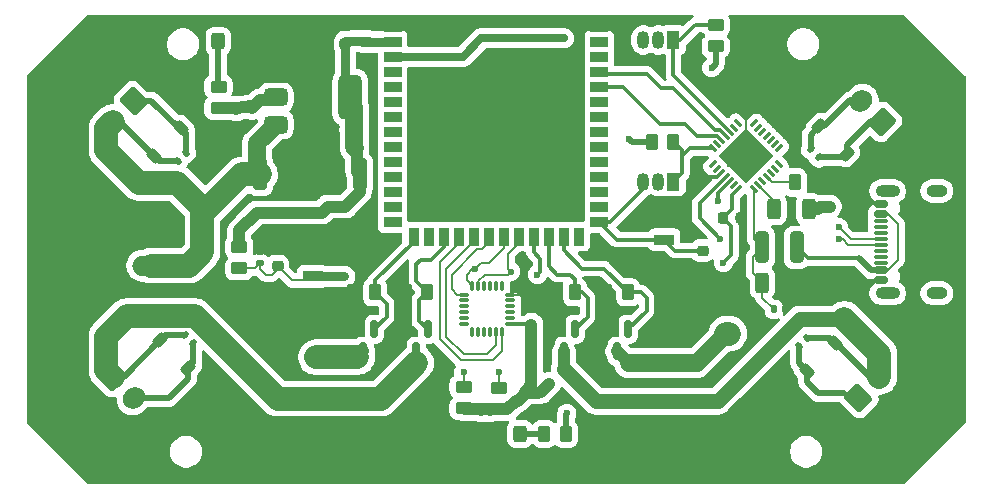
<source format=gbr>
%TF.GenerationSoftware,KiCad,Pcbnew,8.0.1*%
%TF.CreationDate,2024-07-15T00:54:35+06:00*%
%TF.ProjectId,saucey,73617563-6579-42e6-9b69-6361645f7063,1.0*%
%TF.SameCoordinates,Original*%
%TF.FileFunction,Copper,L1,Top*%
%TF.FilePolarity,Positive*%
%FSLAX46Y46*%
G04 Gerber Fmt 4.6, Leading zero omitted, Abs format (unit mm)*
G04 Created by KiCad (PCBNEW 8.0.1) date 2024-07-15 00:54:35*
%MOMM*%
%LPD*%
G01*
G04 APERTURE LIST*
G04 Aperture macros list*
%AMRoundRect*
0 Rectangle with rounded corners*
0 $1 Rounding radius*
0 $2 $3 $4 $5 $6 $7 $8 $9 X,Y pos of 4 corners*
0 Add a 4 corners polygon primitive as box body*
4,1,4,$2,$3,$4,$5,$6,$7,$8,$9,$2,$3,0*
0 Add four circle primitives for the rounded corners*
1,1,$1+$1,$2,$3*
1,1,$1+$1,$4,$5*
1,1,$1+$1,$6,$7*
1,1,$1+$1,$8,$9*
0 Add four rect primitives between the rounded corners*
20,1,$1+$1,$2,$3,$4,$5,0*
20,1,$1+$1,$4,$5,$6,$7,0*
20,1,$1+$1,$6,$7,$8,$9,0*
20,1,$1+$1,$8,$9,$2,$3,0*%
%AMHorizOval*
0 Thick line with rounded ends*
0 $1 width*
0 $2 $3 position (X,Y) of the first rounded end (center of the circle)*
0 $4 $5 position (X,Y) of the second rounded end (center of the circle)*
0 Add line between two ends*
20,1,$1,$2,$3,$4,$5,0*
0 Add two circle primitives to create the rounded ends*
1,1,$1,$2,$3*
1,1,$1,$4,$5*%
%AMRotRect*
0 Rectangle, with rotation*
0 The origin of the aperture is its center*
0 $1 length*
0 $2 width*
0 $3 Rotation angle, in degrees counterclockwise*
0 Add horizontal line*
21,1,$1,$2,0,0,$3*%
G04 Aperture macros list end*
%TA.AperFunction,SMDPad,CuDef*%
%ADD10RoundRect,0.225000X-0.225000X-0.250000X0.225000X-0.250000X0.225000X0.250000X-0.225000X0.250000X0*%
%TD*%
%TA.AperFunction,SMDPad,CuDef*%
%ADD11RoundRect,0.225000X0.250000X-0.225000X0.250000X0.225000X-0.250000X0.225000X-0.250000X-0.225000X0*%
%TD*%
%TA.AperFunction,SMDPad,CuDef*%
%ADD12R,1.700000X0.900000*%
%TD*%
%TA.AperFunction,SMDPad,CuDef*%
%ADD13RoundRect,0.150000X0.425000X-0.150000X0.425000X0.150000X-0.425000X0.150000X-0.425000X-0.150000X0*%
%TD*%
%TA.AperFunction,SMDPad,CuDef*%
%ADD14RoundRect,0.075000X0.500000X-0.075000X0.500000X0.075000X-0.500000X0.075000X-0.500000X-0.075000X0*%
%TD*%
%TA.AperFunction,ComponentPad*%
%ADD15O,2.100000X1.000000*%
%TD*%
%TA.AperFunction,ComponentPad*%
%ADD16O,1.800000X1.000000*%
%TD*%
%TA.AperFunction,SMDPad,CuDef*%
%ADD17RoundRect,0.075000X0.075000X-0.350000X0.075000X0.350000X-0.075000X0.350000X-0.075000X-0.350000X0*%
%TD*%
%TA.AperFunction,SMDPad,CuDef*%
%ADD18RoundRect,0.075000X-0.350000X-0.075000X0.350000X-0.075000X0.350000X0.075000X-0.350000X0.075000X0*%
%TD*%
%TA.AperFunction,ComponentPad*%
%ADD19RoundRect,0.250000X0.106066X-0.954594X0.954594X-0.106066X-0.106066X0.954594X-0.954594X0.106066X0*%
%TD*%
%TA.AperFunction,ComponentPad*%
%ADD20HorizOval,1.700000X-0.106066X0.106066X0.106066X-0.106066X0*%
%TD*%
%TA.AperFunction,ComponentPad*%
%ADD21RoundRect,0.250000X-0.106066X0.954594X-0.954594X0.106066X0.106066X-0.954594X0.954594X-0.106066X0*%
%TD*%
%TA.AperFunction,ComponentPad*%
%ADD22RoundRect,0.250000X0.954594X0.106066X0.106066X0.954594X-0.954594X-0.106066X-0.106066X-0.954594X0*%
%TD*%
%TA.AperFunction,ComponentPad*%
%ADD23HorizOval,1.700000X0.106066X0.106066X-0.106066X-0.106066X0*%
%TD*%
%TA.AperFunction,ComponentPad*%
%ADD24RoundRect,0.250000X-0.954594X-0.106066X-0.106066X-0.954594X0.954594X0.106066X0.106066X0.954594X0*%
%TD*%
%TA.AperFunction,ComponentPad*%
%ADD25HorizOval,1.700000X-0.106066X-0.106066X0.106066X0.106066X0*%
%TD*%
%TA.AperFunction,ComponentPad*%
%ADD26RoundRect,0.250000X-0.750000X0.600000X-0.750000X-0.600000X0.750000X-0.600000X0.750000X0.600000X0*%
%TD*%
%TA.AperFunction,ComponentPad*%
%ADD27O,2.000000X1.700000*%
%TD*%
%TA.AperFunction,SMDPad,CuDef*%
%ADD28RoundRect,0.250000X0.325000X1.100000X-0.325000X1.100000X-0.325000X-1.100000X0.325000X-1.100000X0*%
%TD*%
%TA.AperFunction,SMDPad,CuDef*%
%ADD29RoundRect,0.150000X-0.150000X0.587500X-0.150000X-0.587500X0.150000X-0.587500X0.150000X0.587500X0*%
%TD*%
%TA.AperFunction,SMDPad,CuDef*%
%ADD30RoundRect,0.250000X0.450000X-0.262500X0.450000X0.262500X-0.450000X0.262500X-0.450000X-0.262500X0*%
%TD*%
%TA.AperFunction,SMDPad,CuDef*%
%ADD31RoundRect,0.250000X-0.262500X-0.450000X0.262500X-0.450000X0.262500X0.450000X-0.262500X0.450000X0*%
%TD*%
%TA.AperFunction,ComponentPad*%
%ADD32R,1.050000X1.500000*%
%TD*%
%TA.AperFunction,ComponentPad*%
%ADD33O,1.050000X1.500000*%
%TD*%
%TA.AperFunction,SMDPad,CuDef*%
%ADD34R,1.500000X0.900000*%
%TD*%
%TA.AperFunction,SMDPad,CuDef*%
%ADD35R,0.900000X1.500000*%
%TD*%
%TA.AperFunction,HeatsinkPad*%
%ADD36C,0.600000*%
%TD*%
%TA.AperFunction,SMDPad,CuDef*%
%ADD37R,3.900000X3.900000*%
%TD*%
%TA.AperFunction,SMDPad,CuDef*%
%ADD38RoundRect,0.250000X-0.450000X0.262500X-0.450000X-0.262500X0.450000X-0.262500X0.450000X0.262500X0*%
%TD*%
%TA.AperFunction,SMDPad,CuDef*%
%ADD39RoundRect,0.225000X-0.250000X0.225000X-0.250000X-0.225000X0.250000X-0.225000X0.250000X0.225000X0*%
%TD*%
%TA.AperFunction,SMDPad,CuDef*%
%ADD40RoundRect,0.225000X0.106066X-0.424264X0.424264X-0.106066X-0.106066X0.424264X-0.424264X0.106066X0*%
%TD*%
%TA.AperFunction,SMDPad,CuDef*%
%ADD41RoundRect,0.250000X0.325000X0.450000X-0.325000X0.450000X-0.325000X-0.450000X0.325000X-0.450000X0*%
%TD*%
%TA.AperFunction,SMDPad,CuDef*%
%ADD42RoundRect,0.250000X-0.312500X-0.625000X0.312500X-0.625000X0.312500X0.625000X-0.312500X0.625000X0*%
%TD*%
%TA.AperFunction,SMDPad,CuDef*%
%ADD43RoundRect,0.250000X0.312500X1.075000X-0.312500X1.075000X-0.312500X-1.075000X0.312500X-1.075000X0*%
%TD*%
%TA.AperFunction,SMDPad,CuDef*%
%ADD44RoundRect,0.250000X-0.325000X-0.450000X0.325000X-0.450000X0.325000X0.450000X-0.325000X0.450000X0*%
%TD*%
%TA.AperFunction,SMDPad,CuDef*%
%ADD45RoundRect,0.140000X0.021213X-0.219203X0.219203X-0.021213X-0.021213X0.219203X-0.219203X0.021213X0*%
%TD*%
%TA.AperFunction,SMDPad,CuDef*%
%ADD46RoundRect,0.140000X-0.140000X-0.170000X0.140000X-0.170000X0.140000X0.170000X-0.140000X0.170000X0*%
%TD*%
%TA.AperFunction,SMDPad,CuDef*%
%ADD47RoundRect,0.250000X0.312500X0.625000X-0.312500X0.625000X-0.312500X-0.625000X0.312500X-0.625000X0*%
%TD*%
%TA.AperFunction,SMDPad,CuDef*%
%ADD48RoundRect,0.140000X-0.170000X0.140000X-0.170000X-0.140000X0.170000X-0.140000X0.170000X0.140000X0*%
%TD*%
%TA.AperFunction,SMDPad,CuDef*%
%ADD49RoundRect,0.250000X-0.325000X-1.100000X0.325000X-1.100000X0.325000X1.100000X-0.325000X1.100000X0*%
%TD*%
%TA.AperFunction,SMDPad,CuDef*%
%ADD50RoundRect,0.140000X0.219203X0.021213X0.021213X0.219203X-0.219203X-0.021213X-0.021213X-0.219203X0*%
%TD*%
%TA.AperFunction,SMDPad,CuDef*%
%ADD51RoundRect,0.225000X0.424264X0.106066X0.106066X0.424264X-0.424264X-0.106066X-0.106066X-0.424264X0*%
%TD*%
%TA.AperFunction,SMDPad,CuDef*%
%ADD52RoundRect,0.062500X-0.194454X-0.282843X0.282843X0.194454X0.194454X0.282843X-0.282843X-0.194454X0*%
%TD*%
%TA.AperFunction,SMDPad,CuDef*%
%ADD53RoundRect,0.062500X0.194454X-0.282843X0.282843X-0.194454X-0.194454X0.282843X-0.282843X0.194454X0*%
%TD*%
%TA.AperFunction,HeatsinkPad*%
%ADD54RotRect,3.350000X3.350000X45.000000*%
%TD*%
%TA.AperFunction,SMDPad,CuDef*%
%ADD55RoundRect,0.375000X-0.625000X-0.375000X0.625000X-0.375000X0.625000X0.375000X-0.625000X0.375000X0*%
%TD*%
%TA.AperFunction,SMDPad,CuDef*%
%ADD56RoundRect,0.500000X-0.500000X-1.400000X0.500000X-1.400000X0.500000X1.400000X-0.500000X1.400000X0*%
%TD*%
%TA.AperFunction,SMDPad,CuDef*%
%ADD57RoundRect,0.250000X0.262500X0.450000X-0.262500X0.450000X-0.262500X-0.450000X0.262500X-0.450000X0*%
%TD*%
%TA.AperFunction,ViaPad*%
%ADD58C,0.600000*%
%TD*%
%TA.AperFunction,Conductor*%
%ADD59C,0.300000*%
%TD*%
%TA.AperFunction,Conductor*%
%ADD60C,0.200000*%
%TD*%
%TA.AperFunction,Conductor*%
%ADD61C,1.000000*%
%TD*%
%TA.AperFunction,Conductor*%
%ADD62C,2.000000*%
%TD*%
%TA.AperFunction,Conductor*%
%ADD63C,0.500000*%
%TD*%
%TA.AperFunction,Conductor*%
%ADD64C,0.800000*%
%TD*%
%TA.AperFunction,Conductor*%
%ADD65C,1.500000*%
%TD*%
%TA.AperFunction,Conductor*%
%ADD66C,0.700000*%
%TD*%
%TA.AperFunction,Conductor*%
%ADD67C,1.250000*%
%TD*%
G04 APERTURE END LIST*
D10*
%TO.P,C7,1*%
%TO.N,+3.3V*%
X161975000Y-68706928D03*
%TO.P,C7,2*%
%TO.N,GND*%
X163525000Y-68706928D03*
%TD*%
D11*
%TO.P,C1,1*%
%TO.N,+3.3V*%
X130000000Y-54005000D03*
%TO.P,C1,2*%
%TO.N,GND*%
X130000000Y-52455000D03*
%TD*%
D12*
%TO.P,SW2,1,1*%
%TO.N,GND*%
X157000000Y-73950000D03*
%TO.P,SW2,2,2*%
%TO.N,IO0*%
X157000000Y-70550000D03*
%TD*%
%TO.P,SW1,1,1*%
%TO.N,GND*%
X127250000Y-70250001D03*
%TO.P,SW1,2,2*%
%TO.N,ENABLE*%
X127250000Y-73650001D03*
%TD*%
D13*
%TO.P,P1,A1,GND*%
%TO.N,GND*%
X175320000Y-73950000D03*
%TO.P,P1,A4,VBUS*%
%TO.N,VBUS*%
X175320000Y-73150000D03*
D14*
%TO.P,P1,A5,CC*%
%TO.N,unconnected-(P1-CC-PadA5)*%
X175320000Y-72000000D03*
%TO.P,P1,A6,D+*%
%TO.N,D+*%
X175320000Y-71000000D03*
%TO.P,P1,A7,D-*%
%TO.N,D-*%
X175320000Y-70500000D03*
%TO.P,P1,A8*%
%TO.N,N/C*%
X175320000Y-69500000D03*
D13*
%TO.P,P1,A9,VBUS*%
%TO.N,VBUS*%
X175320000Y-68350000D03*
%TO.P,P1,A12,GND*%
%TO.N,GND*%
X175320000Y-67550000D03*
%TO.P,P1,B1,GND*%
X175320000Y-67550000D03*
%TO.P,P1,B4,VBUS*%
%TO.N,VBUS*%
X175320000Y-68350000D03*
D14*
%TO.P,P1,B5,VCONN*%
%TO.N,unconnected-(P1-VCONN-PadB5)*%
X175320000Y-69000000D03*
%TO.P,P1,B6*%
%TO.N,N/C*%
X175320000Y-70000000D03*
%TO.P,P1,B7*%
X175320000Y-71500000D03*
%TO.P,P1,B8*%
X175320000Y-72500000D03*
D13*
%TO.P,P1,B9,VBUS*%
%TO.N,VBUS*%
X175320000Y-73150000D03*
%TO.P,P1,B12,GND*%
%TO.N,GND*%
X175320000Y-73950000D03*
D15*
%TO.P,P1,S1,SHIELD*%
%TO.N,unconnected-(P1-SHIELD-PadS1)_0*%
X175895000Y-75070000D03*
D16*
%TO.N,unconnected-(P1-SHIELD-PadS1)_1*%
X180075000Y-75070000D03*
D15*
%TO.N,unconnected-(P1-SHIELD-PadS1)_2*%
X175895000Y-66430000D03*
D16*
%TO.N,unconnected-(P1-SHIELD-PadS1)*%
X180075000Y-66430000D03*
%TD*%
D17*
%TO.P,U4,24,SDA*%
%TO.N,SDA*%
X140750000Y-74500000D03*
%TO.P,U4,23,SCL*%
%TO.N,SCL*%
X141250000Y-74500000D03*
%TO.P,U4,22,RESV*%
%TO.N,unconnected-(U4-RESV-Pad22)*%
X141750000Y-74500000D03*
%TO.P,U4,21,RESV*%
%TO.N,unconnected-(U4-RESV-Pad21)*%
X142250000Y-74500000D03*
%TO.P,U4,20,CPOUT*%
%TO.N,unconnected-(U4-CPOUT-Pad20)*%
X142750000Y-74500000D03*
%TO.P,U4,19,RESV*%
%TO.N,unconnected-(U4-RESV-Pad19)*%
X143250000Y-74500000D03*
D18*
%TO.P,U4,18,GND*%
%TO.N,GND*%
X143950000Y-75200000D03*
%TO.P,U4,17,NC*%
%TO.N,unconnected-(U4-NC-Pad17)*%
X143950000Y-75700000D03*
%TO.P,U4,16,NC*%
%TO.N,unconnected-(U4-NC-Pad16)*%
X143950000Y-76200000D03*
%TO.P,U4,15,NC*%
%TO.N,unconnected-(U4-NC-Pad15)*%
X143950000Y-76700000D03*
%TO.P,U4,14,NC*%
%TO.N,unconnected-(U4-NC-Pad14)*%
X143950000Y-77200000D03*
%TO.P,U4,13,VDD*%
%TO.N,+3.3V*%
X143950000Y-77700000D03*
D17*
%TO.P,U4,12,INT*%
%TO.N,INT*%
X143250000Y-78400000D03*
%TO.P,U4,11,FSYNC*%
%TO.N,FSYNC*%
X142750000Y-78400000D03*
%TO.P,U4,10,REGOUT*%
%TO.N,unconnected-(U4-REGOUT-Pad10)*%
X142250000Y-78400000D03*
%TO.P,U4,9,AD0*%
%TO.N,GND*%
X141750000Y-78400000D03*
%TO.P,U4,8,VLOGIC*%
%TO.N,+3.3V*%
X141250000Y-78400000D03*
%TO.P,U4,7,AUX_CL*%
%TO.N,unconnected-(U4-AUX_CL-Pad7)*%
X140750000Y-78400000D03*
D18*
%TO.P,U4,6,AUX_DA*%
%TO.N,unconnected-(U4-AUX_DA-Pad6)*%
X140050000Y-77700000D03*
%TO.P,U4,5,NC*%
%TO.N,unconnected-(U4-NC-Pad5)*%
X140050000Y-77200000D03*
%TO.P,U4,4,NC*%
%TO.N,unconnected-(U4-NC-Pad4)*%
X140050000Y-76700000D03*
%TO.P,U4,3,NC*%
%TO.N,unconnected-(U4-NC-Pad3)*%
X140050000Y-76200000D03*
%TO.P,U4,2,NC*%
%TO.N,unconnected-(U4-NC-Pad2)*%
X140050000Y-75700000D03*
%TO.P,U4,1,CLKIN*%
%TO.N,CLKIN*%
X140050000Y-75200000D03*
%TD*%
D19*
%TO.P,M5,1,+*%
%TO.N,+9V*%
X173426598Y-83944365D03*
D20*
%TO.P,M5,2,-*%
%TO.N,Net-(D5-A)*%
X175194365Y-82176598D03*
%TD*%
D21*
%TO.P,M4,1,+*%
%TO.N,Net-(D4-A)*%
X112073402Y-58805635D03*
D20*
%TO.P,M4,2,-*%
%TO.N,+9V*%
X110305635Y-60573402D03*
%TD*%
D22*
%TO.P,M3,1,+*%
%TO.N,+9V*%
X175444365Y-60573402D03*
D23*
%TO.P,M3,2,-*%
%TO.N,Net-(D3-A)*%
X173676598Y-58805635D03*
%TD*%
D24*
%TO.P,M2,1,+*%
%TO.N,Net-(D2-A)*%
X110305635Y-82176598D03*
D25*
%TO.P,M2,2,-*%
%TO.N,+9V*%
X112073402Y-83944365D03*
%TD*%
D26*
%TO.P,J1,1,Pin_1*%
%TO.N,GND*%
X112950000Y-70250000D03*
D27*
%TO.P,J1,2,Pin_2*%
%TO.N,+9V*%
X112950000Y-72750000D03*
%TD*%
D28*
%TO.P,C4,1*%
%TO.N,+3.3V*%
X131225001Y-65025000D03*
%TO.P,C4,2*%
%TO.N,GND*%
X128274999Y-65025000D03*
%TD*%
D29*
%TO.P,Q7,1,G*%
%TO.N,M4*%
X149450000Y-78124999D03*
%TO.P,Q7,2,S*%
%TO.N,GND*%
X147550000Y-78124999D03*
%TO.P,Q7,3,D*%
%TO.N,Net-(D5-A)*%
X148500000Y-80000000D03*
%TD*%
D30*
%TO.P,R8,2*%
%TO.N,SCL*%
X143000000Y-83087500D03*
%TO.P,R8,1*%
%TO.N,+3.3V*%
X143000000Y-84912500D03*
%TD*%
D29*
%TO.P,Q4,1,G*%
%TO.N,M1*%
X136950000Y-78124999D03*
%TO.P,Q4,2,S*%
%TO.N,GND*%
X135050000Y-78124999D03*
%TO.P,Q4,3,D*%
%TO.N,Net-(D2-A)*%
X136000000Y-80000000D03*
%TD*%
D31*
%TO.P,R7,1*%
%TO.N,Net-(D1-A)*%
X146837500Y-87000000D03*
%TO.P,R7,2*%
%TO.N,LED1*%
X148662500Y-87000000D03*
%TD*%
D32*
%TO.P,Q2,1,E*%
%TO.N,DTR*%
X157770001Y-65640001D03*
D33*
%TO.P,Q2,2,B*%
%TO.N,Net-(Q2-B)*%
X156500000Y-65640001D03*
%TO.P,Q2,3,C*%
%TO.N,IO0*%
X155230001Y-65640001D03*
%TD*%
D34*
%TO.P,U1,1,GND*%
%TO.N,GND*%
X134000000Y-52540000D03*
%TO.P,U1,2,3V3*%
%TO.N,+3.3V*%
X134000000Y-53810000D03*
%TO.P,U1,3,EN*%
%TO.N,ENABLE*%
X134000000Y-55080000D03*
%TO.P,U1,4,IO4*%
%TO.N,unconnected-(U1-IO4-Pad4)*%
X134000000Y-56350000D03*
%TO.P,U1,5,IO5*%
%TO.N,unconnected-(U1-IO5-Pad5)*%
X134000000Y-57620000D03*
%TO.P,U1,6,IO6*%
%TO.N,unconnected-(U1-IO6-Pad6)*%
X134000000Y-58890000D03*
%TO.P,U1,7,IO7*%
%TO.N,unconnected-(U1-IO7-Pad7)*%
X134000000Y-60160000D03*
%TO.P,U1,8,IO15*%
%TO.N,unconnected-(U1-IO15-Pad8)*%
X134000000Y-61430000D03*
%TO.P,U1,9,IO16*%
%TO.N,unconnected-(U1-IO16-Pad9)*%
X134000000Y-62700000D03*
%TO.P,U1,10,IO17*%
%TO.N,unconnected-(U1-IO17-Pad10)*%
X134000000Y-63970000D03*
%TO.P,U1,11,IO18*%
%TO.N,unconnected-(U1-IO18-Pad11)*%
X134000000Y-65240000D03*
%TO.P,U1,12,IO8*%
%TO.N,unconnected-(U1-IO8-Pad12)*%
X134000000Y-66510000D03*
%TO.P,U1,13,IO19*%
%TO.N,unconnected-(U1-IO19-Pad13)*%
X134000000Y-67780000D03*
%TO.P,U1,14,IO20*%
%TO.N,unconnected-(U1-IO20-Pad14)*%
X134000000Y-69050000D03*
D35*
%TO.P,U1,15,IO3*%
%TO.N,M2*%
X135765000Y-70300000D03*
%TO.P,U1,16,IO46*%
%TO.N,unconnected-(U1-IO46-Pad16)*%
X137035000Y-70300000D03*
%TO.P,U1,17,IO9*%
%TO.N,M1*%
X138305000Y-70300000D03*
%TO.P,U1,18,IO10*%
%TO.N,INT*%
X139575000Y-70300000D03*
%TO.P,U1,19,IO11*%
%TO.N,FSYNC*%
X140845000Y-70300000D03*
%TO.P,U1,20,IO12*%
%TO.N,CLKIN*%
X142115000Y-70300000D03*
%TO.P,U1,21,IO13*%
%TO.N,SDA*%
X143385000Y-70300000D03*
%TO.P,U1,22,IO14*%
%TO.N,SCL*%
X144655000Y-70300000D03*
%TO.P,U1,23,IO21*%
%TO.N,LED1*%
X145925000Y-70300000D03*
%TO.P,U1,24,IO47*%
%TO.N,M4*%
X147195000Y-70300000D03*
%TO.P,U1,25,IO48*%
%TO.N,M3*%
X148465000Y-70300000D03*
%TO.P,U1,26,IO45*%
%TO.N,unconnected-(U1-IO45-Pad26)*%
X149735000Y-70300000D03*
D34*
%TO.P,U1,27,IO0*%
%TO.N,IO0*%
X151500000Y-69050000D03*
%TO.P,U1,28,IO35*%
%TO.N,unconnected-(U1-IO35-Pad28)*%
X151500000Y-67780000D03*
%TO.P,U1,29,IO36*%
%TO.N,unconnected-(U1-IO36-Pad29)*%
X151500000Y-66510000D03*
%TO.P,U1,30,IO37*%
%TO.N,unconnected-(U1-IO37-Pad30)*%
X151500000Y-65240000D03*
%TO.P,U1,31,IO38*%
%TO.N,unconnected-(U1-IO38-Pad31)*%
X151500000Y-63970000D03*
%TO.P,U1,32,IO39*%
%TO.N,unconnected-(U1-IO39-Pad32)*%
X151500000Y-62700000D03*
%TO.P,U1,33,IO40*%
%TO.N,unconnected-(U1-IO40-Pad33)*%
X151500000Y-61430000D03*
%TO.P,U1,34,IO41*%
%TO.N,unconnected-(U1-IO41-Pad34)*%
X151500000Y-60160000D03*
%TO.P,U1,35,IO42*%
%TO.N,unconnected-(U1-IO42-Pad35)*%
X151500000Y-58890000D03*
%TO.P,U1,36,RXD0*%
%TO.N,RX_ESP*%
X151500000Y-57620000D03*
%TO.P,U1,37,TXD0*%
%TO.N,TX_ESP*%
X151500000Y-56350000D03*
%TO.P,U1,38,IO2*%
%TO.N,unconnected-(U1-IO2-Pad38)*%
X151500000Y-55080000D03*
%TO.P,U1,39,IO1*%
%TO.N,unconnected-(U1-IO1-Pad39)*%
X151500000Y-53810000D03*
%TO.P,U1,40,GND*%
%TO.N,GND*%
X151500000Y-52540000D03*
D36*
%TO.P,U1,41,GND*%
X139850000Y-59560000D03*
X139850000Y-60960000D03*
X140550000Y-58860000D03*
X140550000Y-60260000D03*
X140550000Y-61660000D03*
X141250000Y-59560000D03*
D37*
X141250000Y-60260000D03*
D36*
X141250000Y-60960000D03*
X141950000Y-58860000D03*
X141950000Y-60260000D03*
X141950000Y-61660000D03*
X142650000Y-59560000D03*
X142650000Y-60960000D03*
%TD*%
D38*
%TO.P,R10,1*%
%TO.N,RTS*%
X161359999Y-52357500D03*
%TO.P,R10,2*%
%TO.N,Net-(Q2-B)*%
X161359999Y-54182500D03*
%TD*%
D31*
%TO.P,R14,1*%
%TO.N,GND*%
X130675000Y-75000000D03*
%TO.P,R14,2*%
%TO.N,M2*%
X132500000Y-75000000D03*
%TD*%
D29*
%TO.P,Q5,1,G*%
%TO.N,M3*%
X153950000Y-78124999D03*
%TO.P,Q5,2,S*%
%TO.N,GND*%
X152050000Y-78124999D03*
%TO.P,Q5,3,D*%
%TO.N,Net-(D3-A)*%
X153000000Y-80000000D03*
%TD*%
D39*
%TO.P,C9,1*%
%TO.N,IO0*%
X160250000Y-71475000D03*
%TO.P,C9,2*%
%TO.N,GND*%
X160250000Y-73025000D03*
%TD*%
D11*
%TO.P,C8,1*%
%TO.N,ENABLE*%
X124250000Y-72775000D03*
%TO.P,C8,2*%
%TO.N,GND*%
X124250000Y-71225000D03*
%TD*%
D40*
%TO.P,D4,1,K*%
%TO.N,+9V*%
X113767767Y-63462132D03*
%TO.P,D4,2,A*%
%TO.N,Net-(D4-A)*%
X116101219Y-61128680D03*
%TD*%
D30*
%TO.P,R1,2*%
%TO.N,SDA*%
X140000000Y-83000000D03*
%TO.P,R1,1*%
%TO.N,+3.3V*%
X140000000Y-84825000D03*
%TD*%
D41*
%TO.P,D6,1,K*%
%TO.N,GND*%
X121274999Y-53750000D03*
%TO.P,D6,2,A*%
%TO.N,Net-(D6-A)*%
X119225001Y-53750000D03*
%TD*%
D40*
%TO.P,D5,1,K*%
%TO.N,+9V*%
X169083274Y-81666726D03*
%TO.P,D5,2,A*%
%TO.N,Net-(D5-A)*%
X171416726Y-79333274D03*
%TD*%
D42*
%TO.P,R4,1*%
%TO.N,Net-(U3-VBUS)*%
X165281830Y-74181928D03*
%TO.P,R4,2*%
%TO.N,GND*%
X168206830Y-74181928D03*
%TD*%
D43*
%TO.P,R3,1*%
%TO.N,VBUS*%
X168206830Y-71206928D03*
%TO.P,R3,2*%
%TO.N,Net-(U3-VBUS)*%
X165281830Y-71206928D03*
%TD*%
D44*
%TO.P,D1,1,K*%
%TO.N,GND*%
X142725001Y-87000000D03*
%TO.P,D1,2,A*%
%TO.N,Net-(D1-A)*%
X144774999Y-87000000D03*
%TD*%
D38*
%TO.P,R11,1*%
%TO.N,Net-(D6-A)*%
X119250000Y-57587500D03*
%TO.P,R11,2*%
%TO.N,+3.3V*%
X119250000Y-59412500D03*
%TD*%
D31*
%TO.P,R15,1*%
%TO.N,GND*%
X147587500Y-75000000D03*
%TO.P,R15,2*%
%TO.N,M4*%
X149412500Y-75000000D03*
%TD*%
D38*
%TO.P,R2,1*%
%TO.N,+3.3V*%
X121000000Y-71162499D03*
%TO.P,R2,2*%
%TO.N,ENABLE*%
X121000000Y-72987499D03*
%TD*%
D45*
%TO.P,C14,1*%
%TO.N,+9V*%
X168410589Y-79589411D03*
%TO.P,C14,2*%
%TO.N,Net-(D5-A)*%
X169089411Y-78910589D03*
%TD*%
D46*
%TO.P,C6,1*%
%TO.N,Net-(U3-VBUS)*%
X166264330Y-76431928D03*
%TO.P,C6,2*%
%TO.N,GND*%
X167224330Y-76431928D03*
%TD*%
D31*
%TO.P,R12,1*%
%TO.N,GND*%
X135087500Y-75000000D03*
%TO.P,R12,2*%
%TO.N,M1*%
X136912500Y-75000000D03*
%TD*%
%TO.P,R13,1*%
%TO.N,GND*%
X152087500Y-75000000D03*
%TO.P,R13,2*%
%TO.N,M3*%
X153912500Y-75000000D03*
%TD*%
D47*
%TO.P,R5,1*%
%TO.N,+3.3V*%
X169206830Y-67956928D03*
%TO.P,R5,2*%
%TO.N,Net-(U3-~{RST})*%
X166281830Y-67956928D03*
%TD*%
D48*
%TO.P,C5,1*%
%TO.N,GND*%
X122750000Y-71594999D03*
%TO.P,C5,2*%
%TO.N,ENABLE*%
X122750000Y-72554999D03*
%TD*%
D49*
%TO.P,C3,1*%
%TO.N,+9V*%
X122774999Y-65025000D03*
%TO.P,C3,2*%
%TO.N,GND*%
X125725001Y-65025000D03*
%TD*%
D50*
%TO.P,C12,1*%
%TO.N,+9V*%
X170089411Y-63589411D03*
%TO.P,C12,2*%
%TO.N,Net-(D3-A)*%
X169410589Y-62910589D03*
%TD*%
D51*
%TO.P,D3,1,K*%
%TO.N,+9V*%
X172454594Y-63277639D03*
%TO.P,D3,2,A*%
%TO.N,Net-(D3-A)*%
X170121142Y-60944187D03*
%TD*%
D45*
%TO.P,C13,1*%
%TO.N,+9V*%
X115845082Y-63884817D03*
%TO.P,C13,2*%
%TO.N,Net-(D4-A)*%
X116523904Y-63205995D03*
%TD*%
D51*
%TO.P,D2,1,K*%
%TO.N,+9V*%
X116666726Y-81416726D03*
%TO.P,D2,2,A*%
%TO.N,Net-(D2-A)*%
X114333274Y-79083274D03*
%TD*%
D52*
%TO.P,U3,1,~{DCD}*%
%TO.N,unconnected-(U3-~{DCD}-Pad1)*%
X161123009Y-64171751D03*
%TO.P,U3,2,~{RI}/CLK*%
%TO.N,unconnected-(U3-~{RI}{slash}CLK-Pad2)*%
X161476563Y-64525305D03*
%TO.P,U3,3,GND*%
%TO.N,GND*%
X161830116Y-64878858D03*
%TO.P,U3,4,D+*%
%TO.N,D+*%
X162183669Y-65232412D03*
%TO.P,U3,5,D-*%
%TO.N,D-*%
X162537223Y-65585965D03*
%TO.P,U3,6,VDD*%
%TO.N,+3.3V*%
X162890776Y-65939518D03*
%TO.P,U3,7,VREGIN*%
X163244330Y-66293072D03*
D53*
%TO.P,U3,8,VBUS*%
%TO.N,Net-(U3-VBUS)*%
X164587832Y-66293072D03*
%TO.P,U3,9,~{RST}*%
%TO.N,Net-(U3-~{RST})*%
X164941386Y-65939518D03*
%TO.P,U3,10,NC*%
%TO.N,unconnected-(U3-NC-Pad10)*%
X165294939Y-65585965D03*
%TO.P,U3,11,~{SUSPEND}*%
%TO.N,Net-(U3-~{SUSPEND})*%
X165648493Y-65232412D03*
%TO.P,U3,12,SUSPEND*%
%TO.N,unconnected-(U3-SUSPEND-Pad12)*%
X166002046Y-64878858D03*
%TO.P,U3,13,CHREN*%
%TO.N,unconnected-(U3-CHREN-Pad13)*%
X166355599Y-64525305D03*
%TO.P,U3,14,CHR1*%
%TO.N,unconnected-(U3-CHR1-Pad14)*%
X166709153Y-64171751D03*
D52*
%TO.P,U3,15,CHR0*%
%TO.N,unconnected-(U3-CHR0-Pad15)*%
X166709153Y-62828249D03*
%TO.P,U3,16,~{WAKEUP}/GPIO.3*%
%TO.N,unconnected-(U3-~{WAKEUP}{slash}GPIO.3-Pad16)*%
X166355599Y-62474695D03*
%TO.P,U3,17,RS485/GPIO.2*%
%TO.N,unconnected-(U3-RS485{slash}GPIO.2-Pad17)*%
X166002046Y-62121142D03*
%TO.P,U3,18,~{RXT}/GPIO.1*%
%TO.N,unconnected-(U3-~{RXT}{slash}GPIO.1-Pad18)*%
X165648493Y-61767588D03*
%TO.P,U3,19,~{TXT}/GPIO.0*%
%TO.N,unconnected-(U3-~{TXT}{slash}GPIO.0-Pad19)*%
X165294939Y-61414035D03*
%TO.P,U3,20,GPIO.6*%
%TO.N,unconnected-(U3-GPIO.6-Pad20)*%
X164941386Y-61060482D03*
%TO.P,U3,21,GPIO.5*%
%TO.N,unconnected-(U3-GPIO.5-Pad21)*%
X164587832Y-60706928D03*
D53*
%TO.P,U3,22,GPIO.4*%
%TO.N,unconnected-(U3-GPIO.4-Pad22)*%
X163244330Y-60706928D03*
%TO.P,U3,23,~{CTS}*%
%TO.N,unconnected-(U3-~{CTS}-Pad23)*%
X162890776Y-61060482D03*
%TO.P,U3,24,~{RTS}*%
%TO.N,RTS*%
X162537223Y-61414035D03*
%TO.P,U3,25,RXD*%
%TO.N,TX_ESP*%
X162183669Y-61767588D03*
%TO.P,U3,26,TXD*%
%TO.N,RX_ESP*%
X161830116Y-62121142D03*
%TO.P,U3,27,~{DSR}*%
%TO.N,unconnected-(U3-~{DSR}-Pad27)*%
X161476563Y-62474695D03*
%TO.P,U3,28,~{DTR}*%
%TO.N,DTR*%
X161123009Y-62828249D03*
D54*
%TO.P,U3,29,GND*%
%TO.N,GND*%
X163916081Y-63500000D03*
%TD*%
D32*
%TO.P,Q1,1,E*%
%TO.N,RTS*%
X157770001Y-53640001D03*
D33*
%TO.P,Q1,2,B*%
%TO.N,Net-(Q1-B)*%
X156500000Y-53640001D03*
%TO.P,Q1,3,C*%
%TO.N,ENABLE*%
X155230001Y-53640001D03*
%TD*%
D50*
%TO.P,C11,1*%
%TO.N,+9V*%
X117117050Y-79339411D03*
%TO.P,C11,2*%
%TO.N,Net-(D2-A)*%
X116438228Y-78660589D03*
%TD*%
D11*
%TO.P,C2,1*%
%TO.N,+3.3V*%
X131750000Y-53775000D03*
%TO.P,C2,2*%
%TO.N,GND*%
X131750000Y-52225000D03*
%TD*%
D29*
%TO.P,Q6,1,G*%
%TO.N,M2*%
X132450000Y-78124999D03*
%TO.P,Q6,2,S*%
%TO.N,GND*%
X130550000Y-78124999D03*
%TO.P,Q6,3,D*%
%TO.N,Net-(D4-A)*%
X131500000Y-80000000D03*
%TD*%
D55*
%TO.P,U2,1,GND*%
%TO.N,GND*%
X124100000Y-56200000D03*
%TO.P,U2,2,VO*%
%TO.N,+3.3V*%
X124100000Y-58500000D03*
D56*
X130400000Y-58500000D03*
D55*
%TO.P,U2,3,VI*%
%TO.N,+9V*%
X124100000Y-60800000D03*
%TD*%
D57*
%TO.P,R9,1*%
%TO.N,DTR*%
X157772499Y-62270000D03*
%TO.P,R9,2*%
%TO.N,Net-(Q1-B)*%
X155947499Y-62270000D03*
%TD*%
D31*
%TO.P,R6,1*%
%TO.N,Net-(U3-~{SUSPEND})*%
X168081830Y-65706928D03*
%TO.P,R6,2*%
%TO.N,GND*%
X169906830Y-65706928D03*
%TD*%
D58*
%TO.N,GND*%
X165000000Y-59000000D03*
%TO.N,+3.3V*%
X130500000Y-67250000D03*
X129497434Y-67757705D03*
%TO.N,D+*%
X171750000Y-70500000D03*
%TO.N,D-*%
X171750000Y-69500000D03*
%TO.N,GND*%
X130000000Y-70000000D03*
X127750000Y-76500000D03*
X158250000Y-68500000D03*
X157250000Y-77250000D03*
X145750000Y-75750000D03*
%TO.N,+3.3V*%
X145250000Y-83500000D03*
X120750000Y-59500000D03*
X126250000Y-68250000D03*
X146250000Y-83500000D03*
X147250000Y-82750000D03*
X171000000Y-67750000D03*
X130750000Y-61274999D03*
X170250000Y-67750000D03*
X162000000Y-72500000D03*
X121000000Y-69750000D03*
X145750000Y-82000000D03*
X141587500Y-84912500D03*
X145750000Y-80500000D03*
X122000000Y-59250000D03*
X145750000Y-79000000D03*
X145750000Y-77750000D03*
X130774999Y-62750000D03*
X128500001Y-67750000D03*
X127500000Y-68250000D03*
%TO.N,ENABLE*%
X130000000Y-73750000D03*
X148500000Y-53500000D03*
%TO.N,Net-(D3-A)*%
X162500000Y-78500000D03*
%TO.N,Net-(D4-A)*%
X127500000Y-80500000D03*
%TO.N,D+*%
X161750000Y-70500000D03*
%TO.N,D-*%
X161500000Y-67250000D03*
%TO.N,Net-(Q1-B)*%
X154000000Y-62000000D03*
%TO.N,Net-(Q2-B)*%
X161000000Y-56000000D03*
%TO.N,SCL*%
X144000000Y-73250000D03*
X143000000Y-81750000D03*
%TO.N,SDA*%
X141000000Y-73000000D03*
X140000000Y-81750000D03*
%TO.N,LED1*%
X148750000Y-85250000D03*
X146250000Y-73500000D03*
%TD*%
D59*
%TO.N,D+*%
X161750000Y-70500000D02*
X160000000Y-68750000D01*
X160000000Y-68750000D02*
X160000000Y-67416081D01*
X160000000Y-67416081D02*
X162183669Y-65232412D01*
%TO.N,+3.3V*%
X162650000Y-69381928D02*
X161975000Y-68706928D01*
X162650000Y-71850000D02*
X162650000Y-69381928D01*
X162000000Y-72500000D02*
X162650000Y-71850000D01*
D60*
%TO.N,GND*%
X164000000Y-59500000D02*
X164500000Y-59000000D01*
X164500000Y-59000000D02*
X165000000Y-59000000D01*
X163916081Y-59583919D02*
X164000000Y-59500000D01*
X163916081Y-63500000D02*
X163916081Y-59583919D01*
D59*
%TO.N,+3.3V*%
X162764330Y-66773072D02*
X162764330Y-67917598D01*
X162764330Y-67917598D02*
X161975000Y-68706928D01*
%TO.N,D-*%
X161500000Y-67250000D02*
X161500000Y-66623188D01*
X161500000Y-66623188D02*
X162537223Y-65585965D01*
D60*
%TO.N,SDA*%
X141500000Y-72500000D02*
X141000000Y-73000000D01*
X142135000Y-72500000D02*
X141500000Y-72500000D01*
X143385000Y-71250000D02*
X142135000Y-72500000D01*
X143385000Y-70300000D02*
X143385000Y-71250000D01*
%TO.N,SCL*%
X143750000Y-73500000D02*
X144000000Y-73250000D01*
X141792590Y-73500000D02*
X143750000Y-73500000D01*
X141250000Y-74042590D02*
X141792590Y-73500000D01*
X141250000Y-74500000D02*
X141250000Y-74042590D01*
D59*
%TO.N,LED1*%
X146500000Y-72150000D02*
X145925000Y-71575000D01*
X145925000Y-71575000D02*
X145925000Y-70300000D01*
X146500000Y-73250000D02*
X146500000Y-72150000D01*
X146250000Y-73500000D02*
X146500000Y-73250000D01*
D60*
%TO.N,SCL*%
X143750000Y-71750000D02*
X144655000Y-70845000D01*
X144000000Y-73250000D02*
X143750000Y-73000000D01*
X143750000Y-73000000D02*
X143750000Y-71750000D01*
X144655000Y-70845000D02*
X144655000Y-70300000D01*
D61*
%TO.N,+3.3V*%
X131000000Y-64799999D02*
X131000000Y-62750000D01*
X131225001Y-65025000D02*
X131000000Y-64799999D01*
X131225001Y-66524999D02*
X131225001Y-65025000D01*
X130000000Y-67750000D02*
X131225001Y-66524999D01*
X128500001Y-67750000D02*
X130000000Y-67750000D01*
D62*
%TO.N,+9V*%
X115750000Y-65750000D02*
X117875000Y-67875000D01*
X109750000Y-63000000D02*
X112500000Y-65750000D01*
X117875000Y-67875000D02*
X118375000Y-67875000D01*
X109750000Y-61129037D02*
X109750000Y-63000000D01*
X121225000Y-65025000D02*
X122774999Y-65025000D01*
X110305635Y-60573402D02*
X109750000Y-61129037D01*
X112500000Y-65750000D02*
X115750000Y-65750000D01*
X118375000Y-67875000D02*
X121225000Y-65025000D01*
X116750000Y-72750000D02*
X117875000Y-71625000D01*
X117875000Y-71625000D02*
X117875000Y-67875000D01*
X113532500Y-72750000D02*
X116750000Y-72750000D01*
D60*
%TO.N,GND*%
X168438758Y-73950000D02*
X168206830Y-74181928D01*
X175320000Y-73950000D02*
X168438758Y-73950000D01*
X145200000Y-75200000D02*
X145750000Y-75750000D01*
X143950000Y-75200000D02*
X145200000Y-75200000D01*
%TO.N,CLKIN*%
X141150000Y-71350000D02*
X141595000Y-71350000D01*
X139000000Y-73500000D02*
X141150000Y-71350000D01*
X139000000Y-74750000D02*
X139000000Y-73500000D01*
X139450000Y-75200000D02*
X139000000Y-74750000D01*
X142115000Y-70830000D02*
X142115000Y-70300000D01*
X140050000Y-75200000D02*
X139450000Y-75200000D01*
X141595000Y-71350000D02*
X142115000Y-70830000D01*
%TO.N,FSYNC*%
X138500000Y-73000000D02*
X140845000Y-70655000D01*
X138500000Y-78750000D02*
X138500000Y-73000000D01*
X142000000Y-80250000D02*
X140000000Y-80250000D01*
X140845000Y-70655000D02*
X140845000Y-70300000D01*
X142750000Y-79500000D02*
X142000000Y-80250000D01*
X140000000Y-80250000D02*
X138500000Y-78750000D01*
X142750000Y-78400000D02*
X142750000Y-79500000D01*
D63*
%TO.N,Net-(D4-A)*%
X113573402Y-58805635D02*
X112073402Y-58805635D01*
X115896447Y-61128680D02*
X113573402Y-58805635D01*
X116101219Y-61128680D02*
X115896447Y-61128680D01*
%TO.N,+9V*%
X115055635Y-83944365D02*
X112073402Y-83944365D01*
X116666726Y-82333274D02*
X115055635Y-83944365D01*
X116666726Y-81416726D02*
X116666726Y-82333274D01*
D62*
%TO.N,Net-(D2-A)*%
X111500000Y-77000000D02*
X117250000Y-77000000D01*
X117250000Y-77000000D02*
X124250000Y-84000000D01*
X109750000Y-81620963D02*
X110305635Y-82176598D01*
X109750000Y-78750000D02*
X109750000Y-81620963D01*
X111500000Y-77000000D02*
X109750000Y-78750000D01*
D63*
X111239950Y-82176598D02*
X114333274Y-79083274D01*
X110305635Y-82176598D02*
X111239950Y-82176598D01*
D60*
%TO.N,VBUS*%
X175894999Y-73150000D02*
X175320000Y-73150000D01*
X176750000Y-69205001D02*
X176750000Y-72294999D01*
X175320000Y-68350000D02*
X175894999Y-68350000D01*
X175894999Y-68350000D02*
X176750000Y-69205001D01*
X176750000Y-72294999D02*
X175894999Y-73150000D01*
D62*
%TO.N,Net-(D2-A)*%
X136000000Y-81000000D02*
X133000000Y-84000000D01*
X133000000Y-84000000D02*
X124250000Y-84000000D01*
D63*
%TO.N,+9V*%
X110305635Y-60573402D02*
X110879037Y-60573402D01*
X110879037Y-60573402D02*
X113767767Y-63462132D01*
D62*
%TO.N,Net-(D5-A)*%
X175194365Y-80194365D02*
X172250000Y-77250000D01*
X175194365Y-82176598D02*
X175194365Y-80194365D01*
D63*
X174398959Y-82176598D02*
X171555635Y-79333274D01*
X171555635Y-79333274D02*
X171416726Y-79333274D01*
X175194365Y-82176598D02*
X174398959Y-82176598D01*
D59*
%TO.N,+3.3V*%
X145700000Y-77700000D02*
X145750000Y-77750000D01*
X143950000Y-77700000D02*
X145700000Y-77700000D01*
D60*
%TO.N,INT*%
X143250000Y-80000000D02*
X143250000Y-78400000D01*
X142500000Y-80750000D02*
X143250000Y-80000000D01*
X138000000Y-72405000D02*
X139575000Y-70830000D01*
X139575000Y-70830000D02*
X139575000Y-70300000D01*
X138000000Y-79000000D02*
X138000000Y-72405000D01*
X139750000Y-80750000D02*
X138000000Y-79000000D01*
X142500000Y-80750000D02*
X139750000Y-80750000D01*
%TO.N,SDA*%
X140250000Y-74000000D02*
X140750000Y-74500000D01*
X140250000Y-73500000D02*
X140250000Y-74000000D01*
X140750000Y-73000000D02*
X140250000Y-73500000D01*
X141000000Y-73000000D02*
X140750000Y-73000000D01*
D59*
%TO.N,SCL*%
X144655000Y-70930000D02*
X144655000Y-70300000D01*
D61*
%TO.N,+3.3V*%
X144568750Y-84181250D02*
X145250000Y-83500000D01*
X144431250Y-84181250D02*
X144568750Y-84181250D01*
X143700000Y-84912500D02*
X144431250Y-84181250D01*
D60*
%TO.N,SCL*%
X143000000Y-81750000D02*
X143000000Y-83087500D01*
%TO.N,CLKIN*%
X142500000Y-70685000D02*
X142115000Y-70300000D01*
%TO.N,D-*%
X172775000Y-70525000D02*
X171750000Y-69500000D01*
X174432499Y-70525000D02*
X172775000Y-70525000D01*
X174457499Y-70500000D02*
X174432499Y-70525000D01*
X175320000Y-70500000D02*
X174457499Y-70500000D01*
%TO.N,D+*%
X174432499Y-70975000D02*
X172588603Y-70975000D01*
X172113603Y-70500000D02*
X171750000Y-70500000D01*
X174457499Y-71000000D02*
X174432499Y-70975000D01*
X175320000Y-71000000D02*
X174457499Y-71000000D01*
X172588603Y-70975000D02*
X172113603Y-70500000D01*
D63*
%TO.N,VBUS*%
X175320000Y-73150000D02*
X174500000Y-73150000D01*
X174500000Y-73150000D02*
X173475000Y-72125000D01*
D59*
%TO.N,GND*%
X160250000Y-73025000D02*
X157925001Y-73025000D01*
X161487102Y-65221872D02*
X160321022Y-65221872D01*
X161830116Y-64878858D02*
X161487102Y-65221872D01*
X133685000Y-52225000D02*
X134000000Y-52540000D01*
X158250000Y-67292894D02*
X158250000Y-68500000D01*
D60*
X147337500Y-74750000D02*
X147587500Y-75000000D01*
D59*
X130000000Y-52500000D02*
X130275000Y-52225000D01*
D63*
X121650000Y-53750000D02*
X124100000Y-56200000D01*
D59*
X157925001Y-73025000D02*
X157000000Y-73950001D01*
X130000000Y-52750000D02*
X130000000Y-52500000D01*
X131750000Y-52225000D02*
X133685000Y-52225000D01*
X130275000Y-52225000D02*
X131750000Y-52225000D01*
X160321022Y-65221872D02*
X158250000Y-67292894D01*
D63*
X121274999Y-53750000D02*
X121650000Y-53750000D01*
D61*
%TO.N,+3.3V*%
X145750000Y-80500000D02*
X145750000Y-82000000D01*
D59*
X162764330Y-66773072D02*
X163244330Y-66293072D01*
D64*
X130000000Y-53710000D02*
X130000000Y-58100000D01*
D61*
X128500001Y-67750000D02*
X128000001Y-68250000D01*
X128000001Y-68250000D02*
X127500000Y-68250000D01*
X142337500Y-84912500D02*
X142250000Y-85000000D01*
X145750000Y-82862500D02*
X145750000Y-82862500D01*
X147250000Y-82750000D02*
X146568750Y-83431250D01*
X171000000Y-67750000D02*
X170250000Y-67750000D01*
X126250000Y-68250000D02*
X122500000Y-68250000D01*
X170250000Y-67750000D02*
X170201258Y-67750000D01*
X141412500Y-84912500D02*
X140087500Y-84912500D01*
X145750000Y-78250000D02*
X145750000Y-77750000D01*
X122087500Y-59412500D02*
X122750000Y-58750000D01*
D64*
X130000000Y-53710000D02*
X131685000Y-53710000D01*
D61*
X146568750Y-83431250D02*
X146250000Y-83500000D01*
X145750000Y-79000000D02*
X145750000Y-78250000D01*
X141500000Y-85000000D02*
X141412500Y-84912500D01*
X145750000Y-80500000D02*
X145750000Y-79000000D01*
D65*
X130750000Y-61250000D02*
X130725001Y-61225001D01*
X130750000Y-62725001D02*
X130750000Y-61274999D01*
D63*
X123850000Y-58750000D02*
X124100000Y-58500000D01*
D64*
X131785000Y-53810000D02*
X131750000Y-53775000D01*
D65*
X130750000Y-61225001D02*
X130750000Y-59325001D01*
D61*
X122000000Y-59250000D02*
X122087500Y-59412500D01*
D64*
X134000000Y-53810000D02*
X131785000Y-53810000D01*
X131685000Y-53710000D02*
X131750000Y-53775000D01*
D61*
X145750000Y-82000000D02*
X145750000Y-82862500D01*
D65*
X130725001Y-61274999D02*
X130750000Y-61250000D01*
D61*
X120750000Y-59500000D02*
X120837500Y-59412500D01*
D64*
X130000000Y-58100000D02*
X130400000Y-58500000D01*
D61*
X127500000Y-68250000D02*
X126250000Y-68250000D01*
X122750000Y-58750000D02*
X123850000Y-58750000D01*
X120837500Y-59412500D02*
X122000000Y-59250000D01*
D65*
X130774999Y-62750000D02*
X130750000Y-62725001D01*
D61*
X121000000Y-71162499D02*
X121000000Y-69750000D01*
X120662500Y-59412500D02*
X120750000Y-59500000D01*
X145750000Y-82862500D02*
X145181250Y-83431250D01*
X146250000Y-83500000D02*
X145250000Y-83500000D01*
X145250000Y-83500000D02*
X145181250Y-83431250D01*
X143000000Y-84912500D02*
X141587500Y-84912500D01*
X119250000Y-59412500D02*
X120662500Y-59412500D01*
X122500000Y-68250000D02*
X121000000Y-69750000D01*
X170201258Y-67750000D02*
X169994330Y-67956928D01*
X169994330Y-67956928D02*
X169206830Y-67956928D01*
D63*
%TO.N,+9V*%
X169083274Y-81666726D02*
X169083274Y-82583274D01*
X114190452Y-63884817D02*
X113767767Y-63462132D01*
X172454594Y-63277639D02*
X172454594Y-62545406D01*
X117117050Y-80966402D02*
X116666726Y-81416726D01*
D65*
X124100000Y-60800000D02*
X122500000Y-62400000D01*
D63*
X115845082Y-63884817D02*
X114190452Y-63884817D01*
X172454594Y-62545406D02*
X174500000Y-60500000D01*
X170045406Y-83545406D02*
X172232233Y-83545406D01*
X168410589Y-80994041D02*
X169083274Y-81666726D01*
X170089411Y-63589411D02*
X172142822Y-63589411D01*
D65*
X122500000Y-64750001D02*
X122774999Y-65025000D01*
D63*
X117117050Y-79339411D02*
X117117050Y-80966402D01*
X168410589Y-79589411D02*
X168410589Y-80994041D01*
X169083274Y-82583274D02*
X170045406Y-83545406D01*
X172142822Y-63589411D02*
X172454594Y-63277639D01*
D65*
X122500000Y-62400000D02*
X122500000Y-64750001D01*
D60*
%TO.N,ENABLE*%
X126900002Y-74000000D02*
X127250000Y-73650002D01*
D66*
X134000000Y-55080000D02*
X139920000Y-55080000D01*
X141500000Y-53500000D02*
X148500000Y-53500000D01*
D60*
X122317500Y-72987499D02*
X122750000Y-72554999D01*
X124250000Y-73000000D02*
X123750000Y-73500000D01*
X129900002Y-73650002D02*
X130000000Y-73750000D01*
X121000000Y-72987499D02*
X122317500Y-72987499D01*
X123250000Y-73500000D02*
X123750000Y-73500000D01*
X125475000Y-74000000D02*
X126900002Y-74000000D01*
D66*
X139920000Y-55080000D02*
X141500000Y-53500000D01*
D60*
X122750000Y-73000000D02*
X123250000Y-73500000D01*
X124250000Y-72775000D02*
X124250000Y-73000000D01*
X122750000Y-72554999D02*
X122750000Y-73000000D01*
D64*
X127250000Y-73650002D02*
X129900002Y-73650002D01*
D60*
X124250000Y-72775000D02*
X125475000Y-74000000D01*
%TO.N,Net-(U3-VBUS)*%
X164494330Y-71994428D02*
X164494330Y-73394428D01*
X164494330Y-73394428D02*
X165281830Y-74181928D01*
X165281830Y-75449428D02*
X166264330Y-76431928D01*
X165281830Y-71206928D02*
X164494330Y-71994428D01*
X165281830Y-74181928D02*
X165281830Y-75449428D01*
X164587832Y-66293072D02*
X164587832Y-70512930D01*
X164587832Y-70512930D02*
X165281830Y-71206928D01*
D59*
%TO.N,IO0*%
X155230001Y-65640001D02*
X155230001Y-66240001D01*
X157000000Y-70549999D02*
X152999999Y-70549999D01*
X152420002Y-69050000D02*
X151500000Y-69050000D01*
X157925001Y-71475000D02*
X157000000Y-70549999D01*
X160250000Y-71475000D02*
X157925001Y-71475000D01*
X152999999Y-70549999D02*
X151500000Y-69050000D01*
X155230001Y-66240001D02*
X152420002Y-69050000D01*
D63*
%TO.N,Net-(D2-A)*%
X116438228Y-78660589D02*
X114755959Y-78660589D01*
D60*
X136000000Y-80000000D02*
X136000000Y-81000000D01*
D63*
X114755959Y-78660589D02*
X114333274Y-79083274D01*
D65*
%TO.N,Net-(D3-A)*%
X154000000Y-81000000D02*
X159750000Y-81000000D01*
D63*
X170121142Y-60944187D02*
X170520279Y-60944187D01*
D65*
X159750000Y-81000000D02*
X162250000Y-78500000D01*
D63*
X170520279Y-60944187D02*
X172732233Y-58732233D01*
X169410589Y-61654740D02*
X170121142Y-60944187D01*
D61*
X153000000Y-80000000D02*
X154000000Y-81000000D01*
D63*
X169410589Y-62910589D02*
X169410589Y-61654740D01*
D62*
X162250000Y-78500000D02*
X162500000Y-78500000D01*
D61*
%TO.N,Net-(D4-A)*%
X131500000Y-80000000D02*
X131000000Y-80500000D01*
D62*
X131000000Y-80500000D02*
X127500000Y-80500000D01*
D63*
X116523904Y-63205995D02*
X116523904Y-61551365D01*
X116523904Y-61551365D02*
X116101219Y-61128680D01*
D67*
%TO.N,Net-(D5-A)*%
X148500000Y-81500000D02*
X151250000Y-84250000D01*
X168500000Y-77250000D02*
X172250000Y-77250000D01*
D63*
X170994041Y-78910589D02*
X171416726Y-79333274D01*
D67*
X151250000Y-84250000D02*
X161500000Y-84250000D01*
D63*
X169089411Y-78910589D02*
X170994041Y-78910589D01*
D67*
X161500000Y-84250000D02*
X162500000Y-83250000D01*
X162500000Y-83250000D02*
X168500000Y-77250000D01*
D61*
X148500000Y-80000000D02*
X148500000Y-81500000D01*
D59*
%TO.N,VBUS*%
X173475000Y-72125000D02*
X169124902Y-72125000D01*
X169124902Y-72125000D02*
X168206830Y-71206928D01*
%TO.N,RTS*%
X158359999Y-53640001D02*
X159500000Y-52500000D01*
X162537223Y-61414035D02*
X157770001Y-56646813D01*
X157770001Y-56646813D02*
X157770001Y-53640001D01*
X157770001Y-53640001D02*
X158359999Y-53640001D01*
X159642500Y-52357500D02*
X161359999Y-52357500D01*
X159500000Y-52500000D02*
X159642500Y-52357500D01*
D63*
%TO.N,Net-(Q1-B)*%
X155947499Y-62270000D02*
X154270000Y-62270000D01*
X154270000Y-62270000D02*
X154000000Y-62000000D01*
%TO.N,Net-(Q2-B)*%
X161359999Y-54182500D02*
X161359999Y-55640001D01*
X161359999Y-55640001D02*
X161000000Y-56000000D01*
D59*
%TO.N,DTR*%
X158500000Y-63500000D02*
X158500000Y-64910002D01*
X159171751Y-62828249D02*
X158500000Y-63500000D01*
X158500000Y-62997501D02*
X158500000Y-63500000D01*
X157772499Y-62270000D02*
X158500000Y-62997501D01*
X161123009Y-62828249D02*
X159171751Y-62828249D01*
X158500000Y-64910002D02*
X157770001Y-65640001D01*
%TO.N,M1*%
X136000000Y-72605000D02*
X136355000Y-72250000D01*
X136912500Y-75000000D02*
X136250000Y-75662500D01*
X136250000Y-75662500D02*
X136250000Y-77424999D01*
X138305000Y-71195000D02*
X138305000Y-70300000D01*
X136355000Y-72250000D02*
X137250000Y-72250000D01*
X137250000Y-72250000D02*
X138305000Y-71195000D01*
X136250000Y-77424999D02*
X136950000Y-78124999D01*
X136912500Y-75000000D02*
X136000000Y-74087500D01*
X136000000Y-74087500D02*
X136000000Y-72605000D01*
%TO.N,M3*%
X153912500Y-75000000D02*
X155000000Y-75000000D01*
X153912500Y-75000000D02*
X151912500Y-73000000D01*
X155500000Y-75500000D02*
X155500000Y-76574999D01*
X148465000Y-71465000D02*
X148465000Y-70300000D01*
X150000000Y-73000000D02*
X148465000Y-71465000D01*
X155500000Y-76574999D02*
X153950000Y-78124999D01*
X155000000Y-75000000D02*
X155500000Y-75500000D01*
X151912500Y-73000000D02*
X150000000Y-73000000D01*
%TO.N,M2*%
X133500000Y-77074999D02*
X132450000Y-78124999D01*
X135765000Y-70735000D02*
X135765000Y-70300000D01*
X133500000Y-76000000D02*
X133500000Y-77074999D01*
X132500000Y-75000000D02*
X132500000Y-74000000D01*
X132500000Y-75000000D02*
X133500000Y-76000000D01*
X132500000Y-74000000D02*
X135765000Y-70735000D01*
%TO.N,M4*%
X149000000Y-73500000D02*
X149412500Y-73912500D01*
X150000000Y-75000000D02*
X150500000Y-75500000D01*
X149412500Y-75000000D02*
X150000000Y-75000000D01*
X147195000Y-70300000D02*
X147195000Y-72782500D01*
X150500000Y-75500000D02*
X150500000Y-77074999D01*
X150500000Y-77074999D02*
X149450000Y-78124999D01*
X147912500Y-73500000D02*
X149000000Y-73500000D01*
X147195000Y-72782500D02*
X147912500Y-73500000D01*
X149412500Y-73912500D02*
X149412500Y-75000000D01*
D60*
%TO.N,Net-(U3-~{RST})*%
X164941386Y-65939518D02*
X166281830Y-67279962D01*
X166281830Y-67279962D02*
X166281830Y-67956928D01*
%TO.N,Net-(U3-~{SUSPEND})*%
X166123009Y-65706928D02*
X165648493Y-65232412D01*
X168081830Y-65706928D02*
X166123009Y-65706928D01*
D59*
%TO.N,TX_ESP*%
X162183669Y-61767588D02*
X161694208Y-61278128D01*
X161278128Y-61278128D02*
X157750000Y-57750000D01*
X156750000Y-57750000D02*
X155500000Y-56500000D01*
X151650000Y-56500000D02*
X151500000Y-56350000D01*
X155500000Y-56500000D02*
X151650000Y-56500000D01*
X161694208Y-61278128D02*
X161278128Y-61278128D01*
X157750000Y-57750000D02*
X156750000Y-57750000D01*
%TO.N,RX_ESP*%
X161487102Y-61778128D02*
X159778128Y-61778128D01*
X153490000Y-57620000D02*
X151500000Y-57620000D01*
X156620000Y-60750000D02*
X153490000Y-57620000D01*
X161830116Y-62121142D02*
X161487102Y-61778128D01*
X159778128Y-61778128D02*
X158750000Y-60750000D01*
X158750000Y-60750000D02*
X156620000Y-60750000D01*
D60*
%TO.N,SDA*%
X140000000Y-81750000D02*
X140000000Y-82750000D01*
D63*
%TO.N,LED1*%
X148662500Y-87000000D02*
X148662500Y-85337500D01*
X148662500Y-85337500D02*
X148750000Y-85250000D01*
%TO.N,Net-(D1-A)*%
X144775000Y-87000000D02*
X146837500Y-87000000D01*
%TO.N,Net-(D6-A)*%
X119225001Y-53750000D02*
X119225001Y-57562501D01*
X119225001Y-57562501D02*
X119250000Y-57587500D01*
%TD*%
%TA.AperFunction,Conductor*%
%TO.N,GND*%
G36*
X159455293Y-51520185D02*
G01*
X159501048Y-51572989D01*
X159510992Y-51642147D01*
X159481967Y-51705703D01*
X159435707Y-51739061D01*
X159334371Y-51781035D01*
X159227831Y-51852222D01*
X159227830Y-51852223D01*
X159156581Y-51923473D01*
X159085331Y-51994723D01*
X158663978Y-52416074D01*
X158602655Y-52449559D01*
X158532964Y-52444575D01*
X158402483Y-52395909D01*
X158402484Y-52395909D01*
X158342884Y-52389502D01*
X158342882Y-52389501D01*
X158342874Y-52389501D01*
X158342865Y-52389501D01*
X157197130Y-52389501D01*
X157197124Y-52389502D01*
X157137517Y-52395909D01*
X157002673Y-52446203D01*
X157002666Y-52446207D01*
X157001557Y-52447038D01*
X157000259Y-52447521D01*
X156994888Y-52450455D01*
X156994466Y-52449682D01*
X156936091Y-52471450D01*
X156879802Y-52462326D01*
X156799131Y-52428911D01*
X156799119Y-52428908D01*
X156601007Y-52389501D01*
X156601003Y-52389501D01*
X156398997Y-52389501D01*
X156398992Y-52389501D01*
X156200880Y-52428908D01*
X156200872Y-52428910D01*
X156014242Y-52506215D01*
X155933889Y-52559904D01*
X155867211Y-52580781D01*
X155799831Y-52562295D01*
X155796111Y-52559904D01*
X155715757Y-52506215D01*
X155529128Y-52428910D01*
X155529120Y-52428908D01*
X155331008Y-52389501D01*
X155331004Y-52389501D01*
X155128998Y-52389501D01*
X155128993Y-52389501D01*
X154930881Y-52428908D01*
X154930873Y-52428910D01*
X154744248Y-52506213D01*
X154744238Y-52506218D01*
X154576282Y-52618442D01*
X154433442Y-52761282D01*
X154321218Y-52929238D01*
X154321213Y-52929248D01*
X154243910Y-53115873D01*
X154243908Y-53115881D01*
X154204501Y-53313993D01*
X154204501Y-53966008D01*
X154243908Y-54164120D01*
X154243910Y-54164128D01*
X154321213Y-54350753D01*
X154321218Y-54350763D01*
X154433442Y-54518719D01*
X154576282Y-54661559D01*
X154744238Y-54773783D01*
X154744242Y-54773785D01*
X154744245Y-54773787D01*
X154930874Y-54851092D01*
X155062994Y-54877372D01*
X155128993Y-54890500D01*
X155128997Y-54890501D01*
X155128998Y-54890501D01*
X155331005Y-54890501D01*
X155331006Y-54890500D01*
X155529128Y-54851092D01*
X155715757Y-54773787D01*
X155796111Y-54720095D01*
X155862786Y-54699219D01*
X155930166Y-54717703D01*
X155933883Y-54720092D01*
X156014244Y-54773787D01*
X156200873Y-54851092D01*
X156332993Y-54877372D01*
X156398992Y-54890500D01*
X156398996Y-54890501D01*
X156398997Y-54890501D01*
X156601004Y-54890501D01*
X156601005Y-54890500D01*
X156799127Y-54851092D01*
X156879802Y-54817674D01*
X156949268Y-54810206D01*
X156994659Y-54829963D01*
X156994887Y-54829547D01*
X156999541Y-54832088D01*
X157001563Y-54832968D01*
X157002670Y-54833797D01*
X157038833Y-54847285D01*
X157094767Y-54889155D01*
X157119185Y-54954619D01*
X157119501Y-54963467D01*
X157119501Y-56710882D01*
X157119501Y-56710884D01*
X157119500Y-56710884D01*
X157144498Y-56836551D01*
X157144501Y-56836561D01*
X157180294Y-56922973D01*
X157187763Y-56992442D01*
X157156488Y-57054921D01*
X157096398Y-57090573D01*
X157026573Y-57088079D01*
X156978052Y-57058106D01*
X155914674Y-55994727D01*
X155914673Y-55994726D01*
X155818551Y-55930500D01*
X155808127Y-55923535D01*
X155746038Y-55897817D01*
X155689744Y-55874499D01*
X155689738Y-55874497D01*
X155564071Y-55849500D01*
X155564069Y-55849500D01*
X152851440Y-55849500D01*
X152784401Y-55829815D01*
X152738646Y-55777011D01*
X152735261Y-55768840D01*
X152731344Y-55758340D01*
X152726355Y-55688649D01*
X152731340Y-55671669D01*
X152744091Y-55637483D01*
X152750500Y-55577873D01*
X152750499Y-54582128D01*
X152744091Y-54522517D01*
X152731340Y-54488332D01*
X152726357Y-54418642D01*
X152731340Y-54401669D01*
X152744091Y-54367483D01*
X152750500Y-54307873D01*
X152750499Y-53312128D01*
X152744091Y-53252517D01*
X152743870Y-53251925D01*
X152693797Y-53117671D01*
X152693793Y-53117664D01*
X152607547Y-53002455D01*
X152607544Y-53002452D01*
X152492335Y-52916206D01*
X152492328Y-52916202D01*
X152357482Y-52865908D01*
X152357483Y-52865908D01*
X152297883Y-52859501D01*
X152297881Y-52859500D01*
X152297873Y-52859500D01*
X152297864Y-52859500D01*
X150702129Y-52859500D01*
X150702123Y-52859501D01*
X150642516Y-52865908D01*
X150507671Y-52916202D01*
X150507664Y-52916206D01*
X150392455Y-53002452D01*
X150392452Y-53002455D01*
X150306206Y-53117664D01*
X150306202Y-53117671D01*
X150255908Y-53252517D01*
X150251195Y-53296358D01*
X150249501Y-53312123D01*
X150249500Y-53312135D01*
X150249500Y-54307870D01*
X150249501Y-54307876D01*
X150255908Y-54367481D01*
X150268659Y-54401669D01*
X150273642Y-54471361D01*
X150268659Y-54488331D01*
X150255908Y-54522518D01*
X150252164Y-54557346D01*
X150249501Y-54582123D01*
X150249500Y-54582135D01*
X150249500Y-55577870D01*
X150249501Y-55577876D01*
X150255908Y-55637481D01*
X150268659Y-55671669D01*
X150273642Y-55741361D01*
X150268659Y-55758331D01*
X150255908Y-55792518D01*
X150249501Y-55852116D01*
X150249500Y-55852135D01*
X150249500Y-56847870D01*
X150249501Y-56847876D01*
X150255908Y-56907481D01*
X150268659Y-56941669D01*
X150273642Y-57011361D01*
X150268659Y-57028331D01*
X150255908Y-57062518D01*
X150249501Y-57122116D01*
X150249501Y-57122123D01*
X150249500Y-57122135D01*
X150249500Y-58117870D01*
X150249501Y-58117876D01*
X150255908Y-58177481D01*
X150268659Y-58211669D01*
X150273642Y-58281361D01*
X150268659Y-58298331D01*
X150255908Y-58332518D01*
X150251287Y-58375502D01*
X150249501Y-58392123D01*
X150249500Y-58392135D01*
X150249500Y-59387870D01*
X150249501Y-59387876D01*
X150255908Y-59447481D01*
X150268659Y-59481669D01*
X150273642Y-59551361D01*
X150268659Y-59568331D01*
X150255908Y-59602518D01*
X150250804Y-59650000D01*
X150249501Y-59662123D01*
X150249500Y-59662135D01*
X150249500Y-60657870D01*
X150249501Y-60657876D01*
X150255908Y-60717481D01*
X150268659Y-60751669D01*
X150273642Y-60821361D01*
X150268659Y-60838331D01*
X150255908Y-60872518D01*
X150250896Y-60919142D01*
X150249501Y-60932123D01*
X150249500Y-60932135D01*
X150249500Y-61927870D01*
X150249501Y-61927876D01*
X150255908Y-61987481D01*
X150268659Y-62021669D01*
X150273642Y-62091361D01*
X150268659Y-62108331D01*
X150255908Y-62142518D01*
X150249501Y-62202116D01*
X150249501Y-62202123D01*
X150249500Y-62202135D01*
X150249500Y-63197870D01*
X150249501Y-63197876D01*
X150255908Y-63257481D01*
X150268659Y-63291669D01*
X150273642Y-63361361D01*
X150268659Y-63378331D01*
X150255908Y-63412518D01*
X150249501Y-63472116D01*
X150249500Y-63472135D01*
X150249500Y-64467870D01*
X150249501Y-64467876D01*
X150255908Y-64527481D01*
X150268659Y-64561669D01*
X150273642Y-64631361D01*
X150268659Y-64648331D01*
X150255908Y-64682518D01*
X150249501Y-64742116D01*
X150249501Y-64742123D01*
X150249500Y-64742135D01*
X150249500Y-65737870D01*
X150249501Y-65737876D01*
X150255908Y-65797481D01*
X150268659Y-65831669D01*
X150273642Y-65901361D01*
X150268659Y-65918331D01*
X150255908Y-65952518D01*
X150250534Y-66002510D01*
X150249501Y-66012123D01*
X150249500Y-66012135D01*
X150249500Y-67007870D01*
X150249501Y-67007876D01*
X150255908Y-67067481D01*
X150268659Y-67101669D01*
X150273642Y-67171361D01*
X150268659Y-67188331D01*
X150255908Y-67222518D01*
X150249501Y-67282116D01*
X150249501Y-67282123D01*
X150249500Y-67282135D01*
X150249500Y-68277870D01*
X150249501Y-68277876D01*
X150255908Y-68337481D01*
X150268659Y-68371669D01*
X150273642Y-68441361D01*
X150268659Y-68458331D01*
X150255908Y-68492518D01*
X150249501Y-68552116D01*
X150249501Y-68552123D01*
X150249500Y-68552135D01*
X150249500Y-68925500D01*
X150229815Y-68992539D01*
X150177011Y-69038294D01*
X150125500Y-69049500D01*
X149237129Y-69049500D01*
X149237123Y-69049501D01*
X149177518Y-69055908D01*
X149143331Y-69068659D01*
X149073639Y-69073642D01*
X149056669Y-69068659D01*
X149028430Y-69058127D01*
X149022483Y-69055909D01*
X149022482Y-69055908D01*
X148962883Y-69049501D01*
X148962881Y-69049500D01*
X148962873Y-69049500D01*
X148962864Y-69049500D01*
X147967129Y-69049500D01*
X147967123Y-69049501D01*
X147907518Y-69055908D01*
X147873331Y-69068659D01*
X147803639Y-69073642D01*
X147786669Y-69068659D01*
X147758430Y-69058127D01*
X147752483Y-69055909D01*
X147752482Y-69055908D01*
X147692883Y-69049501D01*
X147692881Y-69049500D01*
X147692873Y-69049500D01*
X147692864Y-69049500D01*
X146697129Y-69049500D01*
X146697123Y-69049501D01*
X146637518Y-69055908D01*
X146603331Y-69068659D01*
X146533639Y-69073642D01*
X146516669Y-69068659D01*
X146488430Y-69058127D01*
X146482483Y-69055909D01*
X146482482Y-69055908D01*
X146422883Y-69049501D01*
X146422881Y-69049500D01*
X146422873Y-69049500D01*
X146422864Y-69049500D01*
X145427129Y-69049500D01*
X145427123Y-69049501D01*
X145367518Y-69055908D01*
X145333331Y-69068659D01*
X145263639Y-69073642D01*
X145246669Y-69068659D01*
X145218430Y-69058127D01*
X145212483Y-69055909D01*
X145212482Y-69055908D01*
X145152883Y-69049501D01*
X145152881Y-69049500D01*
X145152873Y-69049500D01*
X145152864Y-69049500D01*
X144157129Y-69049500D01*
X144157123Y-69049501D01*
X144097518Y-69055908D01*
X144063331Y-69068659D01*
X143993639Y-69073642D01*
X143976669Y-69068659D01*
X143948430Y-69058127D01*
X143942483Y-69055909D01*
X143942482Y-69055908D01*
X143882883Y-69049501D01*
X143882881Y-69049500D01*
X143882873Y-69049500D01*
X143882864Y-69049500D01*
X142887129Y-69049500D01*
X142887123Y-69049501D01*
X142827518Y-69055908D01*
X142793331Y-69068659D01*
X142723639Y-69073642D01*
X142706669Y-69068659D01*
X142678430Y-69058127D01*
X142672483Y-69055909D01*
X142672482Y-69055908D01*
X142612883Y-69049501D01*
X142612881Y-69049500D01*
X142612873Y-69049500D01*
X142612864Y-69049500D01*
X141617129Y-69049500D01*
X141617123Y-69049501D01*
X141557518Y-69055908D01*
X141523331Y-69068659D01*
X141453639Y-69073642D01*
X141436669Y-69068659D01*
X141408430Y-69058127D01*
X141402483Y-69055909D01*
X141402482Y-69055908D01*
X141342883Y-69049501D01*
X141342881Y-69049500D01*
X141342873Y-69049500D01*
X141342864Y-69049500D01*
X140347129Y-69049500D01*
X140347123Y-69049501D01*
X140287518Y-69055908D01*
X140253331Y-69068659D01*
X140183639Y-69073642D01*
X140166669Y-69068659D01*
X140138430Y-69058127D01*
X140132483Y-69055909D01*
X140132482Y-69055908D01*
X140072883Y-69049501D01*
X140072881Y-69049500D01*
X140072873Y-69049500D01*
X140072864Y-69049500D01*
X139077129Y-69049500D01*
X139077123Y-69049501D01*
X139017518Y-69055908D01*
X138983331Y-69068659D01*
X138913639Y-69073642D01*
X138896669Y-69068659D01*
X138868430Y-69058127D01*
X138862483Y-69055909D01*
X138862482Y-69055908D01*
X138802883Y-69049501D01*
X138802881Y-69049500D01*
X138802873Y-69049500D01*
X138802864Y-69049500D01*
X137807129Y-69049500D01*
X137807123Y-69049501D01*
X137747518Y-69055908D01*
X137713331Y-69068659D01*
X137643639Y-69073642D01*
X137626669Y-69068659D01*
X137598430Y-69058127D01*
X137592483Y-69055909D01*
X137592482Y-69055908D01*
X137532883Y-69049501D01*
X137532881Y-69049500D01*
X137532873Y-69049500D01*
X137532864Y-69049500D01*
X136537129Y-69049500D01*
X136537123Y-69049501D01*
X136477518Y-69055908D01*
X136443331Y-69068659D01*
X136373639Y-69073642D01*
X136356669Y-69068659D01*
X136328430Y-69058127D01*
X136322483Y-69055909D01*
X136322482Y-69055908D01*
X136262883Y-69049501D01*
X136262881Y-69049500D01*
X136262873Y-69049500D01*
X136262865Y-69049500D01*
X135374499Y-69049500D01*
X135307460Y-69029815D01*
X135261705Y-68977011D01*
X135250499Y-68925500D01*
X135250499Y-68552129D01*
X135250498Y-68552123D01*
X135250497Y-68552116D01*
X135244091Y-68492517D01*
X135231340Y-68458332D01*
X135226357Y-68388642D01*
X135231340Y-68371669D01*
X135244091Y-68337483D01*
X135250500Y-68277873D01*
X135250499Y-67282128D01*
X135244091Y-67222517D01*
X135231340Y-67188332D01*
X135226357Y-67118642D01*
X135231340Y-67101669D01*
X135244091Y-67067483D01*
X135250500Y-67007873D01*
X135250499Y-66012128D01*
X135244091Y-65952517D01*
X135231340Y-65918332D01*
X135226357Y-65848642D01*
X135231340Y-65831669D01*
X135244091Y-65797483D01*
X135250500Y-65737873D01*
X135250499Y-64742128D01*
X135244091Y-64682517D01*
X135231340Y-64648332D01*
X135226357Y-64578642D01*
X135231340Y-64561669D01*
X135244091Y-64527483D01*
X135250500Y-64467873D01*
X135250499Y-63472128D01*
X135249718Y-63464866D01*
X135244091Y-63412518D01*
X135244091Y-63412517D01*
X135231340Y-63378332D01*
X135226357Y-63308642D01*
X135231340Y-63291669D01*
X135244091Y-63257483D01*
X135250500Y-63197873D01*
X135250499Y-62202128D01*
X135244091Y-62142517D01*
X135231340Y-62108332D01*
X135226357Y-62038642D01*
X135231340Y-62021669D01*
X135244091Y-61987483D01*
X135250500Y-61927873D01*
X135250499Y-60932128D01*
X135244091Y-60872517D01*
X135231340Y-60838332D01*
X135226357Y-60768642D01*
X135231340Y-60751669D01*
X135244091Y-60717483D01*
X135250500Y-60657873D01*
X135250499Y-59662128D01*
X135244091Y-59602517D01*
X135231340Y-59568332D01*
X135226357Y-59498642D01*
X135231340Y-59481669D01*
X135244091Y-59447483D01*
X135250500Y-59387873D01*
X135250499Y-58392128D01*
X135244091Y-58332517D01*
X135231340Y-58298332D01*
X135226357Y-58228642D01*
X135231340Y-58211669D01*
X135244091Y-58177483D01*
X135250500Y-58117873D01*
X135250499Y-57122128D01*
X135244091Y-57062517D01*
X135231340Y-57028332D01*
X135226357Y-56958642D01*
X135231340Y-56941669D01*
X135244091Y-56907483D01*
X135250500Y-56847873D01*
X135250499Y-56054499D01*
X135270183Y-55987461D01*
X135322987Y-55941706D01*
X135374499Y-55930500D01*
X140003768Y-55930500D01*
X140003769Y-55930499D01*
X140168082Y-55897816D01*
X140224374Y-55874499D01*
X140322863Y-55833704D01*
X140462162Y-55740627D01*
X141815969Y-54386818D01*
X141877292Y-54353334D01*
X141903650Y-54350500D01*
X148583768Y-54350500D01*
X148583769Y-54350499D01*
X148748082Y-54317816D01*
X148902863Y-54253703D01*
X149042162Y-54160626D01*
X149160626Y-54042162D01*
X149253703Y-53902863D01*
X149317816Y-53748082D01*
X149350500Y-53583767D01*
X149350500Y-53416233D01*
X149317816Y-53251918D01*
X149268227Y-53132201D01*
X149253704Y-53097139D01*
X149160626Y-52957837D01*
X149042162Y-52839373D01*
X148902860Y-52746295D01*
X148748082Y-52682184D01*
X148748074Y-52682182D01*
X148583771Y-52649500D01*
X148583767Y-52649500D01*
X141416233Y-52649500D01*
X141416228Y-52649500D01*
X141251925Y-52682182D01*
X141251917Y-52682184D01*
X141097139Y-52746295D01*
X140957837Y-52839373D01*
X140957834Y-52839376D01*
X139604030Y-54193181D01*
X139542707Y-54226666D01*
X139516349Y-54229500D01*
X135374500Y-54229500D01*
X135307461Y-54209815D01*
X135261706Y-54157011D01*
X135250500Y-54105500D01*
X135250499Y-53312129D01*
X135250498Y-53312123D01*
X135250497Y-53312116D01*
X135244091Y-53252517D01*
X135243870Y-53251925D01*
X135193797Y-53117671D01*
X135193793Y-53117664D01*
X135107547Y-53002455D01*
X135107544Y-53002452D01*
X134992335Y-52916206D01*
X134992328Y-52916202D01*
X134857482Y-52865908D01*
X134857483Y-52865908D01*
X134797883Y-52859501D01*
X134797881Y-52859500D01*
X134797873Y-52859500D01*
X134797864Y-52859500D01*
X133202129Y-52859500D01*
X133202123Y-52859501D01*
X133142516Y-52865908D01*
X133046604Y-52901682D01*
X133003271Y-52909500D01*
X132378726Y-52909500D01*
X132313629Y-52891039D01*
X132312166Y-52890136D01*
X132308697Y-52887997D01*
X132176233Y-52844103D01*
X132147709Y-52834651D01*
X132048352Y-52824500D01*
X132048345Y-52824500D01*
X131861319Y-52824500D01*
X131837129Y-52822118D01*
X131773692Y-52809500D01*
X131773691Y-52809500D01*
X130088691Y-52809500D01*
X129911309Y-52809500D01*
X129911306Y-52809500D01*
X129737341Y-52844103D01*
X129737332Y-52844106D01*
X129573459Y-52911983D01*
X129573446Y-52911990D01*
X129425965Y-53010535D01*
X129425961Y-53010538D01*
X129300538Y-53135961D01*
X129300535Y-53135965D01*
X129201986Y-53283454D01*
X129198195Y-53292607D01*
X129180904Y-53322058D01*
X129177030Y-53326957D01*
X129088001Y-53471294D01*
X129087996Y-53471305D01*
X129034651Y-53632290D01*
X129024500Y-53731647D01*
X129024500Y-54278337D01*
X129024501Y-54278355D01*
X129034650Y-54377707D01*
X129034651Y-54377710D01*
X129048215Y-54418642D01*
X129081581Y-54519336D01*
X129090269Y-54545552D01*
X129089512Y-54545802D01*
X129099500Y-54590855D01*
X129099500Y-56454374D01*
X129079815Y-56521413D01*
X129071602Y-56532735D01*
X129062464Y-56543942D01*
X129060302Y-56546593D01*
X129033693Y-56597533D01*
X128966089Y-56726954D01*
X128929067Y-56856344D01*
X128914435Y-56907483D01*
X128910114Y-56922583D01*
X128910113Y-56922586D01*
X128899500Y-57041966D01*
X128899500Y-59958028D01*
X128899500Y-59958033D01*
X128899501Y-59958036D01*
X128900808Y-59972739D01*
X128910113Y-60077415D01*
X128966089Y-60273045D01*
X128966090Y-60273048D01*
X128966091Y-60273049D01*
X129060302Y-60453407D01*
X129073586Y-60469698D01*
X129188890Y-60611109D01*
X129250185Y-60661088D01*
X129346593Y-60739698D01*
X129419284Y-60777668D01*
X129432911Y-60784786D01*
X129483219Y-60833273D01*
X129499500Y-60894695D01*
X129499500Y-60958986D01*
X129497973Y-60978384D01*
X129474501Y-61126578D01*
X129474501Y-61373421D01*
X129497973Y-61521614D01*
X129499500Y-61541012D01*
X129499500Y-62823423D01*
X129530290Y-63017827D01*
X129591117Y-63205031D01*
X129659366Y-63338976D01*
X129680476Y-63380406D01*
X129796172Y-63539647D01*
X129796174Y-63539649D01*
X129963181Y-63706656D01*
X129996666Y-63767979D01*
X129999500Y-63794337D01*
X129999500Y-64898540D01*
X130005608Y-64929248D01*
X130009015Y-64946372D01*
X130009015Y-64946374D01*
X130037947Y-65091828D01*
X130037950Y-65091838D01*
X130051081Y-65123538D01*
X130051082Y-65123540D01*
X130113366Y-65273909D01*
X130113372Y-65273920D01*
X130128602Y-65296712D01*
X130149481Y-65363389D01*
X130149501Y-65365604D01*
X130149501Y-66134215D01*
X130129816Y-66201254D01*
X130113182Y-66221896D01*
X129621899Y-66713181D01*
X129560576Y-66746666D01*
X129534218Y-66749500D01*
X128401458Y-66749500D01*
X128347564Y-66760220D01*
X128320616Y-66765581D01*
X128208172Y-66787947D01*
X128208169Y-66787948D01*
X128208168Y-66787948D01*
X128208165Y-66787949D01*
X128180419Y-66799442D01*
X128180417Y-66799443D01*
X128180416Y-66799442D01*
X128026089Y-66863366D01*
X128026080Y-66863371D01*
X127862220Y-66972859D01*
X127827216Y-67007864D01*
X127722862Y-67112218D01*
X127621899Y-67213181D01*
X127560576Y-67246666D01*
X127534218Y-67249500D01*
X122401456Y-67249500D01*
X122208171Y-67287947D01*
X122208163Y-67287949D01*
X122136711Y-67317546D01*
X122026089Y-67363366D01*
X122026080Y-67363371D01*
X121952821Y-67412322D01*
X121952820Y-67412322D01*
X121862222Y-67472857D01*
X121862214Y-67472863D01*
X120732512Y-68602567D01*
X120362220Y-68972859D01*
X120362218Y-68972861D01*
X120307940Y-69027139D01*
X120222859Y-69112219D01*
X120113371Y-69276079D01*
X120113364Y-69276092D01*
X120069734Y-69381428D01*
X120043206Y-69445473D01*
X120043205Y-69445475D01*
X120037951Y-69458156D01*
X120037946Y-69458175D01*
X119999500Y-69651454D01*
X119999500Y-70337769D01*
X119979815Y-70404808D01*
X119963181Y-70425450D01*
X119957289Y-70431341D01*
X119865187Y-70580662D01*
X119865185Y-70580667D01*
X119862756Y-70587997D01*
X119810001Y-70747202D01*
X119810001Y-70747203D01*
X119810000Y-70747203D01*
X119799500Y-70849982D01*
X119799500Y-71475000D01*
X119799501Y-71475018D01*
X119810000Y-71577795D01*
X119810001Y-71577798D01*
X119865185Y-71744330D01*
X119865187Y-71744335D01*
X119877777Y-71764746D01*
X119950794Y-71883127D01*
X119957289Y-71893656D01*
X120050951Y-71987318D01*
X120084436Y-72048641D01*
X120079452Y-72118333D01*
X120050951Y-72162680D01*
X119957289Y-72256341D01*
X119865187Y-72405662D01*
X119865185Y-72405667D01*
X119858613Y-72425500D01*
X119810001Y-72572202D01*
X119810001Y-72572203D01*
X119810000Y-72572203D01*
X119799500Y-72674982D01*
X119799500Y-73300000D01*
X119799501Y-73300018D01*
X119810000Y-73402795D01*
X119810001Y-73402798D01*
X119865185Y-73569330D01*
X119865187Y-73569335D01*
X119875054Y-73585332D01*
X119957288Y-73718655D01*
X120081344Y-73842711D01*
X120230666Y-73934813D01*
X120397203Y-73989998D01*
X120499991Y-74000499D01*
X121500008Y-74000498D01*
X121500016Y-74000497D01*
X121500019Y-74000497D01*
X121571774Y-73993167D01*
X121602797Y-73989998D01*
X121769334Y-73934813D01*
X121918656Y-73842711D01*
X122042712Y-73718655D01*
X122086970Y-73646901D01*
X122138917Y-73600178D01*
X122192508Y-73587999D01*
X122230831Y-73587999D01*
X122230847Y-73588000D01*
X122238443Y-73588000D01*
X122396557Y-73588000D01*
X122400121Y-73587045D01*
X122403247Y-73587119D01*
X122404616Y-73586939D01*
X122404644Y-73587152D01*
X122469971Y-73588704D01*
X122519901Y-73619137D01*
X122680134Y-73779370D01*
X122881284Y-73980520D01*
X122881286Y-73980521D01*
X122881290Y-73980524D01*
X122968930Y-74031122D01*
X123018216Y-74059577D01*
X123170943Y-74100501D01*
X123170945Y-74100501D01*
X123336654Y-74100501D01*
X123336670Y-74100500D01*
X123663331Y-74100500D01*
X123663347Y-74100501D01*
X123670943Y-74100501D01*
X123829054Y-74100501D01*
X123829057Y-74100501D01*
X123981785Y-74059577D01*
X124044391Y-74023431D01*
X124118716Y-73980520D01*
X124230520Y-73868716D01*
X124230521Y-73868714D01*
X124274818Y-73824416D01*
X124336139Y-73790931D01*
X124405831Y-73795915D01*
X124450180Y-73824416D01*
X125106284Y-74480520D01*
X125106286Y-74480521D01*
X125106290Y-74480524D01*
X125236267Y-74555565D01*
X125243216Y-74559577D01*
X125395943Y-74600501D01*
X125395945Y-74600501D01*
X125561654Y-74600501D01*
X125561670Y-74600500D01*
X126352118Y-74600500D01*
X126352127Y-74600501D01*
X126796277Y-74600500D01*
X126796283Y-74600501D01*
X126820945Y-74600501D01*
X127003722Y-74600501D01*
X127003726Y-74600500D01*
X128147871Y-74600500D01*
X128147872Y-74600500D01*
X128207483Y-74594092D01*
X128300025Y-74559576D01*
X128303393Y-74558320D01*
X128346726Y-74550502D01*
X129948103Y-74550502D01*
X129961987Y-74551282D01*
X129999998Y-74555565D01*
X130000000Y-74555565D01*
X130000004Y-74555565D01*
X130179249Y-74535369D01*
X130179252Y-74535368D01*
X130179255Y-74535368D01*
X130349522Y-74475789D01*
X130502262Y-74379816D01*
X130629816Y-74252262D01*
X130725789Y-74099522D01*
X130785368Y-73929255D01*
X130786305Y-73920939D01*
X130805565Y-73750003D01*
X130805565Y-73749997D01*
X130801282Y-73711987D01*
X130800502Y-73698103D01*
X130800502Y-73561308D01*
X130800501Y-73561306D01*
X130765898Y-73387343D01*
X130765895Y-73387334D01*
X130698018Y-73223461D01*
X130698011Y-73223448D01*
X130599466Y-73075967D01*
X130599463Y-73075963D01*
X130474040Y-72950540D01*
X130474036Y-72950537D01*
X130326555Y-72851992D01*
X130326542Y-72851985D01*
X130162669Y-72784108D01*
X130162660Y-72784105D01*
X129988696Y-72749502D01*
X129988693Y-72749502D01*
X128346731Y-72749502D01*
X128303398Y-72741684D01*
X128207482Y-72705909D01*
X128207483Y-72705909D01*
X128147883Y-72699502D01*
X128147881Y-72699501D01*
X128147873Y-72699501D01*
X128147864Y-72699501D01*
X126352129Y-72699501D01*
X126352123Y-72699502D01*
X126292516Y-72705909D01*
X126157671Y-72756203D01*
X126157664Y-72756207D01*
X126042455Y-72842453D01*
X126042452Y-72842456D01*
X125956206Y-72957665D01*
X125956202Y-72957672D01*
X125905908Y-73092518D01*
X125899501Y-73152117D01*
X125899500Y-73152136D01*
X125899500Y-73275500D01*
X125879815Y-73342539D01*
X125827011Y-73388294D01*
X125775500Y-73399500D01*
X125775098Y-73399500D01*
X125708059Y-73379815D01*
X125687417Y-73363181D01*
X125261818Y-72937582D01*
X125228333Y-72876259D01*
X125225499Y-72849901D01*
X125225499Y-72501662D01*
X125225498Y-72501644D01*
X125215349Y-72402292D01*
X125215348Y-72402289D01*
X125205993Y-72374058D01*
X125162003Y-72241303D01*
X125161999Y-72241297D01*
X125161998Y-72241294D01*
X125072970Y-72096959D01*
X125072967Y-72096955D01*
X124953044Y-71977032D01*
X124953040Y-71977029D01*
X124808705Y-71888001D01*
X124808699Y-71887998D01*
X124808697Y-71887997D01*
X124755013Y-71870208D01*
X124647709Y-71834651D01*
X124548346Y-71824500D01*
X123951662Y-71824500D01*
X123951644Y-71824501D01*
X123852292Y-71834650D01*
X123852289Y-71834651D01*
X123691305Y-71887996D01*
X123691294Y-71888001D01*
X123546956Y-71977031D01*
X123544656Y-71978850D01*
X123542782Y-71979605D01*
X123540809Y-71980823D01*
X123540600Y-71980485D01*
X123479859Y-72004988D01*
X123411218Y-71991945D01*
X123380068Y-71969262D01*
X123315692Y-71904886D01*
X123315684Y-71904880D01*
X123209513Y-71842091D01*
X123176395Y-71822505D01*
X123176394Y-71822504D01*
X123176393Y-71822504D01*
X123176390Y-71822503D01*
X123020997Y-71777356D01*
X123020991Y-71777355D01*
X122984697Y-71774499D01*
X122984690Y-71774499D01*
X122515310Y-71774499D01*
X122515302Y-71774499D01*
X122479008Y-71777355D01*
X122479002Y-71777356D01*
X122316113Y-71824681D01*
X122315469Y-71822466D01*
X122257624Y-71829600D01*
X122194664Y-71799304D01*
X122158079Y-71739779D01*
X122159483Y-71669923D01*
X122159957Y-71668454D01*
X122189999Y-71577796D01*
X122200500Y-71475008D01*
X122200499Y-70849991D01*
X122195081Y-70796956D01*
X122189999Y-70747202D01*
X122189998Y-70747199D01*
X122172257Y-70693660D01*
X122134814Y-70580665D01*
X122042712Y-70431343D01*
X122036819Y-70425450D01*
X122003334Y-70364127D01*
X122000500Y-70337769D01*
X122000500Y-70215782D01*
X122020185Y-70148743D01*
X122036819Y-70128101D01*
X122878102Y-69286819D01*
X122939425Y-69253334D01*
X122965783Y-69250500D01*
X128098543Y-69250500D01*
X128117871Y-69246655D01*
X128195189Y-69231275D01*
X128291837Y-69212051D01*
X128345166Y-69189961D01*
X128473915Y-69136632D01*
X128637783Y-69027139D01*
X128777140Y-68887782D01*
X128777141Y-68887779D01*
X128784207Y-68880714D01*
X128784211Y-68880709D01*
X128878104Y-68786818D01*
X128939427Y-68753334D01*
X128965784Y-68750500D01*
X130098543Y-68750500D01*
X130187051Y-68732894D01*
X130231307Y-68724091D01*
X130291836Y-68712051D01*
X130384191Y-68673796D01*
X130473914Y-68636632D01*
X130637782Y-68527139D01*
X130777139Y-68387782D01*
X130777140Y-68387779D01*
X130784206Y-68380714D01*
X130784209Y-68380710D01*
X131862779Y-67302140D01*
X131862783Y-67302138D01*
X132002140Y-67162781D01*
X132111633Y-66998913D01*
X132122424Y-66972861D01*
X132176735Y-66841743D01*
X132176735Y-66841742D01*
X132179621Y-66834774D01*
X132187052Y-66816835D01*
X132225501Y-66623539D01*
X132225501Y-66491798D01*
X132234369Y-66451795D01*
X132232543Y-66451190D01*
X132234816Y-66444331D01*
X132290000Y-66277797D01*
X132300501Y-66175009D01*
X132300500Y-63874992D01*
X132290000Y-63772203D01*
X132234815Y-63605666D01*
X132142713Y-63456344D01*
X132036818Y-63350449D01*
X132003334Y-63289126D01*
X132000500Y-63262768D01*
X132000500Y-63016013D01*
X132002027Y-62996615D01*
X132025499Y-62848422D01*
X132025499Y-62651578D01*
X132002027Y-62503384D01*
X132000500Y-62483986D01*
X132000500Y-59226578D01*
X131969709Y-59032174D01*
X131943372Y-58951120D01*
X131908884Y-58844976D01*
X131908882Y-58844972D01*
X131907378Y-58840343D01*
X131908439Y-58839997D01*
X131900499Y-58800068D01*
X131900499Y-57041971D01*
X131900499Y-57041964D01*
X131889886Y-56922582D01*
X131835445Y-56732318D01*
X131833910Y-56726954D01*
X131833909Y-56726953D01*
X131833909Y-56726951D01*
X131739698Y-56546593D01*
X131687684Y-56482803D01*
X131611109Y-56388890D01*
X131453409Y-56260304D01*
X131453410Y-56260304D01*
X131453407Y-56260302D01*
X131273049Y-56166091D01*
X131273048Y-56166090D01*
X131273045Y-56166089D01*
X131155829Y-56132550D01*
X131077418Y-56110114D01*
X131077415Y-56110113D01*
X131077413Y-56110113D01*
X131028621Y-56105775D01*
X131013518Y-56104432D01*
X130948486Y-56078889D01*
X130907587Y-56022240D01*
X130900500Y-55980920D01*
X130900500Y-54734500D01*
X130920185Y-54667461D01*
X130972989Y-54621706D01*
X131024500Y-54610500D01*
X131072638Y-54610500D01*
X131137735Y-54628962D01*
X131191294Y-54661998D01*
X131191297Y-54661999D01*
X131191303Y-54662003D01*
X131352292Y-54715349D01*
X131451655Y-54725500D01*
X132048344Y-54725499D01*
X132048352Y-54725498D01*
X132048355Y-54725498D01*
X132071434Y-54723140D01*
X132147708Y-54715349D01*
X132147715Y-54715346D01*
X132154325Y-54713932D01*
X132154550Y-54714986D01*
X132182350Y-54710500D01*
X132625500Y-54710500D01*
X132692539Y-54730185D01*
X132738294Y-54782989D01*
X132749500Y-54834500D01*
X132749500Y-55577870D01*
X132749501Y-55577876D01*
X132755908Y-55637481D01*
X132768659Y-55671669D01*
X132773642Y-55741361D01*
X132768659Y-55758331D01*
X132755908Y-55792518D01*
X132749501Y-55852116D01*
X132749500Y-55852135D01*
X132749500Y-56847870D01*
X132749501Y-56847876D01*
X132755908Y-56907481D01*
X132768659Y-56941669D01*
X132773642Y-57011361D01*
X132768659Y-57028331D01*
X132755908Y-57062518D01*
X132749501Y-57122116D01*
X132749501Y-57122123D01*
X132749500Y-57122135D01*
X132749500Y-58117870D01*
X132749501Y-58117876D01*
X132755908Y-58177481D01*
X132768659Y-58211669D01*
X132773642Y-58281361D01*
X132768659Y-58298331D01*
X132755908Y-58332518D01*
X132751287Y-58375502D01*
X132749501Y-58392123D01*
X132749500Y-58392135D01*
X132749500Y-59387870D01*
X132749501Y-59387876D01*
X132755908Y-59447481D01*
X132768659Y-59481669D01*
X132773642Y-59551361D01*
X132768659Y-59568331D01*
X132755908Y-59602518D01*
X132750804Y-59650000D01*
X132749501Y-59662123D01*
X132749500Y-59662135D01*
X132749500Y-60657870D01*
X132749501Y-60657876D01*
X132755908Y-60717481D01*
X132768659Y-60751669D01*
X132773642Y-60821361D01*
X132768659Y-60838331D01*
X132755908Y-60872518D01*
X132750896Y-60919142D01*
X132749501Y-60932123D01*
X132749500Y-60932135D01*
X132749500Y-61927870D01*
X132749501Y-61927876D01*
X132755908Y-61987481D01*
X132768659Y-62021669D01*
X132773642Y-62091361D01*
X132768659Y-62108331D01*
X132755908Y-62142518D01*
X132749501Y-62202116D01*
X132749501Y-62202123D01*
X132749500Y-62202135D01*
X132749500Y-63197870D01*
X132749501Y-63197876D01*
X132755908Y-63257481D01*
X132768659Y-63291669D01*
X132773642Y-63361361D01*
X132768659Y-63378331D01*
X132755908Y-63412518D01*
X132749501Y-63472116D01*
X132749500Y-63472135D01*
X132749500Y-64467870D01*
X132749501Y-64467876D01*
X132755908Y-64527481D01*
X132768659Y-64561669D01*
X132773642Y-64631361D01*
X132768659Y-64648331D01*
X132755908Y-64682518D01*
X132749501Y-64742116D01*
X132749501Y-64742123D01*
X132749500Y-64742135D01*
X132749500Y-65737870D01*
X132749501Y-65737876D01*
X132755908Y-65797481D01*
X132768659Y-65831669D01*
X132773642Y-65901361D01*
X132768659Y-65918331D01*
X132755908Y-65952518D01*
X132750534Y-66002510D01*
X132749501Y-66012123D01*
X132749500Y-66012135D01*
X132749500Y-67007870D01*
X132749501Y-67007876D01*
X132755908Y-67067481D01*
X132768659Y-67101669D01*
X132773642Y-67171361D01*
X132768659Y-67188331D01*
X132755908Y-67222518D01*
X132749501Y-67282116D01*
X132749501Y-67282123D01*
X132749500Y-67282135D01*
X132749500Y-68277870D01*
X132749501Y-68277876D01*
X132755908Y-68337481D01*
X132768659Y-68371669D01*
X132773642Y-68441361D01*
X132768659Y-68458331D01*
X132755908Y-68492518D01*
X132749501Y-68552116D01*
X132749501Y-68552123D01*
X132749500Y-68552135D01*
X132749500Y-69547870D01*
X132749501Y-69547876D01*
X132755908Y-69607483D01*
X132806202Y-69742328D01*
X132806206Y-69742335D01*
X132892452Y-69857544D01*
X132892455Y-69857547D01*
X133007664Y-69943793D01*
X133007671Y-69943797D01*
X133142517Y-69994091D01*
X133142516Y-69994091D01*
X133149444Y-69994835D01*
X133202127Y-70000500D01*
X134690500Y-70000499D01*
X134757539Y-70020184D01*
X134803294Y-70072987D01*
X134814500Y-70124499D01*
X134814500Y-70714191D01*
X134794815Y-70781230D01*
X134778181Y-70801872D01*
X131994727Y-73585325D01*
X131994721Y-73585332D01*
X131931965Y-73679253D01*
X131931966Y-73679254D01*
X131923535Y-73691871D01*
X131874498Y-73810257D01*
X131874498Y-73810258D01*
X131866476Y-73850584D01*
X131834089Y-73912494D01*
X131809958Y-73931927D01*
X131768847Y-73957285D01*
X131768843Y-73957288D01*
X131644789Y-74081342D01*
X131552687Y-74230663D01*
X131552685Y-74230668D01*
X131532076Y-74292863D01*
X131497501Y-74397203D01*
X131497501Y-74397204D01*
X131497500Y-74397204D01*
X131487000Y-74499983D01*
X131487000Y-75500001D01*
X131487001Y-75500019D01*
X131497500Y-75602796D01*
X131497501Y-75602799D01*
X131552685Y-75769331D01*
X131552687Y-75769336D01*
X131579452Y-75812729D01*
X131644788Y-75918656D01*
X131768844Y-76042712D01*
X131918166Y-76134814D01*
X132084703Y-76189999D01*
X132187491Y-76200500D01*
X132725500Y-76200499D01*
X132792539Y-76220183D01*
X132838294Y-76272987D01*
X132849500Y-76324499D01*
X132849500Y-76754189D01*
X132829815Y-76821228D01*
X132813178Y-76841874D01*
X132801003Y-76854048D01*
X132739678Y-76887530D01*
X132703599Y-76889981D01*
X132665707Y-76886999D01*
X132665694Y-76886999D01*
X132234306Y-76886999D01*
X132234298Y-76886999D01*
X132197432Y-76889900D01*
X132197426Y-76889901D01*
X132039606Y-76935753D01*
X132039603Y-76935754D01*
X131898137Y-77019416D01*
X131898129Y-77019422D01*
X131781923Y-77135628D01*
X131781917Y-77135636D01*
X131698255Y-77277102D01*
X131698254Y-77277105D01*
X131652402Y-77434925D01*
X131652401Y-77434931D01*
X131649500Y-77471797D01*
X131649500Y-78638000D01*
X131629815Y-78705039D01*
X131577011Y-78750794D01*
X131525500Y-78762000D01*
X131284298Y-78762000D01*
X131247432Y-78764901D01*
X131247426Y-78764902D01*
X131089606Y-78810754D01*
X131089603Y-78810755D01*
X130948137Y-78894417D01*
X130948133Y-78894420D01*
X130913753Y-78928800D01*
X130879371Y-78963182D01*
X130818051Y-78996666D01*
X130791692Y-78999500D01*
X127381903Y-78999500D01*
X127148631Y-79036446D01*
X126924003Y-79109433D01*
X126713566Y-79216657D01*
X126617529Y-79286433D01*
X126522490Y-79355483D01*
X126522488Y-79355485D01*
X126522487Y-79355485D01*
X126355485Y-79522487D01*
X126355485Y-79522488D01*
X126355483Y-79522490D01*
X126317565Y-79574680D01*
X126216657Y-79713566D01*
X126109433Y-79924003D01*
X126036446Y-80148631D01*
X125999500Y-80381902D01*
X125999500Y-80618097D01*
X126036446Y-80851368D01*
X126109433Y-81075996D01*
X126192465Y-81238954D01*
X126216657Y-81286433D01*
X126355483Y-81477510D01*
X126522490Y-81644517D01*
X126713567Y-81783343D01*
X126766844Y-81810489D01*
X126924003Y-81890566D01*
X126924005Y-81890566D01*
X126924008Y-81890568D01*
X127043068Y-81929253D01*
X127148631Y-81963553D01*
X127381903Y-82000500D01*
X127381908Y-82000500D01*
X131118097Y-82000500D01*
X131351368Y-81963553D01*
X131381298Y-81953828D01*
X131575992Y-81890568D01*
X131786433Y-81783343D01*
X131977510Y-81644517D01*
X132144517Y-81477510D01*
X132283343Y-81286433D01*
X132390568Y-81075992D01*
X132463553Y-80851368D01*
X132488275Y-80695279D01*
X132500500Y-80618097D01*
X132500500Y-80381903D01*
X132478978Y-80246024D01*
X132479834Y-80202433D01*
X132481527Y-80193925D01*
X132496667Y-80117810D01*
X132500500Y-80098542D01*
X132500500Y-79901457D01*
X132500499Y-79901455D01*
X132473160Y-79764014D01*
X132462051Y-79708164D01*
X132416536Y-79598282D01*
X132390097Y-79534452D01*
X132382628Y-79464982D01*
X132413903Y-79402503D01*
X132473992Y-79366851D01*
X132504658Y-79362999D01*
X132665686Y-79362999D01*
X132665694Y-79362999D01*
X132702569Y-79360097D01*
X132702571Y-79360096D01*
X132702573Y-79360096D01*
X132786722Y-79335648D01*
X132860398Y-79314243D01*
X133001865Y-79230580D01*
X133118081Y-79114364D01*
X133201744Y-78972897D01*
X133247598Y-78815068D01*
X133250500Y-78778193D01*
X133250500Y-78295807D01*
X133270185Y-78228768D01*
X133286819Y-78208126D01*
X134005271Y-77489674D01*
X134005276Y-77489669D01*
X134076465Y-77383126D01*
X134125501Y-77264743D01*
X134128533Y-77249500D01*
X134150500Y-77139068D01*
X134150500Y-75935931D01*
X134150500Y-75935928D01*
X134125502Y-75810261D01*
X134125501Y-75810260D01*
X134125501Y-75810256D01*
X134115477Y-75786055D01*
X134083055Y-75707781D01*
X134083054Y-75707779D01*
X134076468Y-75691878D01*
X134076462Y-75691868D01*
X134005278Y-75585332D01*
X134005272Y-75585325D01*
X133549318Y-75129371D01*
X133515833Y-75068048D01*
X133512999Y-75041690D01*
X133512999Y-74499998D01*
X133512998Y-74499981D01*
X133502499Y-74397203D01*
X133502498Y-74397200D01*
X133501976Y-74395625D01*
X133447314Y-74230666D01*
X133444305Y-74225788D01*
X133400346Y-74154518D01*
X133381906Y-74087126D01*
X133402829Y-74020463D01*
X133418199Y-74001746D01*
X135195191Y-72224753D01*
X135256514Y-72191269D01*
X135326206Y-72196253D01*
X135382139Y-72238125D01*
X135406556Y-72303589D01*
X135397433Y-72359887D01*
X135374500Y-72415251D01*
X135374497Y-72415261D01*
X135349500Y-72540928D01*
X135349500Y-72540931D01*
X135349500Y-74151569D01*
X135349500Y-74151571D01*
X135349499Y-74151571D01*
X135365456Y-74231785D01*
X135369179Y-74250500D01*
X135374499Y-74277244D01*
X135423535Y-74395627D01*
X135494119Y-74501265D01*
X135494726Y-74502173D01*
X135494727Y-74502174D01*
X135863181Y-74870627D01*
X135896666Y-74931950D01*
X135899500Y-74958308D01*
X135899500Y-75041690D01*
X135879815Y-75108729D01*
X135863182Y-75129371D01*
X135744722Y-75247832D01*
X135686634Y-75334768D01*
X135673535Y-75354371D01*
X135624499Y-75472755D01*
X135624497Y-75472761D01*
X135599500Y-75598428D01*
X135599500Y-77489070D01*
X135622657Y-77605483D01*
X135622658Y-77605487D01*
X135624498Y-77614741D01*
X135624499Y-77614743D01*
X135673535Y-77733126D01*
X135744723Y-77839668D01*
X135744726Y-77839672D01*
X135744727Y-77839673D01*
X136113181Y-78208126D01*
X136146666Y-78269449D01*
X136149500Y-78295807D01*
X136149500Y-78638000D01*
X136129815Y-78705039D01*
X136077011Y-78750794D01*
X136025500Y-78762000D01*
X135784298Y-78762000D01*
X135747432Y-78764901D01*
X135747426Y-78764902D01*
X135589606Y-78810754D01*
X135589603Y-78810755D01*
X135448137Y-78894417D01*
X135448129Y-78894423D01*
X135331923Y-79010629D01*
X135331917Y-79010637D01*
X135248255Y-79152103D01*
X135248254Y-79152106D01*
X135202402Y-79309926D01*
X135202401Y-79309932D01*
X135199500Y-79346798D01*
X135199500Y-79663696D01*
X135179815Y-79730735D01*
X135148385Y-79764014D01*
X135022493Y-79855479D01*
X135022487Y-79855484D01*
X132414792Y-82463181D01*
X132353469Y-82496666D01*
X132327111Y-82499500D01*
X124922889Y-82499500D01*
X124855850Y-82479815D01*
X124835208Y-82463181D01*
X118227511Y-75855484D01*
X118227508Y-75855482D01*
X118036434Y-75716657D01*
X118014478Y-75705470D01*
X117825996Y-75609433D01*
X117601368Y-75536446D01*
X117368097Y-75499500D01*
X117368092Y-75499500D01*
X111618092Y-75499500D01*
X111381908Y-75499500D01*
X111381903Y-75499500D01*
X111148631Y-75536446D01*
X110924003Y-75609433D01*
X110713563Y-75716659D01*
X110522496Y-75855476D01*
X110522491Y-75855480D01*
X108605485Y-77772487D01*
X108605484Y-77772488D01*
X108466655Y-77963567D01*
X108389667Y-78114668D01*
X108359433Y-78174006D01*
X108286446Y-78398631D01*
X108249500Y-78631902D01*
X108249500Y-81739060D01*
X108286446Y-81972331D01*
X108359433Y-82196959D01*
X108426789Y-82329152D01*
X108466657Y-82407397D01*
X108595478Y-82584703D01*
X108605484Y-82598474D01*
X108605485Y-82598475D01*
X109330542Y-83323533D01*
X109330560Y-83323550D01*
X109704247Y-83697236D01*
X109704255Y-83697242D01*
X109704260Y-83697247D01*
X109784346Y-83762488D01*
X109784349Y-83762490D01*
X109784354Y-83762494D01*
X109908455Y-83824819D01*
X109941138Y-83841233D01*
X110083683Y-83875017D01*
X110111848Y-83881693D01*
X110111851Y-83881693D01*
X110287287Y-83881693D01*
X110287290Y-83881693D01*
X110458002Y-83841232D01*
X110458002Y-83841231D01*
X110464238Y-83839754D01*
X110534010Y-83843447D01*
X110590710Y-83884275D01*
X110616335Y-83949276D01*
X110616836Y-83960411D01*
X110616836Y-84156717D01*
X110647845Y-84352503D01*
X110650090Y-84366674D01*
X110705373Y-84536818D01*
X110715780Y-84568845D01*
X110765294Y-84666021D01*
X110812285Y-84758247D01*
X110937232Y-84930222D01*
X111087545Y-85080535D01*
X111259520Y-85205482D01*
X111448924Y-85301988D01*
X111651093Y-85367677D01*
X111861049Y-85400931D01*
X111861050Y-85400931D01*
X112073622Y-85400931D01*
X112073623Y-85400931D01*
X112283579Y-85367677D01*
X112485748Y-85301988D01*
X112675152Y-85205482D01*
X112847127Y-85080535D01*
X113196478Y-84731184D01*
X113257801Y-84697699D01*
X113284159Y-84694865D01*
X115129555Y-84694865D01*
X115227097Y-84675461D01*
X115274548Y-84666023D01*
X115411130Y-84609449D01*
X115461202Y-84575992D01*
X115534051Y-84527317D01*
X117249678Y-82811690D01*
X117307074Y-82725789D01*
X117331810Y-82688769D01*
X117363042Y-82613368D01*
X117369212Y-82598474D01*
X117370464Y-82595448D01*
X117388385Y-82552186D01*
X117417226Y-82407191D01*
X117417226Y-82259356D01*
X117417226Y-82061797D01*
X117436911Y-81994758D01*
X117453545Y-81974116D01*
X117537095Y-81890566D01*
X117638180Y-81789481D01*
X117701264Y-81712043D01*
X117777379Y-81560485D01*
X117816490Y-81395459D01*
X117816490Y-81263619D01*
X117825929Y-81216167D01*
X117832055Y-81201375D01*
X117838708Y-81185315D01*
X117854568Y-81105582D01*
X117867550Y-81040322D01*
X117867550Y-80038939D01*
X117887235Y-79971900D01*
X117940039Y-79926145D01*
X118009197Y-79916201D01*
X118072753Y-79945226D01*
X118079231Y-79951258D01*
X123272490Y-85144517D01*
X123366217Y-85212614D01*
X123463567Y-85283344D01*
X123482601Y-85293042D01*
X123629082Y-85367677D01*
X123674003Y-85390566D01*
X123674005Y-85390566D01*
X123674008Y-85390568D01*
X123793071Y-85429254D01*
X123898631Y-85463553D01*
X124131903Y-85500500D01*
X124131908Y-85500500D01*
X133118097Y-85500500D01*
X133351368Y-85463553D01*
X133575992Y-85390568D01*
X133786434Y-85283343D01*
X133977510Y-85144517D01*
X137144518Y-81977510D01*
X137283343Y-81786433D01*
X137390568Y-81575992D01*
X137463553Y-81351368D01*
X137473838Y-81286433D01*
X137500500Y-81118097D01*
X137500500Y-80881902D01*
X137470939Y-80695268D01*
X137463553Y-80648631D01*
X137390568Y-80424008D01*
X137283343Y-80213566D01*
X137144518Y-80022490D01*
X136977510Y-79855482D01*
X136960325Y-79842996D01*
X136851614Y-79764011D01*
X136808948Y-79708681D01*
X136800500Y-79663694D01*
X136800500Y-79486999D01*
X136820185Y-79419960D01*
X136872989Y-79374205D01*
X136924500Y-79362999D01*
X137165686Y-79362999D01*
X137165694Y-79362999D01*
X137202569Y-79360097D01*
X137202571Y-79360096D01*
X137202573Y-79360096D01*
X137360385Y-79314247D01*
X137360386Y-79314246D01*
X137360398Y-79314243D01*
X137360408Y-79314236D01*
X137361107Y-79313935D01*
X137361721Y-79313859D01*
X137367890Y-79312067D01*
X137368178Y-79313061D01*
X137430449Y-79305367D01*
X137493416Y-79335648D01*
X137517758Y-79365733D01*
X137519479Y-79368715D01*
X137638349Y-79487585D01*
X137638355Y-79487590D01*
X139311187Y-81160423D01*
X139344672Y-81221746D01*
X139339688Y-81291438D01*
X139328500Y-81314075D01*
X139274212Y-81400474D01*
X139214631Y-81570745D01*
X139214630Y-81570750D01*
X139194435Y-81749996D01*
X139194435Y-81750003D01*
X139214631Y-81929253D01*
X139214631Y-81929256D01*
X139220061Y-81944772D01*
X139223623Y-82014551D01*
X139188895Y-82075178D01*
X139168117Y-82091265D01*
X139081347Y-82144785D01*
X139081343Y-82144788D01*
X138957289Y-82268842D01*
X138865187Y-82418163D01*
X138865185Y-82418168D01*
X138842931Y-82485326D01*
X138810001Y-82584703D01*
X138810001Y-82584704D01*
X138810000Y-82584704D01*
X138799500Y-82687483D01*
X138799500Y-83312501D01*
X138799501Y-83312519D01*
X138810000Y-83415296D01*
X138810001Y-83415299D01*
X138865185Y-83581831D01*
X138865187Y-83581836D01*
X138900069Y-83638388D01*
X138952198Y-83722904D01*
X138957289Y-83731157D01*
X139050951Y-83824819D01*
X139084436Y-83886142D01*
X139079452Y-83955834D01*
X139050951Y-84000181D01*
X138957289Y-84093842D01*
X138865187Y-84243163D01*
X138865185Y-84243168D01*
X138847710Y-84295906D01*
X138810001Y-84409703D01*
X138810001Y-84409704D01*
X138810000Y-84409704D01*
X138799500Y-84512483D01*
X138799500Y-85137501D01*
X138799501Y-85137519D01*
X138810000Y-85240296D01*
X138810001Y-85240299D01*
X138865185Y-85406831D01*
X138865187Y-85406836D01*
X138879015Y-85429254D01*
X138957288Y-85556156D01*
X139081344Y-85680212D01*
X139230666Y-85772314D01*
X139397203Y-85827499D01*
X139499991Y-85838000D01*
X139682755Y-85837999D01*
X139730208Y-85847437D01*
X139795665Y-85874551D01*
X139795669Y-85874551D01*
X139795670Y-85874552D01*
X139988956Y-85913000D01*
X139988959Y-85913000D01*
X141065079Y-85913000D01*
X141112531Y-85922438D01*
X141208165Y-85962052D01*
X141401455Y-86000499D01*
X141401459Y-86000500D01*
X141401460Y-86000500D01*
X141598542Y-86000500D01*
X141598543Y-86000499D01*
X141791836Y-85962052D01*
X141827549Y-85947258D01*
X141897017Y-85939790D01*
X141922453Y-85947258D01*
X141958164Y-85962051D01*
X142151455Y-86000499D01*
X142151458Y-86000500D01*
X142151460Y-86000500D01*
X142348542Y-86000500D01*
X142348543Y-86000499D01*
X142541836Y-85962051D01*
X142607288Y-85934938D01*
X142654742Y-85925499D01*
X143500002Y-85925499D01*
X143500008Y-85925499D01*
X143602797Y-85914999D01*
X143602797Y-85914998D01*
X143609532Y-85914311D01*
X143609567Y-85914660D01*
X143625258Y-85913000D01*
X143738948Y-85913000D01*
X143805987Y-85932685D01*
X143851742Y-85985489D01*
X143861686Y-86054647D01*
X143844487Y-86102096D01*
X143765188Y-86230659D01*
X143765185Y-86230666D01*
X143710000Y-86397203D01*
X143710000Y-86397204D01*
X143709999Y-86397204D01*
X143699499Y-86499983D01*
X143699499Y-87500001D01*
X143699500Y-87500019D01*
X143709999Y-87602796D01*
X143710000Y-87602799D01*
X143715769Y-87620208D01*
X143765185Y-87769334D01*
X143857287Y-87918656D01*
X143981343Y-88042712D01*
X144130665Y-88134814D01*
X144297202Y-88189999D01*
X144399990Y-88200500D01*
X145150007Y-88200499D01*
X145150015Y-88200498D01*
X145150018Y-88200498D01*
X145206301Y-88194748D01*
X145252796Y-88189999D01*
X145419333Y-88134814D01*
X145568655Y-88042712D01*
X145692711Y-87918656D01*
X145731961Y-87855020D01*
X145783907Y-87808297D01*
X145852870Y-87797074D01*
X145916952Y-87824917D01*
X145943037Y-87855020D01*
X145982288Y-87918656D01*
X146106344Y-88042712D01*
X146255666Y-88134814D01*
X146422203Y-88189999D01*
X146524991Y-88200500D01*
X147150008Y-88200499D01*
X147150016Y-88200498D01*
X147150019Y-88200498D01*
X147206302Y-88194748D01*
X147252797Y-88189999D01*
X147419334Y-88134814D01*
X147568656Y-88042712D01*
X147662319Y-87949049D01*
X147723642Y-87915564D01*
X147793334Y-87920548D01*
X147837681Y-87949049D01*
X147931344Y-88042712D01*
X148080666Y-88134814D01*
X148247203Y-88189999D01*
X148349991Y-88200500D01*
X148975008Y-88200499D01*
X148975016Y-88200498D01*
X148975019Y-88200498D01*
X149031302Y-88194748D01*
X149077797Y-88189999D01*
X149244334Y-88134814D01*
X149393656Y-88042712D01*
X149517712Y-87918656D01*
X149609814Y-87769334D01*
X149664999Y-87602797D01*
X149675500Y-87500009D01*
X149675499Y-86499992D01*
X149664999Y-86397203D01*
X149609814Y-86230666D01*
X149517712Y-86081344D01*
X149449319Y-86012951D01*
X149415834Y-85951628D01*
X149413000Y-85925270D01*
X149413000Y-85735174D01*
X149432006Y-85669202D01*
X149439137Y-85657853D01*
X149475789Y-85599522D01*
X149535368Y-85429255D01*
X149537894Y-85406836D01*
X149555565Y-85250003D01*
X149555565Y-85249996D01*
X149535369Y-85070750D01*
X149535368Y-85070745D01*
X149512598Y-85005673D01*
X149475789Y-84900478D01*
X149475786Y-84900474D01*
X149424613Y-84819032D01*
X149379816Y-84747738D01*
X149252262Y-84620184D01*
X149235171Y-84609445D01*
X149099523Y-84524211D01*
X148929254Y-84464631D01*
X148929249Y-84464630D01*
X148750004Y-84444435D01*
X148749996Y-84444435D01*
X148570750Y-84464630D01*
X148570745Y-84464631D01*
X148400476Y-84524211D01*
X148247737Y-84620184D01*
X148120184Y-84747737D01*
X148024212Y-84900474D01*
X147987400Y-85005673D01*
X147984921Y-85012167D01*
X147956603Y-85080535D01*
X147945029Y-85108480D01*
X147940841Y-85118590D01*
X147940840Y-85118593D01*
X147912000Y-85263579D01*
X147912000Y-85925270D01*
X147892315Y-85992309D01*
X147875681Y-86012951D01*
X147837681Y-86050951D01*
X147776358Y-86084436D01*
X147706666Y-86079452D01*
X147662319Y-86050951D01*
X147568657Y-85957289D01*
X147568656Y-85957288D01*
X147419334Y-85865186D01*
X147252797Y-85810001D01*
X147252795Y-85810000D01*
X147150010Y-85799500D01*
X146524998Y-85799500D01*
X146524980Y-85799501D01*
X146422203Y-85810000D01*
X146422200Y-85810001D01*
X146255668Y-85865185D01*
X146255663Y-85865187D01*
X146106342Y-85957289D01*
X145982287Y-86081344D01*
X145943037Y-86144979D01*
X145891089Y-86191703D01*
X145822126Y-86202924D01*
X145758044Y-86175081D01*
X145731960Y-86144977D01*
X145727232Y-86137313D01*
X145692711Y-86081344D01*
X145568655Y-85957288D01*
X145419333Y-85865186D01*
X145252796Y-85810001D01*
X145252794Y-85810000D01*
X145150015Y-85799500D01*
X144527281Y-85799500D01*
X144460242Y-85779815D01*
X144414487Y-85727011D01*
X144404543Y-85657853D01*
X144433568Y-85594297D01*
X144439588Y-85587830D01*
X144883320Y-85144098D01*
X144923539Y-85117224D01*
X145042664Y-85067882D01*
X145206532Y-84958389D01*
X145345889Y-84819032D01*
X145345891Y-84819028D01*
X145628102Y-84536816D01*
X145689424Y-84503334D01*
X145715782Y-84500500D01*
X146148371Y-84500500D01*
X146161472Y-84501683D01*
X146161491Y-84501456D01*
X146167557Y-84501955D01*
X146167561Y-84501954D01*
X146167562Y-84501955D01*
X146257042Y-84500515D01*
X146259036Y-84500500D01*
X146348538Y-84500500D01*
X146348541Y-84500500D01*
X146348543Y-84500499D01*
X146354608Y-84499902D01*
X146354630Y-84500131D01*
X146358591Y-84499709D01*
X146358565Y-84499480D01*
X146364606Y-84498786D01*
X146364617Y-84498786D01*
X146452120Y-84479911D01*
X146453996Y-84479522D01*
X146541835Y-84462051D01*
X146541837Y-84462049D01*
X146541842Y-84462049D01*
X146547664Y-84460283D01*
X146547731Y-84460503D01*
X146560281Y-84456583D01*
X146770988Y-84411137D01*
X146772700Y-84410782D01*
X146860586Y-84393301D01*
X146860593Y-84393297D01*
X146866424Y-84391530D01*
X146866491Y-84391752D01*
X146870281Y-84390569D01*
X146870210Y-84390348D01*
X146876006Y-84388486D01*
X146876019Y-84388484D01*
X146958265Y-84352855D01*
X146959894Y-84352164D01*
X147042664Y-84317881D01*
X147042667Y-84317878D01*
X147048039Y-84315008D01*
X147048148Y-84315213D01*
X147051643Y-84313309D01*
X147051531Y-84313106D01*
X147056862Y-84310145D01*
X147077447Y-84295906D01*
X147130589Y-84259146D01*
X147132000Y-84258187D01*
X147206531Y-84208389D01*
X147206535Y-84208385D01*
X147211242Y-84204523D01*
X147211388Y-84204701D01*
X147214452Y-84202145D01*
X147214303Y-84201969D01*
X147218940Y-84198036D01*
X147218947Y-84198032D01*
X147258954Y-84156717D01*
X147281256Y-84133685D01*
X147282595Y-84132323D01*
X148027139Y-83387781D01*
X148136631Y-83223914D01*
X148210768Y-83044932D01*
X148254608Y-82990531D01*
X148320902Y-82968466D01*
X148388601Y-82985745D01*
X148413009Y-83004706D01*
X150391517Y-84983214D01*
X150516786Y-85108483D01*
X150660110Y-85212614D01*
X150714439Y-85240296D01*
X150760140Y-85263582D01*
X150817960Y-85293043D01*
X150902201Y-85320414D01*
X150986444Y-85347786D01*
X151161421Y-85375500D01*
X151161422Y-85375500D01*
X161588578Y-85375500D01*
X161588579Y-85375500D01*
X161763556Y-85347786D01*
X161932042Y-85293042D01*
X161989858Y-85263583D01*
X162089890Y-85212614D01*
X162233214Y-85108483D01*
X162358483Y-84983214D01*
X162417042Y-84924655D01*
X162417053Y-84924642D01*
X163358484Y-83983214D01*
X163358485Y-83983211D01*
X163365545Y-83976152D01*
X163365551Y-83976145D01*
X167448408Y-79893288D01*
X167509731Y-79859803D01*
X167579423Y-79864787D01*
X167635356Y-79906659D01*
X167659773Y-79972123D01*
X167660089Y-79980969D01*
X167660089Y-81067959D01*
X167660089Y-81067961D01*
X167660088Y-81067961D01*
X167688929Y-81212948D01*
X167688932Y-81212958D01*
X167745503Y-81349533D01*
X167745504Y-81349535D01*
X167745505Y-81349536D01*
X167760123Y-81371414D01*
X167770290Y-81386629D01*
X167770291Y-81386632D01*
X167827635Y-81472455D01*
X167827636Y-81472456D01*
X167827637Y-81472457D01*
X167878147Y-81522967D01*
X167897191Y-81542010D01*
X167930676Y-81603333D01*
X167933510Y-81629692D01*
X167933510Y-81645459D01*
X167967280Y-81787947D01*
X167972622Y-81810489D01*
X168048732Y-81962037D01*
X168048737Y-81962045D01*
X168075386Y-81994758D01*
X168111819Y-82039481D01*
X168219485Y-82147147D01*
X168296455Y-82224116D01*
X168329940Y-82285439D01*
X168332774Y-82311797D01*
X168332774Y-82657192D01*
X168332774Y-82657194D01*
X168332773Y-82657194D01*
X168361614Y-82802181D01*
X168361617Y-82802191D01*
X168418186Y-82938762D01*
X168418190Y-82938769D01*
X168434400Y-82963029D01*
X168434401Y-82963032D01*
X168500320Y-83061688D01*
X168500326Y-83061695D01*
X169462455Y-84023822D01*
X169532475Y-84093842D01*
X169566991Y-84128358D01*
X169689904Y-84210486D01*
X169689917Y-84210493D01*
X169804823Y-84258088D01*
X169826493Y-84267064D01*
X169826497Y-84267064D01*
X169826498Y-84267065D01*
X169971485Y-84295906D01*
X169971488Y-84295906D01*
X169971489Y-84295906D01*
X170119323Y-84295906D01*
X171816882Y-84295906D01*
X171883921Y-84315591D01*
X171904563Y-84332225D01*
X171905958Y-84333620D01*
X171905959Y-84333621D01*
X173037342Y-85465003D01*
X173080917Y-85500500D01*
X173117447Y-85530259D01*
X173117455Y-85530264D01*
X173169011Y-85556156D01*
X173274231Y-85608999D01*
X173444943Y-85649460D01*
X173444946Y-85649460D01*
X173620382Y-85649460D01*
X173620385Y-85649460D01*
X173712782Y-85627560D01*
X173791094Y-85609000D01*
X173791095Y-85608999D01*
X173791097Y-85608999D01*
X173947879Y-85530261D01*
X174027986Y-85465004D01*
X174947236Y-84545753D01*
X175012494Y-84465646D01*
X175091232Y-84308864D01*
X175131693Y-84138152D01*
X175131693Y-83962710D01*
X175100167Y-83829696D01*
X175103860Y-83759924D01*
X175144688Y-83703224D01*
X175209689Y-83677599D01*
X175220824Y-83677098D01*
X175312462Y-83677098D01*
X175545733Y-83640151D01*
X175770357Y-83567166D01*
X175980798Y-83459941D01*
X176171875Y-83321115D01*
X176338882Y-83154108D01*
X176477708Y-82963031D01*
X176584933Y-82752590D01*
X176657918Y-82527966D01*
X176662427Y-82499500D01*
X176694865Y-82294695D01*
X176694865Y-80076267D01*
X176657918Y-79842996D01*
X176619162Y-79723718D01*
X176584933Y-79618373D01*
X176584931Y-79618370D01*
X176584931Y-79618368D01*
X176502218Y-79456036D01*
X176477708Y-79407932D01*
X176338882Y-79216855D01*
X176171875Y-79049848D01*
X173227510Y-76105483D01*
X173036434Y-75966657D01*
X172978264Y-75937018D01*
X172825996Y-75859433D01*
X172601368Y-75786446D01*
X172368097Y-75749500D01*
X172368092Y-75749500D01*
X172131908Y-75749500D01*
X172131903Y-75749500D01*
X171898631Y-75786446D01*
X171674003Y-75859433D01*
X171463565Y-75966657D01*
X171382287Y-76025710D01*
X171278909Y-76100818D01*
X171213106Y-76124298D01*
X171206026Y-76124500D01*
X168411416Y-76124500D01*
X168260367Y-76148423D01*
X168260368Y-76148424D01*
X168236447Y-76152213D01*
X168236444Y-76152213D01*
X168067966Y-76206953D01*
X168005141Y-76238965D01*
X167910109Y-76287386D01*
X167885105Y-76305553D01*
X167823241Y-76350500D01*
X167766789Y-76391514D01*
X167766783Y-76391519D01*
X167214178Y-76944124D01*
X167152855Y-76977609D01*
X167083163Y-76972625D01*
X167027230Y-76930753D01*
X167002813Y-76865289D01*
X167007421Y-76821847D01*
X167024519Y-76762999D01*
X167041973Y-76702921D01*
X167044830Y-76666618D01*
X167044830Y-76197238D01*
X167041973Y-76160935D01*
X167039439Y-76152214D01*
X166996825Y-76005537D01*
X166996824Y-76005534D01*
X166996824Y-76005533D01*
X166914447Y-75866241D01*
X166914445Y-75866239D01*
X166914442Y-75866235D01*
X166800022Y-75751815D01*
X166800014Y-75751809D01*
X166680642Y-75681213D01*
X166660725Y-75669434D01*
X166660724Y-75669433D01*
X166660723Y-75669433D01*
X166660720Y-75669432D01*
X166505327Y-75624285D01*
X166505321Y-75624284D01*
X166469027Y-75621428D01*
X166469020Y-75621428D01*
X166354427Y-75621428D01*
X166287388Y-75601743D01*
X166266746Y-75585109D01*
X166159812Y-75478175D01*
X166126327Y-75416852D01*
X166131311Y-75347160D01*
X166159810Y-75302814D01*
X166187042Y-75275584D01*
X166279144Y-75126262D01*
X166334329Y-74959725D01*
X166344830Y-74856937D01*
X166344829Y-73506920D01*
X166344122Y-73500003D01*
X166334329Y-73404131D01*
X166334328Y-73404128D01*
X166306699Y-73320750D01*
X166279144Y-73237594D01*
X166187042Y-73088272D01*
X166105879Y-73007109D01*
X166072394Y-72945786D01*
X166077378Y-72876094D01*
X166105879Y-72831747D01*
X166142441Y-72795185D01*
X166187042Y-72750584D01*
X166279144Y-72601262D01*
X166334329Y-72434725D01*
X166344830Y-72331937D01*
X166344829Y-70081920D01*
X166343916Y-70072987D01*
X166334329Y-69979131D01*
X166334328Y-69979128D01*
X166322619Y-69943793D01*
X166279144Y-69812594D01*
X166187042Y-69663272D01*
X166067878Y-69544108D01*
X166034393Y-69482785D01*
X166039377Y-69413093D01*
X166081249Y-69357160D01*
X166146713Y-69332743D01*
X166155540Y-69332427D01*
X166644338Y-69332427D01*
X166644346Y-69332426D01*
X166644349Y-69332426D01*
X166700632Y-69326676D01*
X166747127Y-69321927D01*
X166913664Y-69266742D01*
X167062986Y-69174640D01*
X167187042Y-69050584D01*
X167279144Y-68901262D01*
X167334329Y-68734725D01*
X167344830Y-68631937D01*
X167344829Y-67281920D01*
X167341619Y-67250500D01*
X167334329Y-67179131D01*
X167334328Y-67179128D01*
X167308834Y-67102192D01*
X167279144Y-67012594D01*
X167276238Y-67007883D01*
X167248092Y-66962250D01*
X167229652Y-66894858D01*
X167250575Y-66828194D01*
X167304217Y-66783425D01*
X167373548Y-66774764D01*
X167418724Y-66791613D01*
X167499996Y-66841742D01*
X167666533Y-66896927D01*
X167769321Y-66907428D01*
X168072645Y-66907427D01*
X168139683Y-66927111D01*
X168185438Y-66979915D01*
X168195382Y-67049074D01*
X168190350Y-67070430D01*
X168154331Y-67179128D01*
X168154330Y-67179132D01*
X168143830Y-67281911D01*
X168143830Y-68631929D01*
X168143831Y-68631946D01*
X168154330Y-68734724D01*
X168154331Y-68734727D01*
X168190394Y-68843557D01*
X168209516Y-68901262D01*
X168300949Y-69049500D01*
X168301619Y-69050585D01*
X168420781Y-69169747D01*
X168454266Y-69231070D01*
X168449282Y-69300762D01*
X168407410Y-69356695D01*
X168341946Y-69381112D01*
X168333100Y-69381428D01*
X167844328Y-69381428D01*
X167844310Y-69381429D01*
X167741533Y-69391928D01*
X167741530Y-69391929D01*
X167574998Y-69447113D01*
X167574993Y-69447115D01*
X167425672Y-69539217D01*
X167301619Y-69663270D01*
X167209517Y-69812591D01*
X167209515Y-69812596D01*
X167194579Y-69857671D01*
X167154331Y-69979131D01*
X167154331Y-69979132D01*
X167154330Y-69979132D01*
X167143830Y-70081911D01*
X167143830Y-72331929D01*
X167143831Y-72331946D01*
X167154330Y-72434724D01*
X167154331Y-72434727D01*
X167196269Y-72561285D01*
X167209516Y-72601262D01*
X167301618Y-72750584D01*
X167425674Y-72874640D01*
X167574996Y-72966742D01*
X167741533Y-73021927D01*
X167844321Y-73032428D01*
X168569338Y-73032427D01*
X168569346Y-73032426D01*
X168569349Y-73032426D01*
X168625632Y-73026676D01*
X168672127Y-73021927D01*
X168838664Y-72966742D01*
X168987986Y-72874640D01*
X169050807Y-72811819D01*
X169112130Y-72778334D01*
X169138488Y-72775500D01*
X173012770Y-72775500D01*
X173079809Y-72795185D01*
X173100451Y-72811819D01*
X174021586Y-73732954D01*
X174047094Y-73749997D01*
X174091060Y-73779373D01*
X174144505Y-73815084D01*
X174144507Y-73815085D01*
X174144511Y-73815087D01*
X174273984Y-73868716D01*
X174281087Y-73871658D01*
X174281091Y-73871658D01*
X174281092Y-73871659D01*
X174426079Y-73900500D01*
X174426082Y-73900500D01*
X174426083Y-73900500D01*
X174573917Y-73900500D01*
X174612672Y-73900500D01*
X174647267Y-73905424D01*
X174792426Y-73947597D01*
X174792429Y-73947597D01*
X174792431Y-73947598D01*
X174823073Y-73950009D01*
X174888361Y-73974891D01*
X174929833Y-74031122D01*
X174934322Y-74100847D01*
X174900401Y-74161930D01*
X174876061Y-74179849D01*
X174876151Y-74179983D01*
X174873229Y-74181934D01*
X174871813Y-74182978D01*
X174871090Y-74183364D01*
X174707218Y-74292860D01*
X174707214Y-74292863D01*
X174567863Y-74432214D01*
X174567860Y-74432218D01*
X174458371Y-74596079D01*
X174458364Y-74596092D01*
X174382950Y-74778160D01*
X174382947Y-74778170D01*
X174344500Y-74971456D01*
X174344500Y-75168540D01*
X174344499Y-75168543D01*
X174382947Y-75361829D01*
X174382950Y-75361839D01*
X174458364Y-75543907D01*
X174458371Y-75543920D01*
X174567859Y-75707780D01*
X174567863Y-75707785D01*
X174707214Y-75847136D01*
X174707218Y-75847139D01*
X174871079Y-75956628D01*
X174871092Y-75956635D01*
X175006377Y-76012671D01*
X175053165Y-76032051D01*
X175053169Y-76032051D01*
X175053170Y-76032052D01*
X175246456Y-76070500D01*
X175246459Y-76070500D01*
X176543543Y-76070500D01*
X176683249Y-76042710D01*
X176736835Y-76032051D01*
X176877655Y-75973721D01*
X176918907Y-75956635D01*
X176918907Y-75956634D01*
X176918914Y-75956632D01*
X177082782Y-75847139D01*
X177222139Y-75707782D01*
X177222140Y-75707781D01*
X177222141Y-75707780D01*
X177331628Y-75543920D01*
X177331628Y-75543919D01*
X177331632Y-75543914D01*
X177407051Y-75361835D01*
X177429728Y-75247831D01*
X177445500Y-75168543D01*
X178674499Y-75168543D01*
X178712947Y-75361829D01*
X178712950Y-75361839D01*
X178788364Y-75543907D01*
X178788371Y-75543920D01*
X178897859Y-75707780D01*
X178897863Y-75707785D01*
X179037214Y-75847136D01*
X179037218Y-75847139D01*
X179201079Y-75956628D01*
X179201092Y-75956635D01*
X179336377Y-76012671D01*
X179383165Y-76032051D01*
X179383169Y-76032051D01*
X179383170Y-76032052D01*
X179576456Y-76070500D01*
X179576459Y-76070500D01*
X180573543Y-76070500D01*
X180713249Y-76042710D01*
X180766835Y-76032051D01*
X180907655Y-75973721D01*
X180948907Y-75956635D01*
X180948907Y-75956634D01*
X180948914Y-75956632D01*
X181112782Y-75847139D01*
X181252139Y-75707782D01*
X181252140Y-75707781D01*
X181252141Y-75707780D01*
X181361628Y-75543920D01*
X181361628Y-75543919D01*
X181361632Y-75543914D01*
X181437051Y-75361835D01*
X181459728Y-75247831D01*
X181475500Y-75168543D01*
X181475500Y-74971456D01*
X181437052Y-74778170D01*
X181437051Y-74778169D01*
X181437051Y-74778165D01*
X181363461Y-74600501D01*
X181361635Y-74596092D01*
X181361628Y-74596079D01*
X181252139Y-74432218D01*
X181252136Y-74432214D01*
X181112785Y-74292863D01*
X181112781Y-74292860D01*
X180948920Y-74183371D01*
X180948907Y-74183364D01*
X180766839Y-74107950D01*
X180766829Y-74107947D01*
X180573543Y-74069500D01*
X180573541Y-74069500D01*
X179576459Y-74069500D01*
X179576457Y-74069500D01*
X179383170Y-74107947D01*
X179383160Y-74107950D01*
X179201092Y-74183364D01*
X179201079Y-74183371D01*
X179037218Y-74292860D01*
X179037214Y-74292863D01*
X178897863Y-74432214D01*
X178897860Y-74432218D01*
X178788371Y-74596079D01*
X178788364Y-74596092D01*
X178712950Y-74778160D01*
X178712947Y-74778170D01*
X178674500Y-74971456D01*
X178674500Y-75168540D01*
X178674499Y-75168543D01*
X177445500Y-75168543D01*
X177445500Y-74971456D01*
X177407052Y-74778170D01*
X177407051Y-74778169D01*
X177407051Y-74778165D01*
X177333461Y-74600501D01*
X177331635Y-74596092D01*
X177331628Y-74596079D01*
X177222139Y-74432218D01*
X177222136Y-74432214D01*
X177082785Y-74292863D01*
X177082781Y-74292860D01*
X176918920Y-74183371D01*
X176918913Y-74183367D01*
X176909474Y-74179458D01*
X176855070Y-74135617D01*
X176833004Y-74069323D01*
X176850283Y-74001624D01*
X176853431Y-73996972D01*
X176855511Y-73993368D01*
X176855515Y-73993365D01*
X176931281Y-73862135D01*
X176970500Y-73715766D01*
X176970500Y-73564234D01*
X176931281Y-73417865D01*
X176855515Y-73286635D01*
X176819237Y-73250357D01*
X176785752Y-73189034D01*
X176790736Y-73119342D01*
X176819235Y-73074997D01*
X177108506Y-72785727D01*
X177108511Y-72785723D01*
X177118714Y-72775519D01*
X177118716Y-72775519D01*
X177230520Y-72663715D01*
X177293861Y-72554005D01*
X177309577Y-72526784D01*
X177350501Y-72374056D01*
X177350501Y-72215942D01*
X177350501Y-72208347D01*
X177350500Y-72208329D01*
X177350500Y-69294060D01*
X177350501Y-69294047D01*
X177350501Y-69125946D01*
X177350501Y-69125944D01*
X177309577Y-68973216D01*
X177265384Y-68896672D01*
X177234720Y-68843560D01*
X177230522Y-68836288D01*
X177230521Y-68836287D01*
X177230520Y-68836285D01*
X177118716Y-68724481D01*
X177118715Y-68724480D01*
X177114385Y-68720150D01*
X177114374Y-68720140D01*
X176819238Y-68425004D01*
X176785753Y-68363681D01*
X176790737Y-68293989D01*
X176819238Y-68249642D01*
X176855515Y-68213365D01*
X176931281Y-68082135D01*
X176970500Y-67935766D01*
X176970500Y-67784234D01*
X176931281Y-67637865D01*
X176855515Y-67506635D01*
X176855513Y-67506633D01*
X176851451Y-67499597D01*
X176853779Y-67498252D01*
X176833355Y-67445422D01*
X176847393Y-67376977D01*
X176896206Y-67326986D01*
X176909470Y-67320543D01*
X176918914Y-67316632D01*
X177082782Y-67207139D01*
X177222139Y-67067782D01*
X177331632Y-66903914D01*
X177339843Y-66884092D01*
X177357385Y-66841740D01*
X177407051Y-66721835D01*
X177424854Y-66632336D01*
X177445500Y-66528543D01*
X178674499Y-66528543D01*
X178712947Y-66721829D01*
X178712950Y-66721839D01*
X178788364Y-66903907D01*
X178788371Y-66903920D01*
X178897860Y-67067781D01*
X178897863Y-67067785D01*
X179037214Y-67207136D01*
X179037218Y-67207139D01*
X179201079Y-67316628D01*
X179201092Y-67316635D01*
X179383160Y-67392049D01*
X179383165Y-67392051D01*
X179383169Y-67392051D01*
X179383170Y-67392052D01*
X179576456Y-67430500D01*
X179576459Y-67430500D01*
X180573543Y-67430500D01*
X180729462Y-67399485D01*
X180766835Y-67392051D01*
X180940742Y-67320017D01*
X180948907Y-67316635D01*
X180948907Y-67316634D01*
X180948914Y-67316632D01*
X181112782Y-67207139D01*
X181252139Y-67067782D01*
X181361632Y-66903914D01*
X181369843Y-66884092D01*
X181387385Y-66841740D01*
X181437051Y-66721835D01*
X181454854Y-66632336D01*
X181475500Y-66528543D01*
X181475500Y-66331456D01*
X181437052Y-66138170D01*
X181437051Y-66138169D01*
X181437051Y-66138165D01*
X181384846Y-66012129D01*
X181361635Y-65956092D01*
X181361628Y-65956079D01*
X181252139Y-65792218D01*
X181252136Y-65792214D01*
X181112785Y-65652863D01*
X181112781Y-65652860D01*
X180948920Y-65543371D01*
X180948907Y-65543364D01*
X180766839Y-65467950D01*
X180766829Y-65467947D01*
X180573543Y-65429500D01*
X180573541Y-65429500D01*
X179576459Y-65429500D01*
X179576457Y-65429500D01*
X179383170Y-65467947D01*
X179383160Y-65467950D01*
X179201092Y-65543364D01*
X179201079Y-65543371D01*
X179037218Y-65652860D01*
X179037214Y-65652863D01*
X178897863Y-65792214D01*
X178897860Y-65792218D01*
X178788371Y-65956079D01*
X178788364Y-65956092D01*
X178712950Y-66138160D01*
X178712947Y-66138170D01*
X178674500Y-66331456D01*
X178674500Y-66331459D01*
X178674500Y-66528541D01*
X178674500Y-66528543D01*
X178674499Y-66528543D01*
X177445500Y-66528543D01*
X177445500Y-66331456D01*
X177407052Y-66138170D01*
X177407051Y-66138169D01*
X177407051Y-66138165D01*
X177354846Y-66012129D01*
X177331635Y-65956092D01*
X177331628Y-65956079D01*
X177222139Y-65792218D01*
X177222136Y-65792214D01*
X177082785Y-65652863D01*
X177082781Y-65652860D01*
X176918920Y-65543371D01*
X176918907Y-65543364D01*
X176736839Y-65467950D01*
X176736829Y-65467947D01*
X176543543Y-65429500D01*
X176543541Y-65429500D01*
X175246459Y-65429500D01*
X175246457Y-65429500D01*
X175053170Y-65467947D01*
X175053160Y-65467950D01*
X174871092Y-65543364D01*
X174871079Y-65543371D01*
X174707218Y-65652860D01*
X174707214Y-65652863D01*
X174567863Y-65792214D01*
X174567860Y-65792218D01*
X174458371Y-65956079D01*
X174458364Y-65956092D01*
X174382950Y-66138160D01*
X174382947Y-66138170D01*
X174344500Y-66331456D01*
X174344500Y-66331459D01*
X174344500Y-66528541D01*
X174344500Y-66528543D01*
X174344499Y-66528543D01*
X174382947Y-66721829D01*
X174382950Y-66721839D01*
X174458364Y-66903907D01*
X174458371Y-66903920D01*
X174567860Y-67067781D01*
X174567863Y-67067785D01*
X174707214Y-67207136D01*
X174707218Y-67207139D01*
X174871087Y-67316633D01*
X174871799Y-67317014D01*
X174872101Y-67317311D01*
X174876151Y-67320017D01*
X174875637Y-67320784D01*
X174921643Y-67365976D01*
X174937104Y-67434113D01*
X174913273Y-67499793D01*
X174857715Y-67542162D01*
X174823076Y-67549990D01*
X174792431Y-67552401D01*
X174792426Y-67552402D01*
X174634606Y-67598254D01*
X174634603Y-67598255D01*
X174493137Y-67681917D01*
X174493129Y-67681923D01*
X174376923Y-67798129D01*
X174376917Y-67798137D01*
X174293255Y-67939603D01*
X174293254Y-67939606D01*
X174247402Y-68097426D01*
X174247401Y-68097432D01*
X174244500Y-68134298D01*
X174244500Y-68565701D01*
X174247401Y-68602567D01*
X174247402Y-68602569D01*
X174269296Y-68677930D01*
X174269567Y-68678860D01*
X174269368Y-68748730D01*
X174265057Y-68760896D01*
X174261210Y-68770185D01*
X174259312Y-68774766D01*
X174244500Y-68887272D01*
X174244500Y-69112727D01*
X174260374Y-69233292D01*
X174257399Y-69233683D01*
X174257399Y-69266316D01*
X174260374Y-69266708D01*
X174259313Y-69274762D01*
X174259313Y-69274764D01*
X174258089Y-69284061D01*
X174244500Y-69387272D01*
X174244500Y-69612727D01*
X174260374Y-69733292D01*
X174257399Y-69733683D01*
X174257399Y-69766316D01*
X174260374Y-69766708D01*
X174253794Y-69816686D01*
X174225527Y-69880582D01*
X174167203Y-69919053D01*
X174130855Y-69924500D01*
X173075097Y-69924500D01*
X173008058Y-69904815D01*
X172987416Y-69888181D01*
X172580700Y-69481465D01*
X172547215Y-69420142D01*
X172545163Y-69407686D01*
X172535368Y-69320745D01*
X172475789Y-69150478D01*
X172379816Y-68997738D01*
X172252262Y-68870184D01*
X172209890Y-68843560D01*
X172099523Y-68774211D01*
X171929254Y-68714631D01*
X171929250Y-68714630D01*
X171754660Y-68694959D01*
X171690246Y-68667892D01*
X171650691Y-68610297D01*
X171648554Y-68540460D01*
X171680861Y-68484059D01*
X171777139Y-68387782D01*
X171886632Y-68223914D01*
X171962051Y-68041835D01*
X171982386Y-67939606D01*
X172000500Y-67848543D01*
X172000500Y-67651456D01*
X171962052Y-67458170D01*
X171962051Y-67458169D01*
X171962051Y-67458165D01*
X171956773Y-67445422D01*
X171886635Y-67276092D01*
X171886628Y-67276079D01*
X171777139Y-67112218D01*
X171777136Y-67112214D01*
X171637785Y-66972863D01*
X171637781Y-66972860D01*
X171473920Y-66863371D01*
X171473907Y-66863364D01*
X171291839Y-66787950D01*
X171291829Y-66787947D01*
X171098543Y-66749500D01*
X171098541Y-66749500D01*
X170348541Y-66749500D01*
X170299798Y-66749500D01*
X170102717Y-66749500D01*
X170076370Y-66754740D01*
X170006779Y-66748511D01*
X169987091Y-66738664D01*
X169838664Y-66647114D01*
X169672127Y-66591929D01*
X169672125Y-66591928D01*
X169569346Y-66581428D01*
X169569339Y-66581428D01*
X169166015Y-66581428D01*
X169098976Y-66561743D01*
X169053221Y-66508939D01*
X169043277Y-66439781D01*
X169048307Y-66418430D01*
X169084329Y-66309725D01*
X169094830Y-66206937D01*
X169094829Y-65206920D01*
X169088309Y-65143097D01*
X169084329Y-65104131D01*
X169084328Y-65104128D01*
X169080255Y-65091838D01*
X169029144Y-64937594D01*
X168937042Y-64788272D01*
X168812986Y-64664216D01*
X168663664Y-64572114D01*
X168497127Y-64516929D01*
X168497125Y-64516928D01*
X168394340Y-64506428D01*
X167769328Y-64506428D01*
X167769310Y-64506429D01*
X167694294Y-64514093D01*
X167625601Y-64501323D01*
X167574717Y-64453442D01*
X167557797Y-64385652D01*
X167558752Y-64374565D01*
X167559853Y-64366205D01*
X167540504Y-64219233D01*
X167509214Y-64143691D01*
X167483775Y-64082275D01*
X167416191Y-63994198D01*
X167416186Y-63994192D01*
X167009672Y-63587680D01*
X166976187Y-63526357D01*
X166981171Y-63456666D01*
X167009670Y-63412320D01*
X167409272Y-63012719D01*
X168550886Y-63012719D01*
X168591130Y-63169460D01*
X168669089Y-63311268D01*
X168669092Y-63311272D01*
X168692739Y-63338959D01*
X168692755Y-63338976D01*
X168982201Y-63628422D01*
X168982217Y-63628437D01*
X169009907Y-63652087D01*
X169151718Y-63730047D01*
X169174767Y-63735964D01*
X169234803Y-63771699D01*
X169264034Y-63825230D01*
X169269953Y-63848284D01*
X169347911Y-63990090D01*
X169347914Y-63990094D01*
X169371561Y-64017781D01*
X169371577Y-64017798D01*
X169661023Y-64307244D01*
X169661039Y-64307259D01*
X169688729Y-64330909D01*
X169688731Y-64330910D01*
X169830539Y-64408869D01*
X169981080Y-64447521D01*
X169987284Y-64449114D01*
X169987288Y-64449114D01*
X170149108Y-64449114D01*
X170149112Y-64449114D01*
X170305856Y-64408869D01*
X170321127Y-64400474D01*
X170403392Y-64355249D01*
X170463129Y-64339911D01*
X171972979Y-64339911D01*
X172028629Y-64353099D01*
X172098703Y-64388292D01*
X172263729Y-64427403D01*
X172263732Y-64427403D01*
X172433324Y-64427403D01*
X172433327Y-64427403D01*
X172598353Y-64388292D01*
X172749911Y-64312177D01*
X172827349Y-64249094D01*
X173426048Y-63650394D01*
X173489132Y-63572956D01*
X173565247Y-63421398D01*
X173604358Y-63256372D01*
X173604358Y-63086774D01*
X173565247Y-62921748D01*
X173565245Y-62921744D01*
X173565245Y-62921743D01*
X173489135Y-62770195D01*
X173489133Y-62770192D01*
X173489132Y-62770190D01*
X173470988Y-62747917D01*
X173443909Y-62683508D01*
X173455951Y-62614684D01*
X173479443Y-62581923D01*
X174317471Y-61743896D01*
X174378794Y-61710411D01*
X174448486Y-61715395D01*
X174492833Y-61743896D01*
X174842977Y-62094040D01*
X174842981Y-62094043D01*
X174842990Y-62094051D01*
X174923076Y-62159292D01*
X174923079Y-62159294D01*
X174923084Y-62159298D01*
X175063158Y-62229645D01*
X175079868Y-62238037D01*
X175222413Y-62271821D01*
X175250578Y-62278497D01*
X175250581Y-62278497D01*
X175426017Y-62278497D01*
X175426020Y-62278497D01*
X175596732Y-62238036D01*
X175753513Y-62159298D01*
X175833621Y-62094041D01*
X176965003Y-60962658D01*
X177030261Y-60882550D01*
X177108999Y-60725769D01*
X177149460Y-60555057D01*
X177149460Y-60379615D01*
X177136819Y-60326282D01*
X177109000Y-60208905D01*
X177086074Y-60163256D01*
X177030261Y-60052121D01*
X176965004Y-59972014D01*
X176045753Y-59052764D01*
X176045745Y-59052757D01*
X176045739Y-59052752D01*
X175965653Y-58987511D01*
X175965647Y-58987507D01*
X175965646Y-58987506D01*
X175886903Y-58947960D01*
X175808861Y-58908766D01*
X175638159Y-58868308D01*
X175638154Y-58868307D01*
X175638152Y-58868307D01*
X175462710Y-58868307D01*
X175462708Y-58868307D01*
X175462702Y-58868308D01*
X175285761Y-58910245D01*
X175215989Y-58906552D01*
X175159290Y-58865724D01*
X175133665Y-58800723D01*
X175133164Y-58789588D01*
X175133164Y-58593282D01*
X175118389Y-58500000D01*
X175099910Y-58383326D01*
X175034221Y-58181157D01*
X174937715Y-57991753D01*
X174812768Y-57819778D01*
X174662455Y-57669465D01*
X174490480Y-57544518D01*
X174301076Y-57448012D01*
X174098907Y-57382323D01*
X174098905Y-57382322D01*
X174098904Y-57382322D01*
X173937621Y-57356777D01*
X173888951Y-57349069D01*
X173676377Y-57349069D01*
X173627706Y-57356777D01*
X173466424Y-57382322D01*
X173264249Y-57448013D01*
X173074847Y-57544518D01*
X172902874Y-57669464D01*
X172600388Y-57971949D01*
X172539065Y-58005433D01*
X172536900Y-58005884D01*
X172513323Y-58010573D01*
X172513317Y-58010575D01*
X172376744Y-58067145D01*
X172376731Y-58067152D01*
X172253817Y-58149281D01*
X172253813Y-58149284D01*
X170600730Y-59802366D01*
X170539407Y-59835851D01*
X170484779Y-59832164D01*
X170484060Y-59835200D01*
X170477035Y-59833535D01*
X170477033Y-59833534D01*
X170312007Y-59794423D01*
X170142409Y-59794423D01*
X170011452Y-59825459D01*
X169977378Y-59833535D01*
X169825830Y-59909645D01*
X169825822Y-59909650D01*
X169748388Y-59972731D01*
X169748379Y-59972739D01*
X169149695Y-60571424D01*
X169149684Y-60571436D01*
X169086606Y-60648867D01*
X169086600Y-60648875D01*
X169010490Y-60800423D01*
X169005528Y-60821361D01*
X168972042Y-60962656D01*
X168971378Y-60965456D01*
X168971378Y-60981220D01*
X168951693Y-61048259D01*
X168935059Y-61068901D01*
X168827641Y-61176318D01*
X168827638Y-61176321D01*
X168784344Y-61241115D01*
X168784345Y-61241116D01*
X168745503Y-61299248D01*
X168688932Y-61435822D01*
X168688929Y-61435832D01*
X168660089Y-61580819D01*
X168660089Y-62536869D01*
X168644752Y-62596605D01*
X168591130Y-62694145D01*
X168550886Y-62850884D01*
X168550886Y-63012719D01*
X167409272Y-63012719D01*
X167416188Y-63005803D01*
X167483775Y-62917724D01*
X167540504Y-62780767D01*
X167555872Y-62664035D01*
X167559853Y-62633796D01*
X167559853Y-62633793D01*
X167541415Y-62493743D01*
X167540504Y-62486822D01*
X167483775Y-62349865D01*
X167483775Y-62349864D01*
X167416195Y-62261792D01*
X167416193Y-62261790D01*
X167416190Y-62261786D01*
X167275616Y-62121214D01*
X167187537Y-62053627D01*
X167180504Y-62049567D01*
X167182196Y-62046636D01*
X167139987Y-62012552D01*
X167134803Y-62003048D01*
X167134284Y-62003348D01*
X167130221Y-61996311D01*
X167062641Y-61908238D01*
X167062639Y-61908236D01*
X167062636Y-61908232D01*
X166922062Y-61767660D01*
X166833983Y-61700073D01*
X166833982Y-61700072D01*
X166833980Y-61700071D01*
X166826948Y-61696011D01*
X166828640Y-61693079D01*
X166786434Y-61658998D01*
X166781251Y-61649497D01*
X166780733Y-61649797D01*
X166776670Y-61642761D01*
X166709088Y-61554685D01*
X166709086Y-61554683D01*
X166709083Y-61554679D01*
X166568509Y-61414107D01*
X166568507Y-61414105D01*
X166568505Y-61414103D01*
X166480430Y-61346520D01*
X166473391Y-61342456D01*
X166475092Y-61339509D01*
X166432941Y-61305532D01*
X166427704Y-61295933D01*
X166427176Y-61296239D01*
X166423113Y-61289201D01*
X166355535Y-61201131D01*
X166355533Y-61201129D01*
X166355530Y-61201125D01*
X166214956Y-61060553D01*
X166214954Y-61060551D01*
X166214952Y-61060549D01*
X166126878Y-60992966D01*
X166119835Y-60988900D01*
X166121533Y-60985957D01*
X166079369Y-60951952D01*
X166074154Y-60942386D01*
X166073626Y-60942691D01*
X166069561Y-60935651D01*
X166001981Y-60847578D01*
X166001979Y-60847576D01*
X166001976Y-60847572D01*
X165861402Y-60707000D01*
X165773323Y-60639413D01*
X165773322Y-60639412D01*
X165773320Y-60639411D01*
X165766288Y-60635351D01*
X165767980Y-60632419D01*
X165725774Y-60598338D01*
X165720591Y-60588837D01*
X165720073Y-60589137D01*
X165716010Y-60582101D01*
X165707817Y-60571424D01*
X165653396Y-60500500D01*
X165648428Y-60494025D01*
X165648426Y-60494023D01*
X165648423Y-60494019D01*
X165507849Y-60353447D01*
X165419770Y-60285860D01*
X165412737Y-60281800D01*
X165414429Y-60278869D01*
X165372220Y-60244785D01*
X165367036Y-60235281D01*
X165366517Y-60235581D01*
X165362454Y-60228544D01*
X165294874Y-60140471D01*
X165294872Y-60140469D01*
X165294869Y-60140465D01*
X165154295Y-59999893D01*
X165154293Y-59999891D01*
X165154291Y-59999889D01*
X165066217Y-59932306D01*
X165066211Y-59932303D01*
X164929262Y-59875578D01*
X164929257Y-59875576D01*
X164782287Y-59856228D01*
X164782285Y-59856228D01*
X164635315Y-59875576D01*
X164635310Y-59875578D01*
X164498356Y-59932305D01*
X164410279Y-59999889D01*
X164410272Y-59999895D01*
X164003761Y-60406407D01*
X163942438Y-60439892D01*
X163872746Y-60434908D01*
X163828399Y-60406407D01*
X163421885Y-59999894D01*
X163421876Y-59999886D01*
X163333806Y-59932306D01*
X163333800Y-59932303D01*
X163196851Y-59875578D01*
X163196846Y-59875576D01*
X163049877Y-59856228D01*
X163049875Y-59856228D01*
X162902904Y-59875576D01*
X162902899Y-59875578D01*
X162765945Y-59932305D01*
X162677873Y-59999885D01*
X162537295Y-60140464D01*
X162469803Y-60228420D01*
X162413374Y-60269622D01*
X162343628Y-60273776D01*
X162283747Y-60240613D01*
X158456820Y-56413686D01*
X158423335Y-56352363D01*
X158420501Y-56326005D01*
X158420501Y-54963467D01*
X158440186Y-54896428D01*
X158492990Y-54850673D01*
X158501157Y-54847289D01*
X158537332Y-54833797D01*
X158652547Y-54747547D01*
X158738797Y-54632332D01*
X158789092Y-54497484D01*
X158795501Y-54437874D01*
X158795500Y-54175805D01*
X158815184Y-54108767D01*
X158831814Y-54088130D01*
X159875627Y-53044319D01*
X159936950Y-53010834D01*
X159963308Y-53008000D01*
X160198331Y-53008000D01*
X160265370Y-53027685D01*
X160303869Y-53066903D01*
X160317284Y-53088652D01*
X160317287Y-53088656D01*
X160410950Y-53182319D01*
X160444435Y-53243642D01*
X160439451Y-53313334D01*
X160410950Y-53357681D01*
X160317288Y-53451342D01*
X160225186Y-53600663D01*
X160225185Y-53600666D01*
X160170000Y-53767203D01*
X160170000Y-53767204D01*
X160169999Y-53767204D01*
X160159499Y-53869983D01*
X160159499Y-54495001D01*
X160159500Y-54495019D01*
X160169999Y-54597796D01*
X160170000Y-54597799D01*
X160225184Y-54764331D01*
X160225186Y-54764336D01*
X160246355Y-54798656D01*
X160317287Y-54913656D01*
X160441343Y-55037712D01*
X160550596Y-55105099D01*
X160597320Y-55157047D01*
X160609499Y-55210638D01*
X160609499Y-55231426D01*
X160589814Y-55298465D01*
X160551472Y-55336419D01*
X160497741Y-55370181D01*
X160497739Y-55370182D01*
X160370184Y-55497737D01*
X160274211Y-55650476D01*
X160214631Y-55820747D01*
X160194435Y-55999996D01*
X160194435Y-56000003D01*
X160214630Y-56179249D01*
X160214631Y-56179254D01*
X160274211Y-56349523D01*
X160298948Y-56388891D01*
X160370184Y-56502262D01*
X160497738Y-56629816D01*
X160514242Y-56640186D01*
X160626753Y-56710882D01*
X160650478Y-56725789D01*
X160744464Y-56758676D01*
X160820745Y-56785368D01*
X160820750Y-56785369D01*
X160999996Y-56805565D01*
X161000000Y-56805565D01*
X161000004Y-56805565D01*
X161179249Y-56785369D01*
X161179252Y-56785368D01*
X161179255Y-56785368D01*
X161349522Y-56725789D01*
X161502262Y-56629816D01*
X161629816Y-56502262D01*
X161725789Y-56349522D01*
X161725792Y-56349510D01*
X161728810Y-56343248D01*
X161730650Y-56344134D01*
X161753303Y-56308063D01*
X161942950Y-56118417D01*
X162025083Y-55995496D01*
X162081657Y-55858914D01*
X162085427Y-55839959D01*
X162089249Y-55820747D01*
X162089249Y-55820745D01*
X162110499Y-55713919D01*
X162110499Y-55210638D01*
X162130184Y-55143599D01*
X162169400Y-55105100D01*
X162278655Y-55037712D01*
X162402711Y-54913656D01*
X162494813Y-54764334D01*
X162549998Y-54597797D01*
X162560499Y-54495009D01*
X162560498Y-54106286D01*
X167399500Y-54106286D01*
X167431428Y-54307876D01*
X167432754Y-54316243D01*
X167490836Y-54495001D01*
X167498444Y-54518414D01*
X167594951Y-54707820D01*
X167719890Y-54879786D01*
X167870213Y-55030109D01*
X168042179Y-55155048D01*
X168042181Y-55155049D01*
X168042184Y-55155051D01*
X168231588Y-55251557D01*
X168433757Y-55317246D01*
X168643713Y-55350500D01*
X168643714Y-55350500D01*
X168856286Y-55350500D01*
X168856287Y-55350500D01*
X169066243Y-55317246D01*
X169268412Y-55251557D01*
X169457816Y-55155051D01*
X169526570Y-55105099D01*
X169629786Y-55030109D01*
X169629788Y-55030106D01*
X169629792Y-55030104D01*
X169780104Y-54879792D01*
X169780106Y-54879788D01*
X169780109Y-54879786D01*
X169905048Y-54707820D01*
X169905047Y-54707820D01*
X169905051Y-54707816D01*
X170001557Y-54518412D01*
X170067246Y-54316243D01*
X170100500Y-54106287D01*
X170100500Y-53893713D01*
X170067246Y-53683757D01*
X170001557Y-53481588D01*
X169905051Y-53292184D01*
X169905049Y-53292181D01*
X169905048Y-53292179D01*
X169780109Y-53120213D01*
X169629786Y-52969890D01*
X169457820Y-52844951D01*
X169268414Y-52748444D01*
X169268413Y-52748443D01*
X169268412Y-52748443D01*
X169066243Y-52682754D01*
X169066241Y-52682753D01*
X169066240Y-52682753D01*
X168904957Y-52657208D01*
X168856287Y-52649500D01*
X168643713Y-52649500D01*
X168595042Y-52657208D01*
X168433760Y-52682753D01*
X168231585Y-52748444D01*
X168042179Y-52844951D01*
X167870213Y-52969890D01*
X167719890Y-53120213D01*
X167594951Y-53292179D01*
X167498444Y-53481585D01*
X167432753Y-53683760D01*
X167399500Y-53893713D01*
X167399500Y-54106286D01*
X162560498Y-54106286D01*
X162560498Y-53869992D01*
X162549998Y-53767203D01*
X162494813Y-53600666D01*
X162402711Y-53451344D01*
X162309048Y-53357681D01*
X162275563Y-53296358D01*
X162280547Y-53226666D01*
X162309048Y-53182319D01*
X162355406Y-53135961D01*
X162402711Y-53088656D01*
X162494813Y-52939334D01*
X162549998Y-52772797D01*
X162560499Y-52670009D01*
X162560498Y-52044992D01*
X162549998Y-51942203D01*
X162494813Y-51775666D01*
X162441724Y-51689595D01*
X162423285Y-51622204D01*
X162444208Y-51555541D01*
X162497850Y-51510771D01*
X162547264Y-51500500D01*
X177241324Y-51500500D01*
X177308363Y-51520185D01*
X177329005Y-51536819D01*
X182463181Y-56670995D01*
X182496666Y-56732318D01*
X182499500Y-56758676D01*
X182499500Y-85991324D01*
X182479815Y-86058363D01*
X182463181Y-86079005D01*
X177329005Y-91213181D01*
X177267682Y-91246666D01*
X177241324Y-91249500D01*
X108258676Y-91249500D01*
X108191637Y-91229815D01*
X108170995Y-91213181D01*
X105564100Y-88606286D01*
X115149500Y-88606286D01*
X115182753Y-88816239D01*
X115248444Y-89018414D01*
X115344951Y-89207820D01*
X115469890Y-89379786D01*
X115620213Y-89530109D01*
X115792179Y-89655048D01*
X115792181Y-89655049D01*
X115792184Y-89655051D01*
X115981588Y-89751557D01*
X116183757Y-89817246D01*
X116393713Y-89850500D01*
X116393714Y-89850500D01*
X116606286Y-89850500D01*
X116606287Y-89850500D01*
X116816243Y-89817246D01*
X117018412Y-89751557D01*
X117207816Y-89655051D01*
X117229789Y-89639086D01*
X117379786Y-89530109D01*
X117379788Y-89530106D01*
X117379792Y-89530104D01*
X117530104Y-89379792D01*
X117530106Y-89379788D01*
X117530109Y-89379786D01*
X117655048Y-89207820D01*
X117655047Y-89207820D01*
X117655051Y-89207816D01*
X117751557Y-89018412D01*
X117817246Y-88816243D01*
X117850500Y-88606287D01*
X117850500Y-88606286D01*
X167649500Y-88606286D01*
X167682753Y-88816239D01*
X167748444Y-89018414D01*
X167844951Y-89207820D01*
X167969890Y-89379786D01*
X168120213Y-89530109D01*
X168292179Y-89655048D01*
X168292181Y-89655049D01*
X168292184Y-89655051D01*
X168481588Y-89751557D01*
X168683757Y-89817246D01*
X168893713Y-89850500D01*
X168893714Y-89850500D01*
X169106286Y-89850500D01*
X169106287Y-89850500D01*
X169316243Y-89817246D01*
X169518412Y-89751557D01*
X169707816Y-89655051D01*
X169729789Y-89639086D01*
X169879786Y-89530109D01*
X169879788Y-89530106D01*
X169879792Y-89530104D01*
X170030104Y-89379792D01*
X170030106Y-89379788D01*
X170030109Y-89379786D01*
X170155048Y-89207820D01*
X170155047Y-89207820D01*
X170155051Y-89207816D01*
X170251557Y-89018412D01*
X170317246Y-88816243D01*
X170350500Y-88606287D01*
X170350500Y-88393713D01*
X170317246Y-88183757D01*
X170251557Y-87981588D01*
X170155051Y-87792184D01*
X170155049Y-87792181D01*
X170155048Y-87792179D01*
X170030109Y-87620213D01*
X169879786Y-87469890D01*
X169707820Y-87344951D01*
X169518414Y-87248444D01*
X169518413Y-87248443D01*
X169518412Y-87248443D01*
X169316243Y-87182754D01*
X169316241Y-87182753D01*
X169316240Y-87182753D01*
X169154957Y-87157208D01*
X169106287Y-87149500D01*
X168893713Y-87149500D01*
X168845042Y-87157208D01*
X168683760Y-87182753D01*
X168481585Y-87248444D01*
X168292179Y-87344951D01*
X168120213Y-87469890D01*
X167969890Y-87620213D01*
X167844951Y-87792179D01*
X167748444Y-87981585D01*
X167682753Y-88183760D01*
X167649500Y-88393713D01*
X167649500Y-88606286D01*
X117850500Y-88606286D01*
X117850500Y-88393713D01*
X117817246Y-88183757D01*
X117751557Y-87981588D01*
X117655051Y-87792184D01*
X117655049Y-87792181D01*
X117655048Y-87792179D01*
X117530109Y-87620213D01*
X117379786Y-87469890D01*
X117207820Y-87344951D01*
X117018414Y-87248444D01*
X117018413Y-87248443D01*
X117018412Y-87248443D01*
X116816243Y-87182754D01*
X116816241Y-87182753D01*
X116816240Y-87182753D01*
X116654957Y-87157208D01*
X116606287Y-87149500D01*
X116393713Y-87149500D01*
X116345042Y-87157208D01*
X116183760Y-87182753D01*
X115981585Y-87248444D01*
X115792179Y-87344951D01*
X115620213Y-87469890D01*
X115469890Y-87620213D01*
X115344951Y-87792179D01*
X115248444Y-87981585D01*
X115182753Y-88183760D01*
X115149500Y-88393713D01*
X115149500Y-88606286D01*
X105564100Y-88606286D01*
X103036819Y-86079005D01*
X103003334Y-86017682D01*
X103000500Y-85991324D01*
X103000500Y-63118097D01*
X108249500Y-63118097D01*
X108286446Y-63351368D01*
X108359433Y-63575996D01*
X108439059Y-63732270D01*
X108466657Y-63786434D01*
X108605483Y-63977510D01*
X111522490Y-66894517D01*
X111713566Y-67033343D01*
X111859993Y-67107951D01*
X111917602Y-67137304D01*
X111917603Y-67137305D01*
X111924001Y-67140565D01*
X111924004Y-67140565D01*
X111924008Y-67140568D01*
X112071007Y-67188331D01*
X112148631Y-67213553D01*
X112381903Y-67250500D01*
X112381908Y-67250500D01*
X115077111Y-67250500D01*
X115144150Y-67270185D01*
X115164792Y-67286819D01*
X116338181Y-68460208D01*
X116371666Y-68521531D01*
X116374500Y-68547889D01*
X116374500Y-70952111D01*
X116354815Y-71019150D01*
X116338181Y-71039792D01*
X116164792Y-71213181D01*
X116103469Y-71246666D01*
X116077111Y-71249500D01*
X113414403Y-71249500D01*
X113181131Y-71286446D01*
X112956503Y-71359433D01*
X112904395Y-71385985D01*
X112848100Y-71399500D01*
X112693713Y-71399500D01*
X112645042Y-71407208D01*
X112483760Y-71432753D01*
X112281585Y-71498444D01*
X112092179Y-71594951D01*
X111920213Y-71719890D01*
X111769890Y-71870213D01*
X111644951Y-72042179D01*
X111548444Y-72231585D01*
X111482753Y-72433760D01*
X111449500Y-72643713D01*
X111449500Y-72856286D01*
X111476142Y-73024500D01*
X111482754Y-73066243D01*
X111542459Y-73249996D01*
X111548444Y-73268414D01*
X111644951Y-73457820D01*
X111769890Y-73629786D01*
X111920213Y-73780109D01*
X112092179Y-73905048D01*
X112092181Y-73905049D01*
X112092184Y-73905051D01*
X112281588Y-74001557D01*
X112483757Y-74067246D01*
X112693713Y-74100500D01*
X112848100Y-74100500D01*
X112904395Y-74114015D01*
X112956503Y-74140566D01*
X112956505Y-74140566D01*
X112956508Y-74140568D01*
X113076199Y-74179458D01*
X113181131Y-74213553D01*
X113414403Y-74250500D01*
X113414408Y-74250500D01*
X116868097Y-74250500D01*
X117101368Y-74213553D01*
X117325992Y-74140568D01*
X117536434Y-74033343D01*
X117727510Y-73894517D01*
X119019517Y-72602510D01*
X119158343Y-72411434D01*
X119265568Y-72200992D01*
X119267360Y-72195477D01*
X119279496Y-72158127D01*
X119338552Y-71976372D01*
X119338552Y-71976371D01*
X119338553Y-71976368D01*
X119362606Y-71824501D01*
X119375500Y-71743097D01*
X119375500Y-69047889D01*
X119395185Y-68980850D01*
X119411819Y-68960208D01*
X121730148Y-66641879D01*
X121791471Y-66608394D01*
X121861163Y-66613378D01*
X121905510Y-66641879D01*
X121981343Y-66717712D01*
X122130665Y-66809814D01*
X122297202Y-66864999D01*
X122399990Y-66875500D01*
X123150007Y-66875499D01*
X123150015Y-66875498D01*
X123150018Y-66875498D01*
X123206301Y-66869748D01*
X123252796Y-66864999D01*
X123419333Y-66809814D01*
X123568655Y-66717712D01*
X123692711Y-66593656D01*
X123784813Y-66444334D01*
X123839998Y-66277797D01*
X123850499Y-66175009D01*
X123850498Y-66122890D01*
X123870181Y-66055852D01*
X123886818Y-66035208D01*
X123919511Y-66002515D01*
X123919511Y-66002514D01*
X123919516Y-66002510D01*
X124058342Y-65811433D01*
X124165567Y-65600992D01*
X124238552Y-65376368D01*
X124246740Y-65324670D01*
X124275499Y-65143097D01*
X124275499Y-64906902D01*
X124238552Y-64673631D01*
X124191065Y-64527483D01*
X124165567Y-64449008D01*
X124165565Y-64449005D01*
X124165565Y-64449003D01*
X124093335Y-64307244D01*
X124058342Y-64238567D01*
X123919516Y-64047490D01*
X123886817Y-64014791D01*
X123853332Y-63953468D01*
X123850498Y-63927110D01*
X123850498Y-63874998D01*
X123850497Y-63874981D01*
X123839998Y-63772203D01*
X123839997Y-63772200D01*
X123834033Y-63754202D01*
X123784813Y-63605666D01*
X123768961Y-63579965D01*
X123750500Y-63514869D01*
X123750500Y-62969335D01*
X123770185Y-62902296D01*
X123786815Y-62881658D01*
X124581655Y-62086817D01*
X124642978Y-62053333D01*
X124669336Y-62050499D01*
X124801123Y-62050499D01*
X124801123Y-62050498D01*
X124843889Y-62047600D01*
X125028693Y-62001641D01*
X125199296Y-61917030D01*
X125347722Y-61797722D01*
X125467030Y-61649296D01*
X125551641Y-61478693D01*
X125597600Y-61293889D01*
X125600500Y-61251123D01*
X125600499Y-60348878D01*
X125597600Y-60306111D01*
X125551641Y-60121307D01*
X125540826Y-60099500D01*
X125467032Y-59950707D01*
X125467030Y-59950704D01*
X125347722Y-59802278D01*
X125347721Y-59802277D01*
X125278514Y-59746647D01*
X125238595Y-59689304D01*
X125236015Y-59619482D01*
X125271594Y-59559349D01*
X125278514Y-59553353D01*
X125287909Y-59545800D01*
X125347722Y-59497722D01*
X125467030Y-59349296D01*
X125551641Y-59178693D01*
X125597600Y-58993889D01*
X125600500Y-58951123D01*
X125600499Y-58048878D01*
X125597600Y-58006111D01*
X125551641Y-57821307D01*
X125510826Y-57739010D01*
X125467032Y-57650707D01*
X125467030Y-57650704D01*
X125347722Y-57502278D01*
X125347721Y-57502277D01*
X125199295Y-57382969D01*
X125199292Y-57382967D01*
X125028697Y-57298360D01*
X124843892Y-57252400D01*
X124822506Y-57250950D01*
X124801123Y-57249500D01*
X124801120Y-57249500D01*
X123398877Y-57249500D01*
X123398874Y-57249501D01*
X123356113Y-57252399D01*
X123356112Y-57252399D01*
X123171303Y-57298360D01*
X123000707Y-57382967D01*
X123000704Y-57382969D01*
X122852278Y-57502277D01*
X122852277Y-57502278D01*
X122732970Y-57650702D01*
X122714623Y-57687698D01*
X122667202Y-57739010D01*
X122627727Y-57754220D01*
X122458169Y-57787947D01*
X122458163Y-57787949D01*
X122405547Y-57809744D01*
X122276089Y-57863366D01*
X122276080Y-57863371D01*
X122179167Y-57928127D01*
X122179166Y-57928127D01*
X122112222Y-57972857D01*
X122112214Y-57972863D01*
X121851008Y-58234069D01*
X121799680Y-58264939D01*
X121792124Y-58267256D01*
X121772938Y-58271511D01*
X120973040Y-58383326D01*
X120850182Y-58400500D01*
X120776455Y-58410806D01*
X120759288Y-58412000D01*
X120457311Y-58412000D01*
X120390272Y-58392315D01*
X120344517Y-58339511D01*
X120334573Y-58270353D01*
X120351771Y-58222905D01*
X120384814Y-58169334D01*
X120439999Y-58002797D01*
X120450500Y-57900009D01*
X120450499Y-57274992D01*
X120444854Y-57219735D01*
X120439999Y-57172203D01*
X120439998Y-57172200D01*
X120423402Y-57122116D01*
X120384814Y-57005666D01*
X120292712Y-56856344D01*
X120168656Y-56732288D01*
X120034404Y-56649481D01*
X119987680Y-56597533D01*
X119975501Y-56543942D01*
X119975501Y-54886867D01*
X119995186Y-54819828D01*
X120014387Y-54798656D01*
X120013550Y-54797819D01*
X120076869Y-54734500D01*
X120142713Y-54668656D01*
X120234815Y-54519334D01*
X120290000Y-54352797D01*
X120300501Y-54250009D01*
X120300500Y-53249992D01*
X120299851Y-53243642D01*
X120290000Y-53147203D01*
X120289999Y-53147200D01*
X120279621Y-53115881D01*
X120234815Y-52980666D01*
X120142713Y-52831344D01*
X120018657Y-52707288D01*
X119924967Y-52649500D01*
X119869337Y-52615187D01*
X119869332Y-52615185D01*
X119841417Y-52605935D01*
X119702798Y-52560001D01*
X119702796Y-52560000D01*
X119600011Y-52549500D01*
X118849999Y-52549500D01*
X118849981Y-52549501D01*
X118747204Y-52560000D01*
X118747201Y-52560001D01*
X118580669Y-52615185D01*
X118580664Y-52615187D01*
X118431343Y-52707289D01*
X118307290Y-52831342D01*
X118215188Y-52980663D01*
X118215187Y-52980666D01*
X118160002Y-53147203D01*
X118160002Y-53147204D01*
X118160001Y-53147204D01*
X118149501Y-53249983D01*
X118149501Y-54250001D01*
X118149502Y-54250019D01*
X118160001Y-54352796D01*
X118160002Y-54352799D01*
X118207124Y-54495001D01*
X118215187Y-54519334D01*
X118303185Y-54662003D01*
X118307290Y-54668657D01*
X118436452Y-54797819D01*
X118434560Y-54799710D01*
X118467775Y-54846583D01*
X118474501Y-54886867D01*
X118474501Y-56574780D01*
X118454816Y-56641819D01*
X118415599Y-56680318D01*
X118331344Y-56732287D01*
X118207289Y-56856342D01*
X118115187Y-57005663D01*
X118115185Y-57005668D01*
X118103157Y-57041966D01*
X118060001Y-57172203D01*
X118060001Y-57172204D01*
X118060000Y-57172204D01*
X118049500Y-57274983D01*
X118049500Y-57900001D01*
X118049501Y-57900019D01*
X118060000Y-58002796D01*
X118060001Y-58002799D01*
X118115185Y-58169331D01*
X118115187Y-58169336D01*
X118122478Y-58181157D01*
X118194753Y-58298334D01*
X118207289Y-58318657D01*
X118300951Y-58412319D01*
X118334436Y-58473642D01*
X118329452Y-58543334D01*
X118300951Y-58587681D01*
X118207289Y-58681342D01*
X118115187Y-58830663D01*
X118115185Y-58830668D01*
X118088816Y-58910245D01*
X118060001Y-58997203D01*
X118060001Y-58997204D01*
X118060000Y-58997204D01*
X118049500Y-59099983D01*
X118049500Y-59725001D01*
X118049501Y-59725019D01*
X118060000Y-59827796D01*
X118060001Y-59827799D01*
X118115185Y-59994331D01*
X118115187Y-59994336D01*
X118118615Y-59999893D01*
X118207288Y-60143656D01*
X118331344Y-60267712D01*
X118480666Y-60359814D01*
X118647203Y-60414999D01*
X118749991Y-60425500D01*
X119750008Y-60425499D01*
X119750016Y-60425498D01*
X119750019Y-60425498D01*
X119859532Y-60414311D01*
X119859567Y-60414660D01*
X119875258Y-60413000D01*
X120315079Y-60413000D01*
X120362531Y-60422438D01*
X120458165Y-60462052D01*
X120619229Y-60494089D01*
X120651455Y-60500499D01*
X120651459Y-60500500D01*
X120651460Y-60500500D01*
X120848542Y-60500500D01*
X120848543Y-60500499D01*
X121041836Y-60462052D01*
X121223914Y-60386632D01*
X121234219Y-60379745D01*
X121285945Y-60360040D01*
X121604503Y-60315511D01*
X121673620Y-60325725D01*
X121679786Y-60328781D01*
X121705624Y-60342490D01*
X121745454Y-60354438D01*
X121757256Y-60358641D01*
X121795664Y-60374551D01*
X121839834Y-60383336D01*
X121851252Y-60386178D01*
X121894393Y-60399121D01*
X121935791Y-60403069D01*
X121948181Y-60404888D01*
X121988960Y-60413000D01*
X122033984Y-60413000D01*
X122045758Y-60413560D01*
X122047499Y-60413726D01*
X122090584Y-60417836D01*
X122128995Y-60413933D01*
X122131937Y-60413635D01*
X122144470Y-60413000D01*
X122186040Y-60413000D01*
X122230221Y-60404211D01*
X122241850Y-60402468D01*
X122286656Y-60397917D01*
X122326407Y-60385724D01*
X122338558Y-60382661D01*
X122379336Y-60374551D01*
X122420953Y-60357311D01*
X122432012Y-60353335D01*
X122439148Y-60351146D01*
X122509009Y-60350312D01*
X122568235Y-60387380D01*
X122598018Y-60450584D01*
X122599500Y-60469698D01*
X122599500Y-60480663D01*
X122579815Y-60547702D01*
X122563181Y-60568344D01*
X121546174Y-61585351D01*
X121546172Y-61585354D01*
X121515959Y-61626939D01*
X121430476Y-61744594D01*
X121341117Y-61919971D01*
X121341116Y-61919973D01*
X121341116Y-61919974D01*
X121284558Y-62094041D01*
X121281887Y-62102262D01*
X121280290Y-62107176D01*
X121249500Y-62301577D01*
X121249500Y-63400500D01*
X121229815Y-63467539D01*
X121177011Y-63513294D01*
X121125500Y-63524500D01*
X121106903Y-63524500D01*
X120873631Y-63561446D01*
X120649003Y-63634433D01*
X120438563Y-63741659D01*
X120247496Y-63880476D01*
X120247491Y-63880480D01*
X118212680Y-65915291D01*
X118151357Y-65948776D01*
X118081665Y-65943792D01*
X118037320Y-65915292D01*
X116727510Y-64605483D01*
X116580307Y-64498533D01*
X116537643Y-64443204D01*
X116531664Y-64373590D01*
X116561547Y-64315209D01*
X116561349Y-64315040D01*
X116562061Y-64314205D01*
X116562152Y-64314029D01*
X116562907Y-64313211D01*
X116562930Y-64313189D01*
X116586580Y-64285499D01*
X116664540Y-64143688D01*
X116670458Y-64120636D01*
X116706195Y-64060600D01*
X116759723Y-64031371D01*
X116782775Y-64025453D01*
X116924586Y-63947493D01*
X116952276Y-63923843D01*
X117241752Y-63634367D01*
X117265402Y-63606677D01*
X117343362Y-63464866D01*
X117383607Y-63308122D01*
X117383607Y-63146294D01*
X117343362Y-62989550D01*
X117303876Y-62917724D01*
X117289741Y-62892011D01*
X117274404Y-62832275D01*
X117274404Y-61477446D01*
X117263772Y-61423998D01*
X117251838Y-61364010D01*
X117250296Y-61325412D01*
X117250981Y-61319550D01*
X117250983Y-61319545D01*
X117250983Y-61149947D01*
X117211872Y-60984921D01*
X117211870Y-60984917D01*
X117211870Y-60984916D01*
X117135760Y-60833368D01*
X117135755Y-60833360D01*
X117108923Y-60800423D01*
X117072674Y-60755925D01*
X116473974Y-60157226D01*
X116396536Y-60094142D01*
X116396533Y-60094140D01*
X116396530Y-60094138D01*
X116244982Y-60018028D01*
X116244978Y-60018027D01*
X116079952Y-59978916D01*
X115910354Y-59978916D01*
X115894990Y-59982557D01*
X115825218Y-59978862D01*
X115778715Y-59949580D01*
X114051823Y-58222687D01*
X114051822Y-58222686D01*
X114035329Y-58211666D01*
X113964992Y-58164669D01*
X113941964Y-58149282D01*
X113928902Y-58140554D01*
X113928890Y-58140547D01*
X113792319Y-58083978D01*
X113792309Y-58083975D01*
X113647322Y-58055135D01*
X113647320Y-58055135D01*
X113284159Y-58055135D01*
X113217120Y-58035450D01*
X113196478Y-58018816D01*
X112462665Y-57285004D01*
X112462664Y-57285003D01*
X112462658Y-57284997D01*
X112419083Y-57249500D01*
X112382552Y-57219740D01*
X112382544Y-57219735D01*
X112225768Y-57141000D01*
X112055064Y-57100541D01*
X112055059Y-57100540D01*
X112055057Y-57100540D01*
X111879615Y-57100540D01*
X111879613Y-57100540D01*
X111879607Y-57100541D01*
X111708905Y-57140999D01*
X111552118Y-57219740D01*
X111472024Y-57284987D01*
X111472006Y-57285003D01*
X110552771Y-58204239D01*
X110552752Y-58204260D01*
X110487511Y-58284346D01*
X110487507Y-58284352D01*
X110408766Y-58441138D01*
X110368308Y-58611840D01*
X110368307Y-58611851D01*
X110368307Y-58787286D01*
X110368308Y-58787295D01*
X110399833Y-58920304D01*
X110396140Y-58990076D01*
X110355312Y-59046776D01*
X110290311Y-59072401D01*
X110279176Y-59072902D01*
X110187539Y-59072902D01*
X109954266Y-59109848D01*
X109729638Y-59182835D01*
X109519198Y-59290061D01*
X109328131Y-59428878D01*
X109328126Y-59428882D01*
X108605485Y-60151524D01*
X108605484Y-60151525D01*
X108466657Y-60342602D01*
X108380104Y-60512474D01*
X108359433Y-60553040D01*
X108286446Y-60777668D01*
X108249500Y-61010939D01*
X108249500Y-63118097D01*
X103000500Y-63118097D01*
X103000500Y-56758676D01*
X103020185Y-56691637D01*
X103036819Y-56670995D01*
X105601528Y-54106286D01*
X114899500Y-54106286D01*
X114931428Y-54307876D01*
X114932754Y-54316243D01*
X114990836Y-54495001D01*
X114998444Y-54518414D01*
X115094951Y-54707820D01*
X115219890Y-54879786D01*
X115370213Y-55030109D01*
X115542179Y-55155048D01*
X115542181Y-55155049D01*
X115542184Y-55155051D01*
X115731588Y-55251557D01*
X115933757Y-55317246D01*
X116143713Y-55350500D01*
X116143714Y-55350500D01*
X116356286Y-55350500D01*
X116356287Y-55350500D01*
X116566243Y-55317246D01*
X116768412Y-55251557D01*
X116957816Y-55155051D01*
X117026570Y-55105099D01*
X117129786Y-55030109D01*
X117129788Y-55030106D01*
X117129792Y-55030104D01*
X117280104Y-54879792D01*
X117280106Y-54879788D01*
X117280109Y-54879786D01*
X117405048Y-54707820D01*
X117405047Y-54707820D01*
X117405051Y-54707816D01*
X117501557Y-54518412D01*
X117567246Y-54316243D01*
X117600500Y-54106287D01*
X117600500Y-53893713D01*
X117567246Y-53683757D01*
X117501557Y-53481588D01*
X117405051Y-53292184D01*
X117405049Y-53292181D01*
X117405048Y-53292179D01*
X117280109Y-53120213D01*
X117129786Y-52969890D01*
X116957820Y-52844951D01*
X116768414Y-52748444D01*
X116768413Y-52748443D01*
X116768412Y-52748443D01*
X116566243Y-52682754D01*
X116566241Y-52682753D01*
X116566240Y-52682753D01*
X116404957Y-52657208D01*
X116356287Y-52649500D01*
X116143713Y-52649500D01*
X116095042Y-52657208D01*
X115933760Y-52682753D01*
X115731585Y-52748444D01*
X115542179Y-52844951D01*
X115370213Y-52969890D01*
X115219890Y-53120213D01*
X115094951Y-53292179D01*
X114998444Y-53481585D01*
X114932753Y-53683760D01*
X114899500Y-53893713D01*
X114899500Y-54106286D01*
X105601528Y-54106286D01*
X108170995Y-51536819D01*
X108232318Y-51503334D01*
X108258676Y-51500500D01*
X133434108Y-51500500D01*
X151934108Y-51500500D01*
X159388254Y-51500500D01*
X159455293Y-51520185D01*
G37*
%TD.AperFunction*%
%TA.AperFunction,Conductor*%
G36*
X163946192Y-66668481D02*
G01*
X163982913Y-66727924D01*
X163987332Y-66760732D01*
X163987332Y-70426260D01*
X163987331Y-70426278D01*
X163987331Y-70591984D01*
X163987330Y-70591984D01*
X163987331Y-70591987D01*
X164028255Y-70744715D01*
X164032467Y-70752011D01*
X164042553Y-70769481D01*
X164042554Y-70769482D01*
X164107307Y-70881639D01*
X164107313Y-70881647D01*
X164182511Y-70956845D01*
X164215996Y-71018168D01*
X164218830Y-71044526D01*
X164218830Y-71369330D01*
X164199145Y-71436369D01*
X164182511Y-71457011D01*
X164013811Y-71625710D01*
X164013809Y-71625712D01*
X163999610Y-71650307D01*
X163986200Y-71673535D01*
X163959437Y-71719890D01*
X163942053Y-71750000D01*
X163934753Y-71762643D01*
X163893829Y-71915371D01*
X163893829Y-71915373D01*
X163893829Y-72083474D01*
X163893830Y-72083487D01*
X163893830Y-73307758D01*
X163893829Y-73307776D01*
X163893829Y-73473482D01*
X163893828Y-73473482D01*
X163934754Y-73626217D01*
X163934755Y-73626218D01*
X163960577Y-73670942D01*
X163960578Y-73670944D01*
X164013805Y-73763137D01*
X164013811Y-73763145D01*
X164132679Y-73882013D01*
X164132685Y-73882018D01*
X164182511Y-73931844D01*
X164215996Y-73993167D01*
X164218830Y-74019525D01*
X164218830Y-74856929D01*
X164218831Y-74856947D01*
X164229330Y-74959724D01*
X164229331Y-74959727D01*
X164284515Y-75126259D01*
X164284517Y-75126264D01*
X164310593Y-75168540D01*
X164376618Y-75275584D01*
X164500674Y-75399640D01*
X164633810Y-75481758D01*
X164680534Y-75533704D01*
X164688487Y-75555201D01*
X164722253Y-75681213D01*
X164728411Y-75691878D01*
X164737592Y-75707780D01*
X164737592Y-75707783D01*
X164737594Y-75707783D01*
X164798184Y-75812729D01*
X164801309Y-75818142D01*
X164801311Y-75818145D01*
X164920179Y-75937013D01*
X164920185Y-75937018D01*
X165447511Y-76464344D01*
X165480996Y-76525667D01*
X165483830Y-76552025D01*
X165483830Y-76666625D01*
X165486686Y-76702919D01*
X165486687Y-76702921D01*
X165531834Y-76858318D01*
X165531835Y-76858321D01*
X165531836Y-76858323D01*
X165568687Y-76920635D01*
X165614211Y-76997612D01*
X165614217Y-76997620D01*
X165728637Y-77112040D01*
X165728641Y-77112043D01*
X165728643Y-77112045D01*
X165867935Y-77194422D01*
X165904410Y-77205019D01*
X166023332Y-77239570D01*
X166023335Y-77239570D01*
X166023337Y-77239571D01*
X166059640Y-77242428D01*
X166059648Y-77242428D01*
X166469012Y-77242428D01*
X166469020Y-77242428D01*
X166505323Y-77239571D01*
X166624250Y-77205019D01*
X166694119Y-77205218D01*
X166752789Y-77243160D01*
X166781633Y-77306798D01*
X166771492Y-77375928D01*
X166746526Y-77411776D01*
X164761122Y-79397180D01*
X161766789Y-82391513D01*
X161766786Y-82391516D01*
X161405709Y-82752594D01*
X161070122Y-83088181D01*
X161008799Y-83121666D01*
X160982441Y-83124500D01*
X151767559Y-83124500D01*
X151700520Y-83104815D01*
X151679878Y-83088181D01*
X149536819Y-80945122D01*
X149503334Y-80883799D01*
X149500500Y-80857441D01*
X149500500Y-79901456D01*
X149462052Y-79708170D01*
X149462051Y-79708169D01*
X149462051Y-79708165D01*
X149461166Y-79706029D01*
X149390097Y-79534451D01*
X149382628Y-79464982D01*
X149413903Y-79402503D01*
X149473992Y-79366851D01*
X149504658Y-79362999D01*
X149665686Y-79362999D01*
X149665694Y-79362999D01*
X149702569Y-79360097D01*
X149702571Y-79360096D01*
X149702573Y-79360096D01*
X149786722Y-79335648D01*
X149860398Y-79314243D01*
X150001865Y-79230580D01*
X150118081Y-79114364D01*
X150201744Y-78972897D01*
X150247598Y-78815068D01*
X150250500Y-78778193D01*
X150250500Y-78295807D01*
X150270185Y-78228768D01*
X150286819Y-78208126D01*
X151005271Y-77489674D01*
X151005276Y-77489669D01*
X151076465Y-77383126D01*
X151125501Y-77264743D01*
X151128533Y-77249500D01*
X151150500Y-77139068D01*
X151150500Y-75435931D01*
X151150500Y-75435928D01*
X151125502Y-75310261D01*
X151125501Y-75310260D01*
X151125501Y-75310256D01*
X151076465Y-75191873D01*
X151060875Y-75168541D01*
X151005277Y-75085331D01*
X151005275Y-75085329D01*
X151005273Y-75085326D01*
X151005272Y-75085325D01*
X150457325Y-74537379D01*
X150423840Y-74476056D01*
X150421649Y-74462307D01*
X150414999Y-74397203D01*
X150359814Y-74230666D01*
X150267712Y-74081344D01*
X150143656Y-73957288D01*
X150143655Y-73957287D01*
X150121481Y-73943610D01*
X150074757Y-73891661D01*
X150064338Y-73854375D01*
X150064189Y-73854405D01*
X150063798Y-73852443D01*
X150063175Y-73850211D01*
X150062999Y-73848422D01*
X150053107Y-73798691D01*
X150059334Y-73729099D01*
X150102198Y-73673922D01*
X150168087Y-73650678D01*
X150174724Y-73650500D01*
X151591692Y-73650500D01*
X151658731Y-73670185D01*
X151679373Y-73686819D01*
X152863181Y-74870626D01*
X152896666Y-74931949D01*
X152899500Y-74958307D01*
X152899500Y-75500001D01*
X152899501Y-75500019D01*
X152910000Y-75602796D01*
X152910001Y-75602799D01*
X152965185Y-75769331D01*
X152965187Y-75769336D01*
X152991952Y-75812729D01*
X153057288Y-75918656D01*
X153181344Y-76042712D01*
X153330666Y-76134814D01*
X153497203Y-76189999D01*
X153599991Y-76200500D01*
X154225008Y-76200499D01*
X154225016Y-76200498D01*
X154225019Y-76200498D01*
X154281302Y-76194748D01*
X154327797Y-76189999D01*
X154494334Y-76134814D01*
X154643656Y-76042712D01*
X154643663Y-76042704D01*
X154648587Y-76038812D01*
X154713382Y-76012671D01*
X154782025Y-76025710D01*
X154832721Y-76073789D01*
X154849500Y-76136077D01*
X154849500Y-76254190D01*
X154829815Y-76321229D01*
X154813181Y-76341871D01*
X154301007Y-76854044D01*
X154239684Y-76887529D01*
X154203600Y-76889981D01*
X154165707Y-76886999D01*
X154165694Y-76886999D01*
X153734306Y-76886999D01*
X153734298Y-76886999D01*
X153697432Y-76889900D01*
X153697426Y-76889901D01*
X153539606Y-76935753D01*
X153539603Y-76935754D01*
X153398137Y-77019416D01*
X153398129Y-77019422D01*
X153281923Y-77135628D01*
X153281917Y-77135636D01*
X153198255Y-77277102D01*
X153198254Y-77277105D01*
X153152402Y-77434925D01*
X153152401Y-77434931D01*
X153149500Y-77471797D01*
X153149500Y-78638000D01*
X153129815Y-78705039D01*
X153077011Y-78750794D01*
X153025500Y-78762000D01*
X152784298Y-78762000D01*
X152747432Y-78764901D01*
X152747426Y-78764902D01*
X152589606Y-78810754D01*
X152589603Y-78810755D01*
X152448137Y-78894417D01*
X152448129Y-78894423D01*
X152331923Y-79010629D01*
X152331917Y-79010637D01*
X152248255Y-79152103D01*
X152248254Y-79152106D01*
X152202402Y-79309926D01*
X152202401Y-79309932D01*
X152199500Y-79346798D01*
X152199500Y-79359567D01*
X152179815Y-79426606D01*
X152178602Y-79428458D01*
X152113368Y-79526086D01*
X152037949Y-79708163D01*
X152037947Y-79708171D01*
X151999500Y-79901455D01*
X151999500Y-80098544D01*
X152037947Y-80291828D01*
X152037949Y-80291836D01*
X152113367Y-80473910D01*
X152113372Y-80473920D01*
X152178602Y-80571542D01*
X152199480Y-80638219D01*
X152199500Y-80640433D01*
X152199500Y-80653201D01*
X152202401Y-80690067D01*
X152202402Y-80690073D01*
X152248254Y-80847893D01*
X152248255Y-80847896D01*
X152331917Y-80989362D01*
X152331923Y-80989370D01*
X152448129Y-81105576D01*
X152448133Y-81105579D01*
X152448135Y-81105581D01*
X152589602Y-81189244D01*
X152699957Y-81221305D01*
X152758841Y-81258911D01*
X152783292Y-81302062D01*
X152841117Y-81480029D01*
X152917375Y-81629692D01*
X152930476Y-81655405D01*
X153046172Y-81814646D01*
X153185354Y-81953828D01*
X153344595Y-82069524D01*
X153396809Y-82096128D01*
X153519970Y-82158882D01*
X153519972Y-82158882D01*
X153519975Y-82158884D01*
X153620317Y-82191487D01*
X153707173Y-82219709D01*
X153901578Y-82250500D01*
X153901583Y-82250500D01*
X159848422Y-82250500D01*
X160042826Y-82219709D01*
X160072193Y-82210167D01*
X160230026Y-82158884D01*
X160405405Y-82069524D01*
X160564646Y-81953828D01*
X162481655Y-80036819D01*
X162542978Y-80003334D01*
X162569336Y-80000500D01*
X162618097Y-80000500D01*
X162851368Y-79963553D01*
X162889208Y-79951258D01*
X163075992Y-79890568D01*
X163286433Y-79783343D01*
X163477510Y-79644517D01*
X163644517Y-79477510D01*
X163783343Y-79286433D01*
X163890568Y-79075992D01*
X163963553Y-78851368D01*
X163969985Y-78810756D01*
X164000500Y-78618097D01*
X164000500Y-78381902D01*
X163963553Y-78148631D01*
X163929689Y-78044412D01*
X163890568Y-77924008D01*
X163890566Y-77924005D01*
X163890566Y-77924003D01*
X163813364Y-77772487D01*
X163783343Y-77713567D01*
X163644517Y-77522490D01*
X163477510Y-77355483D01*
X163286433Y-77216657D01*
X163263592Y-77205019D01*
X163075996Y-77109433D01*
X162851368Y-77036446D01*
X162618097Y-76999500D01*
X162618092Y-76999500D01*
X162131908Y-76999500D01*
X162131903Y-76999500D01*
X161898631Y-77036446D01*
X161674003Y-77109433D01*
X161463566Y-77216657D01*
X161354550Y-77295862D01*
X161272490Y-77355483D01*
X161272488Y-77355485D01*
X161272487Y-77355485D01*
X161105485Y-77522487D01*
X161105485Y-77522488D01*
X161105483Y-77522490D01*
X161058410Y-77587280D01*
X160966657Y-77713566D01*
X160859433Y-77924005D01*
X160786447Y-78148631D01*
X160784008Y-78164030D01*
X160754076Y-78227163D01*
X160749216Y-78232308D01*
X159268345Y-79713181D01*
X159207022Y-79746666D01*
X159180664Y-79749500D01*
X154215782Y-79749500D01*
X154148743Y-79729815D01*
X154128101Y-79713181D01*
X153989600Y-79574680D01*
X153956115Y-79513357D01*
X153961099Y-79443665D01*
X154002971Y-79387732D01*
X154068435Y-79363315D01*
X154077281Y-79362999D01*
X154165686Y-79362999D01*
X154165694Y-79362999D01*
X154202569Y-79360097D01*
X154202571Y-79360096D01*
X154202573Y-79360096D01*
X154286722Y-79335648D01*
X154360398Y-79314243D01*
X154501865Y-79230580D01*
X154618081Y-79114364D01*
X154701744Y-78972897D01*
X154747598Y-78815068D01*
X154750500Y-78778193D01*
X154750500Y-78295807D01*
X154770185Y-78228768D01*
X154786819Y-78208126D01*
X156005273Y-76989672D01*
X156005277Y-76989668D01*
X156076465Y-76883126D01*
X156125501Y-76764743D01*
X156137798Y-76702921D01*
X156150500Y-76639068D01*
X156150500Y-75435931D01*
X156150500Y-75435928D01*
X156125502Y-75310261D01*
X156125501Y-75310260D01*
X156125501Y-75310256D01*
X156076465Y-75191873D01*
X156060875Y-75168541D01*
X156005277Y-75085331D01*
X156005275Y-75085329D01*
X156005273Y-75085326D01*
X155414673Y-74494726D01*
X155393418Y-74480524D01*
X155308127Y-74423535D01*
X155244563Y-74397206D01*
X155189744Y-74374499D01*
X155189738Y-74374497D01*
X155064071Y-74349500D01*
X155064069Y-74349500D01*
X154988733Y-74349500D01*
X154921694Y-74329815D01*
X154875939Y-74277011D01*
X154871028Y-74264506D01*
X154866386Y-74250500D01*
X154859814Y-74230666D01*
X154767712Y-74081344D01*
X154643656Y-73957288D01*
X154518052Y-73879815D01*
X154494336Y-73865187D01*
X154494331Y-73865185D01*
X154461799Y-73854405D01*
X154327797Y-73810001D01*
X154327795Y-73810000D01*
X154225016Y-73799500D01*
X154225009Y-73799500D01*
X153683308Y-73799500D01*
X153616269Y-73779815D01*
X153595627Y-73763181D01*
X152327174Y-72494727D01*
X152327173Y-72494726D01*
X152291377Y-72470808D01*
X152220627Y-72423535D01*
X152210755Y-72419446D01*
X152102244Y-72374499D01*
X152100017Y-72374056D01*
X152100002Y-72374053D01*
X151976571Y-72349500D01*
X151976569Y-72349500D01*
X150320808Y-72349500D01*
X150253769Y-72329815D01*
X150233127Y-72313181D01*
X149682126Y-71762180D01*
X149648641Y-71700857D01*
X149653625Y-71631165D01*
X149695497Y-71575232D01*
X149760961Y-71550815D01*
X149769807Y-71550499D01*
X150232871Y-71550499D01*
X150232872Y-71550499D01*
X150292483Y-71544091D01*
X150427331Y-71493796D01*
X150542546Y-71407546D01*
X150628796Y-71292331D01*
X150679091Y-71157483D01*
X150685500Y-71097873D01*
X150685499Y-70124498D01*
X150705183Y-70057460D01*
X150757987Y-70011705D01*
X150809494Y-70000499D01*
X151479191Y-70000499D01*
X151546230Y-70020184D01*
X151566872Y-70036818D01*
X152585324Y-71055271D01*
X152585327Y-71055274D01*
X152672366Y-71113431D01*
X152672365Y-71113431D01*
X152691870Y-71126463D01*
X152691871Y-71126463D01*
X152691872Y-71126464D01*
X152810255Y-71175500D01*
X152810259Y-71175500D01*
X152810260Y-71175501D01*
X152935927Y-71200499D01*
X152935930Y-71200499D01*
X155612819Y-71200499D01*
X155679858Y-71220184D01*
X155712085Y-71250188D01*
X155792452Y-71357544D01*
X155792455Y-71357547D01*
X155907664Y-71443793D01*
X155907671Y-71443797D01*
X156042517Y-71494091D01*
X156042516Y-71494091D01*
X156049444Y-71494835D01*
X156102127Y-71500500D01*
X156979191Y-71500499D01*
X157046230Y-71520183D01*
X157066872Y-71536818D01*
X157510326Y-71980272D01*
X157510333Y-71980278D01*
X157594154Y-72036285D01*
X157594155Y-72036285D01*
X157616874Y-72051465D01*
X157735257Y-72100501D01*
X157735261Y-72100501D01*
X157735262Y-72100502D01*
X157860929Y-72125500D01*
X157860932Y-72125500D01*
X159348126Y-72125500D01*
X159415165Y-72145185D01*
X159435807Y-72161819D01*
X159546955Y-72272967D01*
X159546959Y-72272970D01*
X159691294Y-72361998D01*
X159691297Y-72361999D01*
X159691303Y-72362003D01*
X159852292Y-72415349D01*
X159951655Y-72425500D01*
X160548344Y-72425499D01*
X160548352Y-72425498D01*
X160548355Y-72425498D01*
X160607600Y-72419446D01*
X160647708Y-72415349D01*
X160808697Y-72362003D01*
X160953044Y-72272968D01*
X161003337Y-72222674D01*
X161064658Y-72189190D01*
X161134350Y-72194174D01*
X161190283Y-72236045D01*
X161214701Y-72301509D01*
X161214237Y-72324239D01*
X161194435Y-72499995D01*
X161194435Y-72500003D01*
X161214630Y-72679249D01*
X161214631Y-72679254D01*
X161274211Y-72849523D01*
X161367341Y-72997737D01*
X161370184Y-73002262D01*
X161497738Y-73129816D01*
X161650478Y-73225789D01*
X161772288Y-73268412D01*
X161820745Y-73285368D01*
X161820750Y-73285369D01*
X161999996Y-73305565D01*
X162000000Y-73305565D01*
X162000004Y-73305565D01*
X162179249Y-73285369D01*
X162179252Y-73285368D01*
X162179255Y-73285368D01*
X162349522Y-73225789D01*
X162502262Y-73129816D01*
X162629816Y-73002262D01*
X162725789Y-72849522D01*
X162785368Y-72679255D01*
X162786182Y-72672025D01*
X162813245Y-72607611D01*
X162821702Y-72598242D01*
X163155277Y-72264669D01*
X163226465Y-72158127D01*
X163228571Y-72153044D01*
X163237584Y-72131284D01*
X163265119Y-72064808D01*
X163275501Y-72039744D01*
X163285462Y-71989669D01*
X163300500Y-71914071D01*
X163300500Y-69317856D01*
X163275502Y-69192189D01*
X163275501Y-69192188D01*
X163275501Y-69192184D01*
X163226465Y-69073801D01*
X163226464Y-69073800D01*
X163226461Y-69073794D01*
X163155277Y-68967260D01*
X163113517Y-68925500D01*
X163064669Y-68876652D01*
X162982625Y-68794608D01*
X162949140Y-68733285D01*
X162954124Y-68663593D01*
X162982621Y-68619251D01*
X163269606Y-68332267D01*
X163340795Y-68225725D01*
X163389831Y-68107342D01*
X163390115Y-68105914D01*
X163390116Y-68105914D01*
X163390116Y-68105909D01*
X163414830Y-67981667D01*
X163414830Y-67093880D01*
X163434515Y-67026841D01*
X163451149Y-67006199D01*
X163749604Y-66707744D01*
X163749607Y-66707741D01*
X163760230Y-66691842D01*
X163813839Y-66647037D01*
X163883164Y-66638328D01*
X163946192Y-66668481D01*
G37*
%TD.AperFunction*%
%TA.AperFunction,Conductor*%
G36*
X145222157Y-71570184D02*
G01*
X145267912Y-71622988D01*
X145276735Y-71650307D01*
X145295516Y-71744721D01*
X145295516Y-71744722D01*
X145299497Y-71764737D01*
X145299498Y-71764741D01*
X145299499Y-71764744D01*
X145304723Y-71777355D01*
X145347102Y-71879669D01*
X145348535Y-71883127D01*
X145415305Y-71983057D01*
X145419726Y-71989673D01*
X145419727Y-71989674D01*
X145813181Y-72383127D01*
X145846666Y-72444450D01*
X145849500Y-72470808D01*
X145849500Y-72737710D01*
X145829815Y-72804749D01*
X145791472Y-72842704D01*
X145747738Y-72870183D01*
X145620184Y-72997737D01*
X145524211Y-73150476D01*
X145464631Y-73320745D01*
X145464630Y-73320750D01*
X145444435Y-73499996D01*
X145444435Y-73500003D01*
X145464630Y-73679249D01*
X145464631Y-73679254D01*
X145524211Y-73849523D01*
X145606524Y-73980522D01*
X145620184Y-74002262D01*
X145747738Y-74129816D01*
X145782358Y-74151569D01*
X145896021Y-74222989D01*
X145900478Y-74225789D01*
X146011125Y-74264506D01*
X146070745Y-74285368D01*
X146070750Y-74285369D01*
X146249996Y-74305565D01*
X146250000Y-74305565D01*
X146250004Y-74305565D01*
X146429249Y-74285369D01*
X146429252Y-74285368D01*
X146429255Y-74285368D01*
X146599522Y-74225789D01*
X146752262Y-74129816D01*
X146879816Y-74002262D01*
X146975789Y-73849522D01*
X147005556Y-73764451D01*
X147046278Y-73707676D01*
X147111230Y-73681928D01*
X147179792Y-73695384D01*
X147210279Y-73717725D01*
X147497824Y-74005271D01*
X147497827Y-74005274D01*
X147548727Y-74039284D01*
X147604366Y-74076461D01*
X147604375Y-74076466D01*
X147616147Y-74081342D01*
X147722756Y-74125501D01*
X147722760Y-74125501D01*
X147722761Y-74125502D01*
X147848428Y-74150500D01*
X147848431Y-74150500D01*
X148320031Y-74150500D01*
X148387070Y-74170185D01*
X148432825Y-74222989D01*
X148442769Y-74292147D01*
X148437739Y-74313492D01*
X148410524Y-74395625D01*
X148410000Y-74397206D01*
X148399500Y-74499983D01*
X148399500Y-75500001D01*
X148399501Y-75500019D01*
X148410000Y-75602796D01*
X148410001Y-75602799D01*
X148465185Y-75769331D01*
X148465187Y-75769336D01*
X148491952Y-75812729D01*
X148557288Y-75918656D01*
X148681344Y-76042712D01*
X148830666Y-76134814D01*
X148997203Y-76189999D01*
X149099991Y-76200500D01*
X149725008Y-76200499D01*
X149725500Y-76200499D01*
X149792539Y-76220183D01*
X149838294Y-76272987D01*
X149849500Y-76324499D01*
X149849500Y-76754189D01*
X149829815Y-76821228D01*
X149813178Y-76841874D01*
X149801003Y-76854048D01*
X149739678Y-76887530D01*
X149703599Y-76889981D01*
X149665707Y-76886999D01*
X149665694Y-76886999D01*
X149234306Y-76886999D01*
X149234298Y-76886999D01*
X149197432Y-76889900D01*
X149197426Y-76889901D01*
X149039606Y-76935753D01*
X149039603Y-76935754D01*
X148898137Y-77019416D01*
X148898129Y-77019422D01*
X148781923Y-77135628D01*
X148781917Y-77135636D01*
X148698255Y-77277102D01*
X148698254Y-77277105D01*
X148652402Y-77434925D01*
X148652401Y-77434931D01*
X148649500Y-77471797D01*
X148649500Y-78638000D01*
X148629815Y-78705039D01*
X148577011Y-78750794D01*
X148525500Y-78762000D01*
X148284298Y-78762000D01*
X148247432Y-78764901D01*
X148247426Y-78764902D01*
X148089606Y-78810754D01*
X148089603Y-78810755D01*
X147948137Y-78894417D01*
X147948129Y-78894423D01*
X147831923Y-79010629D01*
X147831917Y-79010637D01*
X147748255Y-79152103D01*
X147748254Y-79152106D01*
X147702402Y-79309926D01*
X147702401Y-79309932D01*
X147699500Y-79346798D01*
X147699500Y-79359565D01*
X147679815Y-79426604D01*
X147678602Y-79428456D01*
X147613366Y-79526088D01*
X147537950Y-79708160D01*
X147537947Y-79708170D01*
X147499500Y-79901456D01*
X147499500Y-80954696D01*
X147485985Y-81010989D01*
X147469184Y-81043963D01*
X147456957Y-81067960D01*
X147402214Y-81236442D01*
X147378677Y-81385049D01*
X147374500Y-81411421D01*
X147374500Y-81588579D01*
X147377275Y-81606103D01*
X147368322Y-81675393D01*
X147323327Y-81728846D01*
X147256576Y-81749487D01*
X147254803Y-81749500D01*
X147151457Y-81749500D01*
X146958171Y-81787947D01*
X146958159Y-81787950D01*
X146921952Y-81802948D01*
X146852483Y-81810417D01*
X146790004Y-81779141D01*
X146754352Y-81719052D01*
X146750500Y-81688387D01*
X146750500Y-77651456D01*
X146712052Y-77458170D01*
X146712051Y-77458169D01*
X146712051Y-77458165D01*
X146702425Y-77434925D01*
X146636635Y-77276092D01*
X146636628Y-77276079D01*
X146527139Y-77112218D01*
X146527136Y-77112214D01*
X146387785Y-76972863D01*
X146387781Y-76972860D01*
X146223920Y-76863371D01*
X146223907Y-76863364D01*
X146041839Y-76787950D01*
X146041829Y-76787947D01*
X145848543Y-76749500D01*
X145848541Y-76749500D01*
X145651459Y-76749500D01*
X145651457Y-76749500D01*
X145458170Y-76787947D01*
X145458160Y-76787950D01*
X145276092Y-76863364D01*
X145276079Y-76863371D01*
X145112218Y-76972860D01*
X145112214Y-76972863D01*
X145073631Y-77011447D01*
X145012308Y-77044932D01*
X144942616Y-77039948D01*
X144886683Y-76998076D01*
X144862266Y-76932612D01*
X144863011Y-76907580D01*
X144863391Y-76904700D01*
X144875500Y-76812720D01*
X144875500Y-76587280D01*
X144860687Y-76474764D01*
X144860686Y-76474763D01*
X144859626Y-76466705D01*
X144862689Y-76466301D01*
X144862689Y-76433698D01*
X144859626Y-76433295D01*
X144865126Y-76391517D01*
X144875500Y-76312720D01*
X144875500Y-76087280D01*
X144860687Y-75974764D01*
X144860686Y-75974763D01*
X144859626Y-75966705D01*
X144862689Y-75966301D01*
X144862689Y-75933698D01*
X144859626Y-75933295D01*
X144861553Y-75918656D01*
X144875500Y-75812720D01*
X144875500Y-75587280D01*
X144860687Y-75474764D01*
X144802698Y-75334767D01*
X144710451Y-75214549D01*
X144590233Y-75122302D01*
X144590229Y-75122300D01*
X144519620Y-75093053D01*
X144450236Y-75064313D01*
X144436171Y-75062461D01*
X144337727Y-75049500D01*
X144337720Y-75049500D01*
X144020596Y-75049500D01*
X143953557Y-75029815D01*
X143907802Y-74977011D01*
X143897657Y-74909314D01*
X143900499Y-74887727D01*
X143900500Y-74887720D01*
X143900500Y-74177588D01*
X143920185Y-74110549D01*
X143972989Y-74064794D01*
X144010614Y-74054369D01*
X144123149Y-74041689D01*
X144179249Y-74035369D01*
X144179252Y-74035368D01*
X144179255Y-74035368D01*
X144349522Y-73975789D01*
X144502262Y-73879816D01*
X144629816Y-73752262D01*
X144725789Y-73599522D01*
X144785368Y-73429255D01*
X144785369Y-73429249D01*
X144805565Y-73250003D01*
X144805565Y-73249996D01*
X144785369Y-73070750D01*
X144785368Y-73070745D01*
X144745801Y-72957670D01*
X144725789Y-72900478D01*
X144725174Y-72899500D01*
X144670081Y-72811819D01*
X144629816Y-72747738D01*
X144502262Y-72620184D01*
X144502260Y-72620182D01*
X144502258Y-72620181D01*
X144408527Y-72561285D01*
X144362237Y-72508951D01*
X144350500Y-72456292D01*
X144350500Y-72050096D01*
X144370185Y-71983057D01*
X144386815Y-71962419D01*
X144754470Y-71594763D01*
X144815791Y-71561280D01*
X144817895Y-71560841D01*
X144844744Y-71555501D01*
X144844744Y-71555500D01*
X144850721Y-71554312D01*
X144850812Y-71554772D01*
X144879628Y-71550499D01*
X145155118Y-71550499D01*
X145222157Y-71570184D01*
G37*
%TD.AperFunction*%
%TA.AperFunction,Conductor*%
G36*
X160699097Y-63498434D02*
G01*
X160744852Y-63551238D01*
X160754796Y-63620396D01*
X160725771Y-63683952D01*
X160719739Y-63690430D01*
X160415979Y-63994190D01*
X160415970Y-63994200D01*
X160348387Y-64082274D01*
X160348384Y-64082280D01*
X160291659Y-64219229D01*
X160291657Y-64219234D01*
X160272309Y-64366203D01*
X160272309Y-64366206D01*
X160291657Y-64513176D01*
X160291659Y-64513181D01*
X160348386Y-64650135D01*
X160415966Y-64738207D01*
X160415968Y-64738209D01*
X160415972Y-64738214D01*
X160556545Y-64878785D01*
X160556547Y-64878787D01*
X160556549Y-64878789D01*
X160593194Y-64906908D01*
X160644625Y-64946373D01*
X160644627Y-64946374D01*
X160651664Y-64950437D01*
X160649954Y-64953397D01*
X160692053Y-64987272D01*
X160697343Y-64996949D01*
X160697873Y-64996644D01*
X160701938Y-65003684D01*
X160701940Y-65003686D01*
X160701941Y-65003689D01*
X160769526Y-65091768D01*
X160884668Y-65206908D01*
X160910101Y-65232341D01*
X160910103Y-65232343D01*
X160964272Y-65273909D01*
X160993989Y-65296712D01*
X160998053Y-65299830D01*
X161039255Y-65356258D01*
X161043410Y-65426004D01*
X161010247Y-65485886D01*
X159494726Y-67001407D01*
X159487250Y-67012596D01*
X159450378Y-67067781D01*
X159436490Y-67088566D01*
X159436488Y-67088569D01*
X159423536Y-67107951D01*
X159423533Y-67107956D01*
X159374499Y-67226336D01*
X159374497Y-67226342D01*
X159349500Y-67352009D01*
X159349500Y-67352012D01*
X159349500Y-68814069D01*
X159349500Y-68814071D01*
X159349499Y-68814071D01*
X159374497Y-68939738D01*
X159374499Y-68939744D01*
X159420410Y-69050584D01*
X159423535Y-69058127D01*
X159468850Y-69125946D01*
X159494726Y-69164673D01*
X159494727Y-69164674D01*
X160643070Y-70313016D01*
X160676555Y-70374339D01*
X160671571Y-70444031D01*
X160629699Y-70499964D01*
X160564235Y-70524381D01*
X160549113Y-70524538D01*
X160548363Y-70524500D01*
X159951662Y-70524500D01*
X159951644Y-70524501D01*
X159852292Y-70534650D01*
X159852289Y-70534651D01*
X159691305Y-70587996D01*
X159691294Y-70588001D01*
X159546959Y-70677029D01*
X159546955Y-70677032D01*
X159435807Y-70788181D01*
X159374484Y-70821666D01*
X159348126Y-70824500D01*
X158474500Y-70824500D01*
X158407461Y-70804815D01*
X158361706Y-70752011D01*
X158350500Y-70700500D01*
X158350499Y-70052129D01*
X158350498Y-70052123D01*
X158344091Y-69992516D01*
X158293797Y-69857671D01*
X158293793Y-69857664D01*
X158207547Y-69742455D01*
X158207544Y-69742452D01*
X158092335Y-69656206D01*
X158092328Y-69656202D01*
X157957482Y-69605908D01*
X157957483Y-69605908D01*
X157897883Y-69599501D01*
X157897881Y-69599500D01*
X157897873Y-69599500D01*
X157897864Y-69599500D01*
X156102129Y-69599500D01*
X156102123Y-69599501D01*
X156042516Y-69605908D01*
X155907671Y-69656202D01*
X155907664Y-69656206D01*
X155792455Y-69742452D01*
X155712086Y-69849811D01*
X155656152Y-69891681D01*
X155612820Y-69899499D01*
X153320807Y-69899499D01*
X153253768Y-69879814D01*
X153233126Y-69863180D01*
X152967627Y-69597681D01*
X152934142Y-69536358D01*
X152939126Y-69466666D01*
X152967623Y-69422324D01*
X155528295Y-66861651D01*
X155568519Y-66834774D01*
X155692489Y-66783425D01*
X155715750Y-66773790D01*
X155715750Y-66773789D01*
X155715757Y-66773787D01*
X155796111Y-66720095D01*
X155862786Y-66699219D01*
X155930166Y-66717703D01*
X155933883Y-66720092D01*
X156014244Y-66773787D01*
X156200873Y-66851092D01*
X156366777Y-66884092D01*
X156398992Y-66890500D01*
X156398996Y-66890501D01*
X156398997Y-66890501D01*
X156601004Y-66890501D01*
X156601005Y-66890500D01*
X156799127Y-66851092D01*
X156879802Y-66817674D01*
X156949268Y-66810206D01*
X156994659Y-66829963D01*
X156994887Y-66829547D01*
X156999541Y-66832088D01*
X157001563Y-66832968D01*
X157002670Y-66833797D01*
X157002671Y-66833797D01*
X157002672Y-66833798D01*
X157137518Y-66884092D01*
X157137517Y-66884092D01*
X157144445Y-66884836D01*
X157197128Y-66890501D01*
X158342873Y-66890500D01*
X158402484Y-66884092D01*
X158537332Y-66833797D01*
X158652547Y-66747547D01*
X158738797Y-66632332D01*
X158789092Y-66497484D01*
X158795501Y-66437874D01*
X158795500Y-65585808D01*
X158815184Y-65518770D01*
X158831814Y-65498133D01*
X159005276Y-65324672D01*
X159066874Y-65232483D01*
X159076464Y-65218131D01*
X159081113Y-65206908D01*
X159125501Y-65099746D01*
X159136823Y-65042827D01*
X159150500Y-64974071D01*
X159150500Y-63820808D01*
X159170185Y-63753769D01*
X159186819Y-63733127D01*
X159404878Y-63515068D01*
X159466201Y-63481583D01*
X159492559Y-63478749D01*
X160632058Y-63478749D01*
X160699097Y-63498434D01*
G37*
%TD.AperFunction*%
%TA.AperFunction,Conductor*%
G36*
X163959409Y-61367854D02*
G01*
X164003762Y-61396357D01*
X164021362Y-61413957D01*
X164021372Y-61413966D01*
X164082142Y-61460597D01*
X164109448Y-61481550D01*
X164109450Y-61481551D01*
X164116487Y-61485614D01*
X164114777Y-61488574D01*
X164156876Y-61522449D01*
X164162166Y-61532126D01*
X164162696Y-61531821D01*
X164166761Y-61538861D01*
X164166763Y-61538863D01*
X164166764Y-61538866D01*
X164234349Y-61626945D01*
X164374923Y-61767517D01*
X164463002Y-61835104D01*
X164463003Y-61835104D01*
X164463004Y-61835105D01*
X164470040Y-61839168D01*
X164468338Y-61842114D01*
X164510490Y-61876092D01*
X164515732Y-61885681D01*
X164516253Y-61885381D01*
X164520315Y-61892416D01*
X164587896Y-61980491D01*
X164587898Y-61980493D01*
X164587902Y-61980498D01*
X164694224Y-62086818D01*
X164728477Y-62121071D01*
X164728479Y-62121073D01*
X164778296Y-62159299D01*
X164816555Y-62188657D01*
X164816557Y-62188658D01*
X164823594Y-62192721D01*
X164821892Y-62195667D01*
X164864044Y-62229645D01*
X164869285Y-62239236D01*
X164869808Y-62238935D01*
X164873870Y-62245971D01*
X164941450Y-62334044D01*
X164941452Y-62334046D01*
X164941456Y-62334051D01*
X165078892Y-62471485D01*
X165082031Y-62474624D01*
X165082033Y-62474626D01*
X165170105Y-62542207D01*
X165170109Y-62542210D01*
X165170113Y-62542211D01*
X165177146Y-62546272D01*
X165175434Y-62549236D01*
X165217518Y-62583083D01*
X165222829Y-62592795D01*
X165223361Y-62592489D01*
X165227423Y-62599525D01*
X165295003Y-62687598D01*
X165295005Y-62687600D01*
X165295009Y-62687605D01*
X165435583Y-62828177D01*
X165523662Y-62895764D01*
X165523663Y-62895764D01*
X165523664Y-62895765D01*
X165530700Y-62899828D01*
X165528998Y-62902774D01*
X165571150Y-62936752D01*
X165576392Y-62946341D01*
X165576913Y-62946041D01*
X165580975Y-62953076D01*
X165648556Y-63041151D01*
X165648558Y-63041153D01*
X165648562Y-63041158D01*
X165776866Y-63169460D01*
X165789137Y-63181731D01*
X165789139Y-63181733D01*
X165837770Y-63219049D01*
X165877215Y-63249317D01*
X165877217Y-63249318D01*
X165884254Y-63253381D01*
X165882544Y-63256341D01*
X165924643Y-63290216D01*
X165929933Y-63299893D01*
X165930463Y-63299588D01*
X165934528Y-63306628D01*
X165934530Y-63306630D01*
X165934531Y-63306633D01*
X165959337Y-63338961D01*
X166002113Y-63394709D01*
X166002114Y-63394709D01*
X166002116Y-63394712D01*
X166019722Y-63412318D01*
X166053209Y-63473639D01*
X166048226Y-63543331D01*
X166019726Y-63587679D01*
X166002124Y-63605281D01*
X166002112Y-63605295D01*
X165934532Y-63693364D01*
X165930469Y-63700402D01*
X165927527Y-63698704D01*
X165893518Y-63740874D01*
X165883951Y-63746097D01*
X165884253Y-63746619D01*
X165877217Y-63750681D01*
X165789142Y-63818262D01*
X165648562Y-63958843D01*
X165648560Y-63958845D01*
X165580976Y-64046921D01*
X165576910Y-64053964D01*
X165573991Y-64052278D01*
X165539814Y-64094530D01*
X165530407Y-64099665D01*
X165530700Y-64100172D01*
X165523664Y-64104234D01*
X165435589Y-64171815D01*
X165295011Y-64312394D01*
X165227424Y-64400473D01*
X165223364Y-64407507D01*
X165220442Y-64405820D01*
X165186287Y-64448066D01*
X165176854Y-64453216D01*
X165177148Y-64453725D01*
X165170112Y-64457787D01*
X165082036Y-64525369D01*
X164941458Y-64665948D01*
X164873869Y-64754030D01*
X164869807Y-64761066D01*
X164866870Y-64759370D01*
X164832821Y-64801558D01*
X164823301Y-64806757D01*
X164823600Y-64807275D01*
X164816559Y-64811340D01*
X164728481Y-64878923D01*
X164587902Y-65019503D01*
X164587900Y-65019505D01*
X164520316Y-65107581D01*
X164516250Y-65114624D01*
X164513331Y-65112938D01*
X164479154Y-65155190D01*
X164469747Y-65160325D01*
X164470040Y-65160832D01*
X164463004Y-65164894D01*
X164374929Y-65232475D01*
X164234351Y-65373054D01*
X164166762Y-65461136D01*
X164162702Y-65468169D01*
X164159760Y-65466471D01*
X164125751Y-65508641D01*
X164116184Y-65513864D01*
X164116486Y-65514386D01*
X164109450Y-65518448D01*
X164021373Y-65586030D01*
X164003759Y-65603644D01*
X163942435Y-65637128D01*
X163872744Y-65632142D01*
X163828399Y-65603642D01*
X163810796Y-65586039D01*
X163722714Y-65518450D01*
X163715681Y-65514390D01*
X163717373Y-65511459D01*
X163675164Y-65477375D01*
X163669980Y-65467871D01*
X163669461Y-65468171D01*
X163665398Y-65461134D01*
X163597818Y-65373061D01*
X163597816Y-65373059D01*
X163597813Y-65373055D01*
X163457239Y-65232483D01*
X163369160Y-65164896D01*
X163369159Y-65164895D01*
X163369157Y-65164894D01*
X163362125Y-65160834D01*
X163363817Y-65157902D01*
X163321611Y-65123821D01*
X163316428Y-65114320D01*
X163315910Y-65114620D01*
X163311847Y-65107584D01*
X163309197Y-65104131D01*
X163244260Y-65019502D01*
X163103686Y-64878930D01*
X163103684Y-64878928D01*
X163103682Y-64878926D01*
X163015608Y-64811343D01*
X163008565Y-64807277D01*
X163010263Y-64804334D01*
X162968099Y-64770329D01*
X162962884Y-64760763D01*
X162962356Y-64761068D01*
X162958291Y-64754028D01*
X162890711Y-64665955D01*
X162890709Y-64665953D01*
X162890706Y-64665949D01*
X162750132Y-64525377D01*
X162750130Y-64525375D01*
X162750128Y-64525373D01*
X162662054Y-64457790D01*
X162662048Y-64457787D01*
X162525099Y-64401062D01*
X162525097Y-64401061D01*
X162525096Y-64401061D01*
X162485769Y-64395883D01*
X162427513Y-64388214D01*
X162363617Y-64359947D01*
X162325146Y-64301623D01*
X162320761Y-64281465D01*
X162307914Y-64183878D01*
X162281720Y-64120639D01*
X162251185Y-64046920D01*
X162183605Y-63958848D01*
X162183602Y-63958845D01*
X162183600Y-63958842D01*
X162043026Y-63818270D01*
X161954947Y-63750683D01*
X161947914Y-63746623D01*
X161949606Y-63743692D01*
X161907397Y-63709608D01*
X161902213Y-63700104D01*
X161901694Y-63700404D01*
X161897631Y-63693367D01*
X161830050Y-63605293D01*
X161830049Y-63605292D01*
X161830046Y-63605288D01*
X161812437Y-63587679D01*
X161778952Y-63526360D01*
X161783935Y-63456668D01*
X161812437Y-63412318D01*
X161830044Y-63394712D01*
X161897631Y-63306633D01*
X161897633Y-63306626D01*
X161901695Y-63299594D01*
X161904650Y-63301300D01*
X161938557Y-63259185D01*
X161948219Y-63253910D01*
X161947912Y-63253378D01*
X161954941Y-63249319D01*
X161954947Y-63249317D01*
X162043026Y-63181732D01*
X162183598Y-63041158D01*
X162251185Y-62953079D01*
X162251187Y-62953072D01*
X162255249Y-62946040D01*
X162258218Y-62947754D01*
X162292023Y-62905693D01*
X162301775Y-62900367D01*
X162301463Y-62899827D01*
X162308496Y-62895765D01*
X162308500Y-62895764D01*
X162396579Y-62828179D01*
X162537151Y-62687605D01*
X162604738Y-62599526D01*
X162604741Y-62599518D01*
X162608804Y-62592483D01*
X162611774Y-62594198D01*
X162645577Y-62552139D01*
X162655326Y-62546812D01*
X162655015Y-62546273D01*
X162662047Y-62542212D01*
X162662053Y-62542210D01*
X162750132Y-62474625D01*
X162890704Y-62334051D01*
X162958291Y-62245972D01*
X162958294Y-62245964D01*
X162962357Y-62238929D01*
X162965332Y-62240646D01*
X162999103Y-62198605D01*
X163008880Y-62193264D01*
X163008567Y-62192722D01*
X163015603Y-62188658D01*
X163015607Y-62188657D01*
X163103686Y-62121072D01*
X163244258Y-61980498D01*
X163311845Y-61892419D01*
X163311847Y-61892412D01*
X163315909Y-61885380D01*
X163318878Y-61887094D01*
X163352683Y-61845033D01*
X163362435Y-61839707D01*
X163362123Y-61839167D01*
X163369156Y-61835105D01*
X163369160Y-61835104D01*
X163457239Y-61767519D01*
X163597811Y-61626945D01*
X163665398Y-61538866D01*
X163665400Y-61538859D01*
X163669462Y-61531827D01*
X163672417Y-61533533D01*
X163706324Y-61491418D01*
X163715986Y-61486143D01*
X163715679Y-61485611D01*
X163722708Y-61481552D01*
X163722714Y-61481550D01*
X163810793Y-61413965D01*
X163828398Y-61396359D01*
X163889717Y-61362873D01*
X163959409Y-61367854D01*
G37*
%TD.AperFunction*%
%TD*%
M02*

</source>
